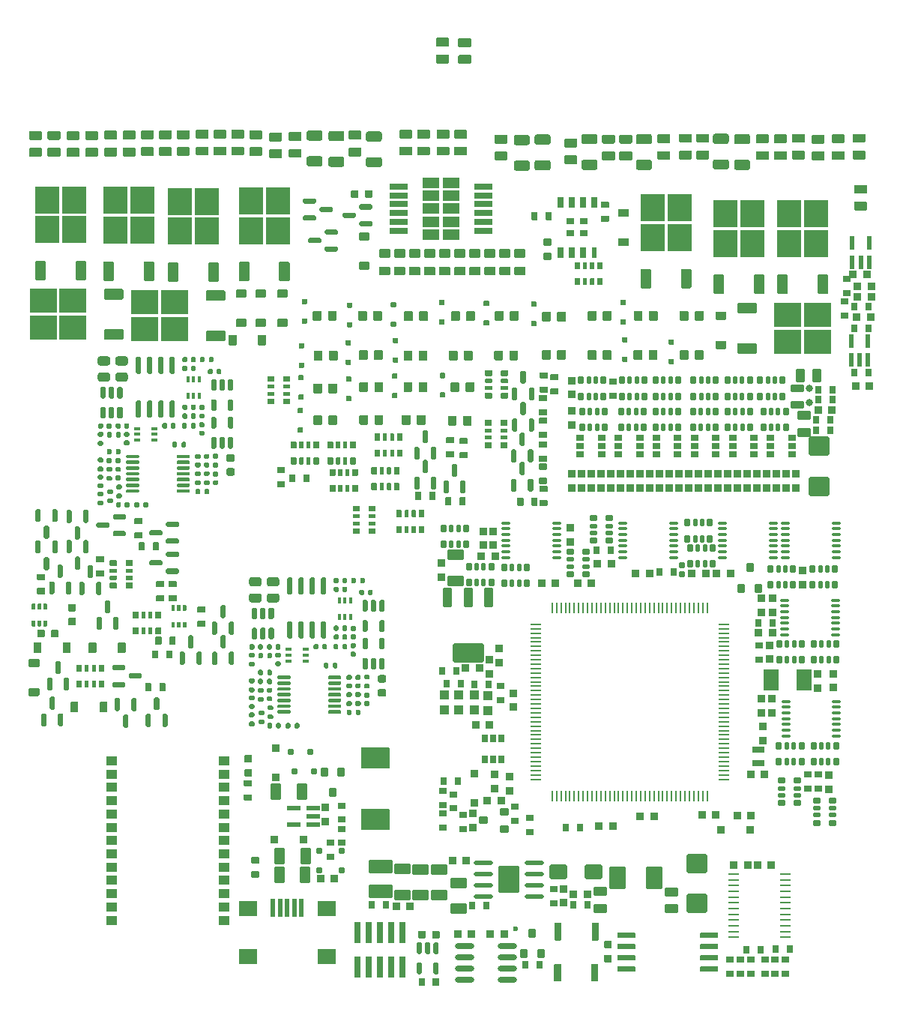
<source format=gtp>
G75*
G70*
%OFA0B0*%
%FSLAX25Y25*%
%IPPOS*%
%LPD*%
%AMOC8*
5,1,8,0,0,1.08239X$1,22.5*
%
%AMM111*
21,1,0.070870,0.036220,-0.000000,0.000000,90.000000*
21,1,0.061810,0.045280,-0.000000,0.000000,90.000000*
1,1,0.009060,0.018110,0.030910*
1,1,0.009060,0.018110,-0.030910*
1,1,0.009060,-0.018110,-0.030910*
1,1,0.009060,-0.018110,0.030910*
%
%AMM112*
21,1,0.033470,0.026770,-0.000000,0.000000,270.000000*
21,1,0.026770,0.033470,-0.000000,0.000000,270.000000*
1,1,0.006690,-0.013390,-0.013390*
1,1,0.006690,-0.013390,0.013390*
1,1,0.006690,0.013390,0.013390*
1,1,0.006690,0.013390,-0.013390*
%
%AMM113*
21,1,0.035430,0.030320,-0.000000,0.000000,180.000000*
21,1,0.028350,0.037400,-0.000000,0.000000,180.000000*
1,1,0.007090,-0.014170,0.015160*
1,1,0.007090,0.014170,0.015160*
1,1,0.007090,0.014170,-0.015160*
1,1,0.007090,-0.014170,-0.015160*
%
%AMM114*
21,1,0.021650,0.052760,-0.000000,0.000000,90.000000*
21,1,0.017320,0.057090,-0.000000,0.000000,90.000000*
1,1,0.004330,0.026380,0.008660*
1,1,0.004330,0.026380,-0.008660*
1,1,0.004330,-0.026380,-0.008660*
1,1,0.004330,-0.026380,0.008660*
%
%AMM115*
21,1,0.094490,0.111020,-0.000000,0.000000,270.000000*
21,1,0.075590,0.129920,-0.000000,0.000000,270.000000*
1,1,0.018900,-0.055510,-0.037800*
1,1,0.018900,-0.055510,0.037800*
1,1,0.018900,0.055510,0.037800*
1,1,0.018900,0.055510,-0.037800*
%
%AMM116*
21,1,0.023620,0.018900,-0.000000,0.000000,0.000000*
21,1,0.018900,0.023620,-0.000000,0.000000,0.000000*
1,1,0.004720,0.009450,-0.009450*
1,1,0.004720,-0.009450,-0.009450*
1,1,0.004720,-0.009450,0.009450*
1,1,0.004720,0.009450,0.009450*
%
%AMM117*
21,1,0.035830,0.026770,-0.000000,0.000000,90.000000*
21,1,0.029130,0.033470,-0.000000,0.000000,90.000000*
1,1,0.006690,0.013390,0.014570*
1,1,0.006690,0.013390,-0.014570*
1,1,0.006690,-0.013390,-0.014570*
1,1,0.006690,-0.013390,0.014570*
%
%AMM118*
21,1,0.023620,0.018900,-0.000000,0.000000,270.000000*
21,1,0.018900,0.023620,-0.000000,0.000000,270.000000*
1,1,0.004720,-0.009450,-0.009450*
1,1,0.004720,-0.009450,0.009450*
1,1,0.004720,0.009450,0.009450*
1,1,0.004720,0.009450,-0.009450*
%
%AMM119*
21,1,0.027560,0.030710,-0.000000,0.000000,90.000000*
21,1,0.022050,0.036220,-0.000000,0.000000,90.000000*
1,1,0.005510,0.015350,0.011020*
1,1,0.005510,0.015350,-0.011020*
1,1,0.005510,-0.015350,-0.011020*
1,1,0.005510,-0.015350,0.011020*
%
%AMM120*
21,1,0.033470,0.026770,-0.000000,0.000000,180.000000*
21,1,0.026770,0.033470,-0.000000,0.000000,180.000000*
1,1,0.006690,-0.013390,0.013390*
1,1,0.006690,0.013390,0.013390*
1,1,0.006690,0.013390,-0.013390*
1,1,0.006690,-0.013390,-0.013390*
%
%AMM121*
21,1,0.035830,0.026770,-0.000000,0.000000,180.000000*
21,1,0.029130,0.033470,-0.000000,0.000000,180.000000*
1,1,0.006690,-0.014570,0.013390*
1,1,0.006690,0.014570,0.013390*
1,1,0.006690,0.014570,-0.013390*
1,1,0.006690,-0.014570,-0.013390*
%
%AMM137*
21,1,0.027560,0.030710,-0.000000,0.000000,270.000000*
21,1,0.022050,0.036220,-0.000000,0.000000,270.000000*
1,1,0.005510,-0.015350,-0.011020*
1,1,0.005510,-0.015350,0.011020*
1,1,0.005510,0.015350,0.011020*
1,1,0.005510,0.015350,-0.011020*
%
%AMM138*
21,1,0.033470,0.026770,-0.000000,0.000000,0.000000*
21,1,0.026770,0.033470,-0.000000,0.000000,0.000000*
1,1,0.006690,0.013390,-0.013390*
1,1,0.006690,-0.013390,-0.013390*
1,1,0.006690,-0.013390,0.013390*
1,1,0.006690,0.013390,0.013390*
%
%AMM154*
21,1,0.039370,0.049210,-0.000000,-0.000000,270.000000*
21,1,0.031500,0.057090,-0.000000,-0.000000,270.000000*
1,1,0.007870,-0.024610,-0.015750*
1,1,0.007870,-0.024610,0.015750*
1,1,0.007870,0.024610,0.015750*
1,1,0.007870,0.024610,-0.015750*
%
%AMM155*
21,1,0.106300,0.050390,-0.000000,-0.000000,180.000000*
21,1,0.093700,0.062990,-0.000000,-0.000000,180.000000*
1,1,0.012600,-0.046850,0.025200*
1,1,0.012600,0.046850,0.025200*
1,1,0.012600,0.046850,-0.025200*
1,1,0.012600,-0.046850,-0.025200*
%
%AMM156*
21,1,0.074800,0.083460,-0.000000,-0.000000,0.000000*
21,1,0.059840,0.098430,-0.000000,-0.000000,0.000000*
1,1,0.014960,0.029920,-0.041730*
1,1,0.014960,-0.029920,-0.041730*
1,1,0.014960,-0.029920,0.041730*
1,1,0.014960,0.029920,0.041730*
%
%AMM157*
21,1,0.027560,0.030710,-0.000000,-0.000000,0.000000*
21,1,0.022050,0.036220,-0.000000,-0.000000,0.000000*
1,1,0.005510,0.011020,-0.015350*
1,1,0.005510,-0.011020,-0.015350*
1,1,0.005510,-0.011020,0.015350*
1,1,0.005510,0.011020,0.015350*
%
%AMM158*
21,1,0.033470,0.026770,-0.000000,-0.000000,0.000000*
21,1,0.026770,0.033470,-0.000000,-0.000000,0.000000*
1,1,0.006690,0.013390,-0.013390*
1,1,0.006690,-0.013390,-0.013390*
1,1,0.006690,-0.013390,0.013390*
1,1,0.006690,0.013390,0.013390*
%
%AMM159*
21,1,0.033470,0.026770,-0.000000,-0.000000,90.000000*
21,1,0.026770,0.033470,-0.000000,-0.000000,90.000000*
1,1,0.006690,0.013390,0.013390*
1,1,0.006690,0.013390,-0.013390*
1,1,0.006690,-0.013390,-0.013390*
1,1,0.006690,-0.013390,0.013390*
%
%AMM160*
21,1,0.122050,0.075590,-0.000000,-0.000000,90.000000*
21,1,0.103150,0.094490,-0.000000,-0.000000,90.000000*
1,1,0.018900,0.037800,0.051580*
1,1,0.018900,0.037800,-0.051580*
1,1,0.018900,-0.037800,-0.051580*
1,1,0.018900,-0.037800,0.051580*
%
%AMM161*
21,1,0.078740,0.053540,-0.000000,-0.000000,0.000000*
21,1,0.065350,0.066930,-0.000000,-0.000000,0.000000*
1,1,0.013390,0.032680,-0.026770*
1,1,0.013390,-0.032680,-0.026770*
1,1,0.013390,-0.032680,0.026770*
1,1,0.013390,0.032680,0.026770*
%
%AMM162*
21,1,0.070870,0.036220,-0.000000,-0.000000,0.000000*
21,1,0.061810,0.045280,-0.000000,-0.000000,0.000000*
1,1,0.009060,0.030910,-0.018110*
1,1,0.009060,-0.030910,-0.018110*
1,1,0.009060,-0.030910,0.018110*
1,1,0.009060,0.030910,0.018110*
%
%AMM163*
21,1,0.086610,0.073230,-0.000000,-0.000000,270.000000*
21,1,0.069290,0.090550,-0.000000,-0.000000,270.000000*
1,1,0.017320,-0.036610,-0.034650*
1,1,0.017320,-0.036610,0.034650*
1,1,0.017320,0.036610,0.034650*
1,1,0.017320,0.036610,-0.034650*
%
%AMM164*
21,1,0.027560,0.030710,-0.000000,-0.000000,270.000000*
21,1,0.022050,0.036220,-0.000000,-0.000000,270.000000*
1,1,0.005510,-0.015350,-0.011020*
1,1,0.005510,-0.015350,0.011020*
1,1,0.005510,0.015350,0.011020*
1,1,0.005510,0.015350,-0.011020*
%
%AMM195*
21,1,0.035430,0.050000,-0.000000,-0.000000,90.000000*
21,1,0.028350,0.057090,-0.000000,-0.000000,90.000000*
1,1,0.007090,0.025000,0.014170*
1,1,0.007090,0.025000,-0.014170*
1,1,0.007090,-0.025000,-0.014170*
1,1,0.007090,-0.025000,0.014170*
%
%AMM196*
21,1,0.086610,0.073230,-0.000000,-0.000000,90.000000*
21,1,0.069290,0.090550,-0.000000,-0.000000,90.000000*
1,1,0.017320,0.036610,0.034650*
1,1,0.017320,0.036610,-0.034650*
1,1,0.017320,-0.036610,-0.034650*
1,1,0.017320,-0.036610,0.034650*
%
%AMM197*
21,1,0.039370,0.049210,-0.000000,-0.000000,0.000000*
21,1,0.031500,0.057090,-0.000000,-0.000000,0.000000*
1,1,0.007870,0.015750,-0.024610*
1,1,0.007870,-0.015750,-0.024610*
1,1,0.007870,-0.015750,0.024610*
1,1,0.007870,0.015750,0.024610*
%
%AMM198*
21,1,0.023620,0.030710,-0.000000,-0.000000,270.000000*
21,1,0.018900,0.035430,-0.000000,-0.000000,270.000000*
1,1,0.004720,-0.015350,-0.009450*
1,1,0.004720,-0.015350,0.009450*
1,1,0.004720,0.015350,0.009450*
1,1,0.004720,0.015350,-0.009450*
%
%AMM199*
21,1,0.025590,0.026380,-0.000000,-0.000000,180.000000*
21,1,0.020470,0.031500,-0.000000,-0.000000,180.000000*
1,1,0.005120,-0.010240,0.013190*
1,1,0.005120,0.010240,0.013190*
1,1,0.005120,0.010240,-0.013190*
1,1,0.005120,-0.010240,-0.013190*
%
%AMM200*
21,1,0.017720,0.027950,-0.000000,-0.000000,180.000000*
21,1,0.014170,0.031500,-0.000000,-0.000000,180.000000*
1,1,0.003540,-0.007090,0.013980*
1,1,0.003540,0.007090,0.013980*
1,1,0.003540,0.007090,-0.013980*
1,1,0.003540,-0.007090,-0.013980*
%
%AMM201*
21,1,0.027560,0.030710,-0.000000,-0.000000,180.000000*
21,1,0.022050,0.036220,-0.000000,-0.000000,180.000000*
1,1,0.005510,-0.011020,0.015350*
1,1,0.005510,0.011020,0.015350*
1,1,0.005510,0.011020,-0.015350*
1,1,0.005510,-0.011020,-0.015350*
%
%AMM216*
21,1,0.027560,0.030710,-0.000000,0.000000,0.000000*
21,1,0.022050,0.036220,-0.000000,0.000000,0.000000*
1,1,0.005510,0.011020,-0.015350*
1,1,0.005510,-0.011020,-0.015350*
1,1,0.005510,-0.011020,0.015350*
1,1,0.005510,0.011020,0.015350*
%
%AMM259*
21,1,0.070870,0.036220,-0.000000,-0.000000,180.000000*
21,1,0.061810,0.045280,-0.000000,-0.000000,180.000000*
1,1,0.009060,-0.030910,0.018110*
1,1,0.009060,0.030910,0.018110*
1,1,0.009060,0.030910,-0.018110*
1,1,0.009060,-0.030910,-0.018110*
%
%AMM260*
21,1,0.027560,0.030710,-0.000000,-0.000000,90.000000*
21,1,0.022050,0.036220,-0.000000,-0.000000,90.000000*
1,1,0.005510,0.015350,0.011020*
1,1,0.005510,0.015350,-0.011020*
1,1,0.005510,-0.015350,-0.011020*
1,1,0.005510,-0.015350,0.011020*
%
%AMM261*
21,1,0.033470,0.026770,-0.000000,-0.000000,270.000000*
21,1,0.026770,0.033470,-0.000000,-0.000000,270.000000*
1,1,0.006690,-0.013390,-0.013390*
1,1,0.006690,-0.013390,0.013390*
1,1,0.006690,0.013390,0.013390*
1,1,0.006690,0.013390,-0.013390*
%
%AMM262*
21,1,0.023620,0.030710,-0.000000,-0.000000,0.000000*
21,1,0.018900,0.035430,-0.000000,-0.000000,0.000000*
1,1,0.004720,0.009450,-0.015350*
1,1,0.004720,-0.009450,-0.015350*
1,1,0.004720,-0.009450,0.015350*
1,1,0.004720,0.009450,0.015350*
%
%AMM263*
21,1,0.027560,0.018900,-0.000000,-0.000000,0.000000*
21,1,0.022840,0.023620,-0.000000,-0.000000,0.000000*
1,1,0.004720,0.011420,-0.009450*
1,1,0.004720,-0.011420,-0.009450*
1,1,0.004720,-0.011420,0.009450*
1,1,0.004720,0.011420,0.009450*
%
%AMM264*
21,1,0.137800,0.067720,-0.000000,-0.000000,180.000000*
21,1,0.120870,0.084650,-0.000000,-0.000000,180.000000*
1,1,0.016930,-0.060430,0.033860*
1,1,0.016930,0.060430,0.033860*
1,1,0.016930,0.060430,-0.033860*
1,1,0.016930,-0.060430,-0.033860*
%
%AMM265*
21,1,0.043310,0.075980,-0.000000,-0.000000,180.000000*
21,1,0.034650,0.084650,-0.000000,-0.000000,180.000000*
1,1,0.008660,-0.017320,0.037990*
1,1,0.008660,0.017320,0.037990*
1,1,0.008660,0.017320,-0.037990*
1,1,0.008660,-0.017320,-0.037990*
%
%AMM266*
21,1,0.043310,0.075990,-0.000000,-0.000000,180.000000*
21,1,0.034650,0.084650,-0.000000,-0.000000,180.000000*
1,1,0.008660,-0.017320,0.037990*
1,1,0.008660,0.017320,0.037990*
1,1,0.008660,0.017320,-0.037990*
1,1,0.008660,-0.017320,-0.037990*
%
%AMM267*
21,1,0.039370,0.035430,-0.000000,-0.000000,90.000000*
21,1,0.031500,0.043310,-0.000000,-0.000000,90.000000*
1,1,0.007870,0.017720,0.015750*
1,1,0.007870,0.017720,-0.015750*
1,1,0.007870,-0.017720,-0.015750*
1,1,0.007870,-0.017720,0.015750*
%
%AMM268*
21,1,0.035430,0.030320,-0.000000,-0.000000,90.000000*
21,1,0.028350,0.037400,-0.000000,-0.000000,90.000000*
1,1,0.007090,0.015160,0.014170*
1,1,0.007090,0.015160,-0.014170*
1,1,0.007090,-0.015160,-0.014170*
1,1,0.007090,-0.015160,0.014170*
%
%AMM269*
21,1,0.035830,0.026770,-0.000000,-0.000000,90.000000*
21,1,0.029130,0.033470,-0.000000,-0.000000,90.000000*
1,1,0.006690,0.013390,0.014570*
1,1,0.006690,0.013390,-0.014570*
1,1,0.006690,-0.013390,-0.014570*
1,1,0.006690,-0.013390,0.014570*
%
%AMM270*
21,1,0.035430,0.030320,-0.000000,-0.000000,0.000000*
21,1,0.028350,0.037400,-0.000000,-0.000000,0.000000*
1,1,0.007090,0.014170,-0.015160*
1,1,0.007090,-0.014170,-0.015160*
1,1,0.007090,-0.014170,0.015160*
1,1,0.007090,0.014170,0.015160*
%
%AMM271*
21,1,0.025590,0.026380,-0.000000,-0.000000,90.000000*
21,1,0.020470,0.031500,-0.000000,-0.000000,90.000000*
1,1,0.005120,0.013190,0.010240*
1,1,0.005120,0.013190,-0.010240*
1,1,0.005120,-0.013190,-0.010240*
1,1,0.005120,-0.013190,0.010240*
%
%AMM272*
21,1,0.017720,0.027950,-0.000000,-0.000000,90.000000*
21,1,0.014170,0.031500,-0.000000,-0.000000,90.000000*
1,1,0.003540,0.013980,0.007090*
1,1,0.003540,0.013980,-0.007090*
1,1,0.003540,-0.013980,-0.007090*
1,1,0.003540,-0.013980,0.007090*
%
%AMM273*
21,1,0.027560,0.049610,-0.000000,-0.000000,90.000000*
21,1,0.022050,0.055120,-0.000000,-0.000000,90.000000*
1,1,0.005510,0.024800,0.011020*
1,1,0.005510,0.024800,-0.011020*
1,1,0.005510,-0.024800,-0.011020*
1,1,0.005510,-0.024800,0.011020*
%
%AMM274*
21,1,0.035830,0.026770,-0.000000,-0.000000,0.000000*
21,1,0.029130,0.033470,-0.000000,-0.000000,0.000000*
1,1,0.006690,0.014570,-0.013390*
1,1,0.006690,-0.014570,-0.013390*
1,1,0.006690,-0.014570,0.013390*
1,1,0.006690,0.014570,0.013390*
%
%AMM308*
21,1,0.033470,0.026770,-0.000000,-0.000000,180.000000*
21,1,0.026770,0.033470,-0.000000,-0.000000,180.000000*
1,1,0.006690,-0.013390,0.013390*
1,1,0.006690,0.013390,0.013390*
1,1,0.006690,0.013390,-0.013390*
1,1,0.006690,-0.013390,-0.013390*
%
%AMM310*
21,1,0.021650,0.052760,-0.000000,0.000000,0.000000*
21,1,0.017320,0.057090,-0.000000,0.000000,0.000000*
1,1,0.004330,0.008660,-0.026380*
1,1,0.004330,-0.008660,-0.026380*
1,1,0.004330,-0.008660,0.026380*
1,1,0.004330,0.008660,0.026380*
%
%AMM44*
21,1,0.033470,0.026770,0.000000,0.000000,0.000000*
21,1,0.026770,0.033470,0.000000,0.000000,0.000000*
1,1,0.006690,0.013390,-0.013390*
1,1,0.006690,-0.013390,-0.013390*
1,1,0.006690,-0.013390,0.013390*
1,1,0.006690,0.013390,0.013390*
%
%AMM45*
21,1,0.027560,0.030710,0.000000,0.000000,270.000000*
21,1,0.022050,0.036220,0.000000,0.000000,270.000000*
1,1,0.005510,-0.015350,-0.011020*
1,1,0.005510,-0.015350,0.011020*
1,1,0.005510,0.015350,0.011020*
1,1,0.005510,0.015350,-0.011020*
%
%AMM9*
21,1,0.027560,0.030710,0.000000,0.000000,0.000000*
21,1,0.022050,0.036220,0.000000,0.000000,0.000000*
1,1,0.005510,0.011020,-0.015350*
1,1,0.005510,-0.011020,-0.015350*
1,1,0.005510,-0.011020,0.015350*
1,1,0.005510,0.011020,0.015350*
%
%ADD127O,0.08661X0.01968*%
%ADD13C,0.02362*%
%ADD133O,0.01968X0.03937*%
%ADD148R,0.02559X0.01575*%
%ADD155R,0.01575X0.02559*%
%ADD157O,0.04961X0.00984*%
%ADD158M44*%
%ADD159M45*%
%ADD188O,0.05118X0.00866*%
%ADD189O,0.00866X0.05118*%
%ADD194O,0.04331X0.01181*%
%ADD197R,0.06693X0.09449*%
%ADD20R,0.01969X0.07874*%
%ADD21R,0.07874X0.06693*%
%ADD23R,0.07874X0.02559*%
%ADD242O,0.08661X0.02362*%
%ADD250M111*%
%ADD251M112*%
%ADD252M113*%
%ADD253M114*%
%ADD254M115*%
%ADD255M116*%
%ADD256M117*%
%ADD257M118*%
%ADD258M119*%
%ADD259M120*%
%ADD260M121*%
%ADD280M137*%
%ADD281M138*%
%ADD305M154*%
%ADD306M155*%
%ADD307M156*%
%ADD308M157*%
%ADD309M158*%
%ADD310M159*%
%ADD311M160*%
%ADD312M161*%
%ADD313M162*%
%ADD314M163*%
%ADD315M164*%
%ADD346M195*%
%ADD347M196*%
%ADD348M197*%
%ADD349M198*%
%ADD350M199*%
%ADD351M200*%
%ADD352M201*%
%ADD367M216*%
%ADD414M259*%
%ADD415M260*%
%ADD416M261*%
%ADD417M262*%
%ADD418M263*%
%ADD419M264*%
%ADD420M265*%
%ADD421M266*%
%ADD422M267*%
%ADD423M268*%
%ADD424M269*%
%ADD425M270*%
%ADD426M271*%
%ADD427M272*%
%ADD428M273*%
%ADD429M274*%
%ADD45R,0.02559X0.05157*%
%ADD46R,0.02362X0.05157*%
%ADD469M308*%
%ADD471M310*%
%ADD48R,0.05118X0.03937*%
%ADD56R,0.02913X0.09449*%
%ADD67C,0.03150*%
%ADD72R,0.10827X0.12008*%
%ADD73R,0.12008X0.10827*%
%ADD74R,0.07677X0.04567*%
%ADD75O,0.00000X0.00000*%
%ADD76R,0.03543X0.03130*%
%ADD95M9*%
X0000000Y0000000D02*
%LPD*%
G01*
G36*
G01*
X0098858Y0294508D02*
X0094843Y0294508D01*
G75*
G02*
X0094488Y0294862I0000000J0000354D01*
G01*
X0094488Y0297697D01*
G75*
G02*
X0094843Y0298051I0000354J0000000D01*
G01*
X0098858Y0298051D01*
G75*
G02*
X0099213Y0297697I0000000J-000354D01*
G01*
X0099213Y0294862D01*
G75*
G02*
X0098858Y0294508I-000354J0000000D01*
G01*
G37*
G36*
G01*
X0098858Y0307500D02*
X0094843Y0307500D01*
G75*
G02*
X0094488Y0307854I0000000J0000354D01*
G01*
X0094488Y0310689D01*
G75*
G02*
X0094843Y0311043I0000354J0000000D01*
G01*
X0098858Y0311043D01*
G75*
G02*
X0099213Y0310689I0000000J-000354D01*
G01*
X0099213Y0307854D01*
G75*
G02*
X0098858Y0307500I-000354J0000000D01*
G01*
G37*
G36*
G01*
X0304626Y0368898D02*
X0299705Y0368898D01*
G75*
G02*
X0299311Y0369291I0000000J0000394D01*
G01*
X0299311Y0372441D01*
G75*
G02*
X0299705Y0372835I0000394J0000000D01*
G01*
X0304626Y0372835D01*
G75*
G02*
X0305020Y0372441I0000000J-000394D01*
G01*
X0305020Y0369291D01*
G75*
G02*
X0304626Y0368898I-000394J0000000D01*
G01*
G37*
G36*
G01*
X0304626Y0376378D02*
X0299705Y0376378D01*
G75*
G02*
X0299311Y0376772I0000000J0000394D01*
G01*
X0299311Y0379921D01*
G75*
G02*
X0299705Y0380315I0000394J0000000D01*
G01*
X0304626Y0380315D01*
G75*
G02*
X0305020Y0379921I0000000J-000394D01*
G01*
X0305020Y0376772D01*
G75*
G02*
X0304626Y0376378I-000394J0000000D01*
G01*
G37*
G36*
G01*
X0049646Y0209449D02*
X0052717Y0209449D01*
G75*
G02*
X0052992Y0209173I0000000J-000276D01*
G01*
X0052992Y0206969D01*
G75*
G02*
X0052717Y0206693I-000276J0000000D01*
G01*
X0049646Y0206693D01*
G75*
G02*
X0049370Y0206969I0000000J0000276D01*
G01*
X0049370Y0209173D01*
G75*
G02*
X0049646Y0209449I0000276J0000000D01*
G01*
G37*
G36*
G01*
X0049646Y0203150D02*
X0052717Y0203150D01*
G75*
G02*
X0052992Y0202874I0000000J-000276D01*
G01*
X0052992Y0200669D01*
G75*
G02*
X0052717Y0200394I-000276J0000000D01*
G01*
X0049646Y0200394D01*
G75*
G02*
X0049370Y0200669I0000000J0000276D01*
G01*
X0049370Y0202874D01*
G75*
G02*
X0049646Y0203150I0000276J0000000D01*
G01*
G37*
G36*
G01*
X0101614Y0058661D02*
X0104685Y0058661D01*
G75*
G02*
X0104961Y0058386I0000000J-000276D01*
G01*
X0104961Y0056181D01*
G75*
G02*
X0104685Y0055906I-000276J0000000D01*
G01*
X0101614Y0055906D01*
G75*
G02*
X0101339Y0056181I0000000J0000276D01*
G01*
X0101339Y0058386D01*
G75*
G02*
X0101614Y0058661I0000276J0000000D01*
G01*
G37*
G36*
G01*
X0101614Y0052362D02*
X0104685Y0052362D01*
G75*
G02*
X0104961Y0052087I0000000J-000276D01*
G01*
X0104961Y0049882D01*
G75*
G02*
X0104685Y0049606I-000276J0000000D01*
G01*
X0101614Y0049606D01*
G75*
G02*
X0101339Y0049882I0000000J0000276D01*
G01*
X0101339Y0052087D01*
G75*
G02*
X0101614Y0052362I0000276J0000000D01*
G01*
G37*
G36*
G01*
X0136220Y0221319D02*
X0136220Y0223957D01*
G75*
G02*
X0136476Y0224213I0000256J0000000D01*
G01*
X0138524Y0224213D01*
G75*
G02*
X0138780Y0223957I0000000J-000256D01*
G01*
X0138780Y0221319D01*
G75*
G02*
X0138524Y0221063I-000256J0000000D01*
G01*
X0136476Y0221063D01*
G75*
G02*
X0136220Y0221319I0000000J0000256D01*
G01*
G37*
G36*
G01*
X0140059Y0221240D02*
X0140059Y0224035D01*
G75*
G02*
X0140236Y0224213I0000177J0000000D01*
G01*
X0141654Y0224213D01*
G75*
G02*
X0141831Y0224035I0000000J-000177D01*
G01*
X0141831Y0221240D01*
G75*
G02*
X0141654Y0221063I-000177J0000000D01*
G01*
X0140236Y0221063D01*
G75*
G02*
X0140059Y0221240I0000000J0000177D01*
G01*
G37*
G36*
G01*
X0143209Y0221240D02*
X0143209Y0224035D01*
G75*
G02*
X0143386Y0224213I0000177J0000000D01*
G01*
X0144803Y0224213D01*
G75*
G02*
X0144980Y0224035I0000000J-000177D01*
G01*
X0144980Y0221240D01*
G75*
G02*
X0144803Y0221063I-000177J0000000D01*
G01*
X0143386Y0221063D01*
G75*
G02*
X0143209Y0221240I0000000J0000177D01*
G01*
G37*
G36*
G01*
X0146260Y0221319D02*
X0146260Y0223957D01*
G75*
G02*
X0146516Y0224213I0000256J0000000D01*
G01*
X0148563Y0224213D01*
G75*
G02*
X0148819Y0223957I0000000J-000256D01*
G01*
X0148819Y0221319D01*
G75*
G02*
X0148563Y0221063I-000256J0000000D01*
G01*
X0146516Y0221063D01*
G75*
G02*
X0146260Y0221319I0000000J0000256D01*
G01*
G37*
G36*
G01*
X0146260Y0228406D02*
X0146260Y0231043D01*
G75*
G02*
X0146516Y0231299I0000256J0000000D01*
G01*
X0148563Y0231299D01*
G75*
G02*
X0148819Y0231043I0000000J-000256D01*
G01*
X0148819Y0228406D01*
G75*
G02*
X0148563Y0228150I-000256J0000000D01*
G01*
X0146516Y0228150D01*
G75*
G02*
X0146260Y0228406I0000000J0000256D01*
G01*
G37*
G36*
G01*
X0143209Y0228327D02*
X0143209Y0231122D01*
G75*
G02*
X0143386Y0231299I0000177J0000000D01*
G01*
X0144803Y0231299D01*
G75*
G02*
X0144980Y0231122I0000000J-000177D01*
G01*
X0144980Y0228327D01*
G75*
G02*
X0144803Y0228150I-000177J0000000D01*
G01*
X0143386Y0228150D01*
G75*
G02*
X0143209Y0228327I0000000J0000177D01*
G01*
G37*
G36*
G01*
X0140059Y0228327D02*
X0140059Y0231122D01*
G75*
G02*
X0140236Y0231299I0000177J0000000D01*
G01*
X0141654Y0231299D01*
G75*
G02*
X0141831Y0231122I0000000J-000177D01*
G01*
X0141831Y0228327D01*
G75*
G02*
X0141654Y0228150I-000177J0000000D01*
G01*
X0140236Y0228150D01*
G75*
G02*
X0140059Y0228327I0000000J0000177D01*
G01*
G37*
G36*
G01*
X0136220Y0228406D02*
X0136220Y0231043D01*
G75*
G02*
X0136476Y0231299I0000256J0000000D01*
G01*
X0138524Y0231299D01*
G75*
G02*
X0138780Y0231043I0000000J-000256D01*
G01*
X0138780Y0228406D01*
G75*
G02*
X0138524Y0228150I-000256J0000000D01*
G01*
X0136476Y0228150D01*
G75*
G02*
X0136220Y0228406I0000000J0000256D01*
G01*
G37*
G36*
G01*
X0199409Y0254528D02*
X0199409Y0250984D01*
G75*
G02*
X0199016Y0250591I-000394J0000000D01*
G01*
X0195866Y0250591D01*
G75*
G02*
X0195472Y0250984I0000000J0000394D01*
G01*
X0195472Y0254528D01*
G75*
G02*
X0195866Y0254921I0000394J0000000D01*
G01*
X0199016Y0254921D01*
G75*
G02*
X0199409Y0254528I0000000J-000394D01*
G01*
G37*
G36*
G01*
X0192717Y0254528D02*
X0192717Y0250984D01*
G75*
G02*
X0192323Y0250591I-000394J0000000D01*
G01*
X0189173Y0250591D01*
G75*
G02*
X0188780Y0250984I0000000J0000394D01*
G01*
X0188780Y0254528D01*
G75*
G02*
X0189173Y0254921I0000394J0000000D01*
G01*
X0192323Y0254921D01*
G75*
G02*
X0192717Y0254528I0000000J-000394D01*
G01*
G37*
G36*
G01*
X0215295Y0262598D02*
X0212657Y0262598D01*
G75*
G02*
X0212402Y0262854I0000000J0000256D01*
G01*
X0212402Y0264902D01*
G75*
G02*
X0212657Y0265157I0000256J0000000D01*
G01*
X0215295Y0265157D01*
G75*
G02*
X0215551Y0264902I0000000J-000256D01*
G01*
X0215551Y0262854D01*
G75*
G02*
X0215295Y0262598I-000256J0000000D01*
G01*
G37*
G36*
G01*
X0215374Y0266437D02*
X0212579Y0266437D01*
G75*
G02*
X0212402Y0266614I0000000J0000177D01*
G01*
X0212402Y0268031D01*
G75*
G02*
X0212579Y0268209I0000177J0000000D01*
G01*
X0215374Y0268209D01*
G75*
G02*
X0215551Y0268031I0000000J-000177D01*
G01*
X0215551Y0266614D01*
G75*
G02*
X0215374Y0266437I-000177J0000000D01*
G01*
G37*
G36*
G01*
X0215374Y0269587D02*
X0212579Y0269587D01*
G75*
G02*
X0212402Y0269764I0000000J0000177D01*
G01*
X0212402Y0271181D01*
G75*
G02*
X0212579Y0271358I0000177J0000000D01*
G01*
X0215374Y0271358D01*
G75*
G02*
X0215551Y0271181I0000000J-000177D01*
G01*
X0215551Y0269764D01*
G75*
G02*
X0215374Y0269587I-000177J0000000D01*
G01*
G37*
G36*
G01*
X0215295Y0272638D02*
X0212657Y0272638D01*
G75*
G02*
X0212402Y0272894I0000000J0000256D01*
G01*
X0212402Y0274941D01*
G75*
G02*
X0212657Y0275197I0000256J0000000D01*
G01*
X0215295Y0275197D01*
G75*
G02*
X0215551Y0274941I0000000J-000256D01*
G01*
X0215551Y0272894D01*
G75*
G02*
X0215295Y0272638I-000256J0000000D01*
G01*
G37*
G36*
G01*
X0208209Y0272638D02*
X0205571Y0272638D01*
G75*
G02*
X0205315Y0272894I0000000J0000256D01*
G01*
X0205315Y0274941D01*
G75*
G02*
X0205571Y0275197I0000256J0000000D01*
G01*
X0208209Y0275197D01*
G75*
G02*
X0208465Y0274941I0000000J-000256D01*
G01*
X0208465Y0272894D01*
G75*
G02*
X0208209Y0272638I-000256J0000000D01*
G01*
G37*
G36*
G01*
X0208287Y0269587D02*
X0205492Y0269587D01*
G75*
G02*
X0205315Y0269764I0000000J0000177D01*
G01*
X0205315Y0271181D01*
G75*
G02*
X0205492Y0271358I0000177J0000000D01*
G01*
X0208287Y0271358D01*
G75*
G02*
X0208465Y0271181I0000000J-000177D01*
G01*
X0208465Y0269764D01*
G75*
G02*
X0208287Y0269587I-000177J0000000D01*
G01*
G37*
G36*
G01*
X0208287Y0266437D02*
X0205492Y0266437D01*
G75*
G02*
X0205315Y0266614I0000000J0000177D01*
G01*
X0205315Y0268031D01*
G75*
G02*
X0205492Y0268209I0000177J0000000D01*
G01*
X0208287Y0268209D01*
G75*
G02*
X0208465Y0268031I0000000J-000177D01*
G01*
X0208465Y0266614D01*
G75*
G02*
X0208287Y0266437I-000177J0000000D01*
G01*
G37*
G36*
G01*
X0208209Y0262598D02*
X0205571Y0262598D01*
G75*
G02*
X0205315Y0262854I0000000J0000256D01*
G01*
X0205315Y0264902D01*
G75*
G02*
X0205571Y0265157I0000256J0000000D01*
G01*
X0208209Y0265157D01*
G75*
G02*
X0208465Y0264902I0000000J-000256D01*
G01*
X0208465Y0262854D01*
G75*
G02*
X0208209Y0262598I-000256J0000000D01*
G01*
G37*
G36*
G01*
X0265551Y0295715D02*
X0265551Y0297604D01*
G75*
G02*
X0265787Y0297841I0000236J0000000D01*
G01*
X0267677Y0297841D01*
G75*
G02*
X0267913Y0297604I0000000J-000236D01*
G01*
X0267913Y0295715D01*
G75*
G02*
X0267677Y0295478I-000236J0000000D01*
G01*
X0265787Y0295478D01*
G75*
G02*
X0265551Y0295715I0000000J0000236D01*
G01*
G37*
G36*
G01*
X0265551Y0304376D02*
X0265551Y0306266D01*
G75*
G02*
X0265787Y0306502I0000236J0000000D01*
G01*
X0267677Y0306502D01*
G75*
G02*
X0267913Y0306266I0000000J-000236D01*
G01*
X0267913Y0304376D01*
G75*
G02*
X0267677Y0304140I-000236J0000000D01*
G01*
X0265787Y0304140D01*
G75*
G02*
X0265551Y0304376I0000000J0000236D01*
G01*
G37*
G36*
G01*
X0098661Y0104075D02*
X0101339Y0104075D01*
G75*
G02*
X0101673Y0103740I0000000J-000335D01*
G01*
X0101673Y0101063D01*
G75*
G02*
X0101339Y0100728I-000335J0000000D01*
G01*
X0098661Y0100728D01*
G75*
G02*
X0098327Y0101063I0000000J0000335D01*
G01*
X0098327Y0103740D01*
G75*
G02*
X0098661Y0104075I0000335J0000000D01*
G01*
G37*
G36*
G01*
X0098661Y0097854D02*
X0101339Y0097854D01*
G75*
G02*
X0101673Y0097520I0000000J-000335D01*
G01*
X0101673Y0094843D01*
G75*
G02*
X0101339Y0094508I-000335J0000000D01*
G01*
X0098661Y0094508D01*
G75*
G02*
X0098327Y0094843I0000000J0000335D01*
G01*
X0098327Y0097520D01*
G75*
G02*
X0098661Y0097854I0000335J0000000D01*
G01*
G37*
G36*
G01*
X0124606Y0272795D02*
X0124606Y0270906D01*
G75*
G02*
X0124370Y0270669I-000236J0000000D01*
G01*
X0122480Y0270669D01*
G75*
G02*
X0122244Y0270906I0000000J0000236D01*
G01*
X0122244Y0272795D01*
G75*
G02*
X0122480Y0273031I0000236J0000000D01*
G01*
X0124370Y0273031D01*
G75*
G02*
X0124606Y0272795I0000000J-000236D01*
G01*
G37*
G36*
G01*
X0124606Y0264134D02*
X0124606Y0262244D01*
G75*
G02*
X0124370Y0262008I-000236J0000000D01*
G01*
X0122480Y0262008D01*
G75*
G02*
X0122244Y0262244I0000000J0000236D01*
G01*
X0122244Y0264134D01*
G75*
G02*
X0122480Y0264370I0000236J0000000D01*
G01*
X0124370Y0264370D01*
G75*
G02*
X0124606Y0264134I0000000J-000236D01*
G01*
G37*
G36*
G01*
X0229567Y0243504D02*
X0232638Y0243504D01*
G75*
G02*
X0232913Y0243228I0000000J-000276D01*
G01*
X0232913Y0241024D01*
G75*
G02*
X0232638Y0240748I-000276J0000000D01*
G01*
X0229567Y0240748D01*
G75*
G02*
X0229291Y0241024I0000000J0000276D01*
G01*
X0229291Y0243228D01*
G75*
G02*
X0229567Y0243504I0000276J0000000D01*
G01*
G37*
G36*
G01*
X0229567Y0237205D02*
X0232638Y0237205D01*
G75*
G02*
X0232913Y0236929I0000000J-000276D01*
G01*
X0232913Y0234724D01*
G75*
G02*
X0232638Y0234449I-000276J0000000D01*
G01*
X0229567Y0234449D01*
G75*
G02*
X0229291Y0234724I0000000J0000276D01*
G01*
X0229291Y0236929D01*
G75*
G02*
X0229567Y0237205I0000276J0000000D01*
G01*
G37*
G36*
G01*
X0067717Y0156457D02*
X0067717Y0153386D01*
G75*
G02*
X0067441Y0153110I-000276J0000000D01*
G01*
X0065236Y0153110D01*
G75*
G02*
X0064961Y0153386I0000000J0000276D01*
G01*
X0064961Y0156457D01*
G75*
G02*
X0065236Y0156732I0000276J0000000D01*
G01*
X0067441Y0156732D01*
G75*
G02*
X0067717Y0156457I0000000J-000276D01*
G01*
G37*
G36*
G01*
X0061417Y0156457D02*
X0061417Y0153386D01*
G75*
G02*
X0061142Y0153110I-000276J0000000D01*
G01*
X0058937Y0153110D01*
G75*
G02*
X0058661Y0153386I0000000J0000276D01*
G01*
X0058661Y0156457D01*
G75*
G02*
X0058937Y0156732I0000276J0000000D01*
G01*
X0061142Y0156732D01*
G75*
G02*
X0061417Y0156457I0000000J-000276D01*
G01*
G37*
G36*
G01*
X0160039Y0254921D02*
X0160039Y0251378D01*
G75*
G02*
X0159646Y0250984I-000394J0000000D01*
G01*
X0156496Y0250984D01*
G75*
G02*
X0156102Y0251378I0000000J0000394D01*
G01*
X0156102Y0254921D01*
G75*
G02*
X0156496Y0255315I0000394J0000000D01*
G01*
X0159646Y0255315D01*
G75*
G02*
X0160039Y0254921I0000000J-000394D01*
G01*
G37*
G36*
G01*
X0153346Y0254921D02*
X0153346Y0251378D01*
G75*
G02*
X0152953Y0250984I-000394J0000000D01*
G01*
X0149803Y0250984D01*
G75*
G02*
X0149409Y0251378I0000000J0000394D01*
G01*
X0149409Y0254921D01*
G75*
G02*
X0149803Y0255315I0000394J0000000D01*
G01*
X0152953Y0255315D01*
G75*
G02*
X0153346Y0254921I0000000J-000394D01*
G01*
G37*
G36*
G01*
X0175492Y0382087D02*
X0180413Y0382087D01*
G75*
G02*
X0180807Y0381693I0000000J-000394D01*
G01*
X0180807Y0378543D01*
G75*
G02*
X0180413Y0378150I-000394J0000000D01*
G01*
X0175492Y0378150D01*
G75*
G02*
X0175098Y0378543I0000000J0000394D01*
G01*
X0175098Y0381693D01*
G75*
G02*
X0175492Y0382087I0000394J0000000D01*
G01*
G37*
G36*
G01*
X0175492Y0374606D02*
X0180413Y0374606D01*
G75*
G02*
X0180807Y0374213I0000000J-000394D01*
G01*
X0180807Y0371063D01*
G75*
G02*
X0180413Y0370669I-000394J0000000D01*
G01*
X0175492Y0370669D01*
G75*
G02*
X0175098Y0371063I0000000J0000394D01*
G01*
X0175098Y0374213D01*
G75*
G02*
X0175492Y0374606I0000394J0000000D01*
G01*
G37*
G36*
G01*
X0296949Y0368898D02*
X0292028Y0368898D01*
G75*
G02*
X0291634Y0369291I0000000J0000394D01*
G01*
X0291634Y0372441D01*
G75*
G02*
X0292028Y0372835I0000394J0000000D01*
G01*
X0296949Y0372835D01*
G75*
G02*
X0297343Y0372441I0000000J-000394D01*
G01*
X0297343Y0369291D01*
G75*
G02*
X0296949Y0368898I-000394J0000000D01*
G01*
G37*
G36*
G01*
X0296949Y0376378D02*
X0292028Y0376378D01*
G75*
G02*
X0291634Y0376772I0000000J0000394D01*
G01*
X0291634Y0379921D01*
G75*
G02*
X0292028Y0380315I0000394J0000000D01*
G01*
X0296949Y0380315D01*
G75*
G02*
X0297343Y0379921I0000000J-000394D01*
G01*
X0297343Y0376772D01*
G75*
G02*
X0296949Y0376378I-000394J0000000D01*
G01*
G37*
G36*
G01*
X0097736Y0370669D02*
X0092815Y0370669D01*
G75*
G02*
X0092421Y0371063I0000000J0000394D01*
G01*
X0092421Y0374213D01*
G75*
G02*
X0092815Y0374606I0000394J0000000D01*
G01*
X0097736Y0374606D01*
G75*
G02*
X0098130Y0374213I0000000J-000394D01*
G01*
X0098130Y0371063D01*
G75*
G02*
X0097736Y0370669I-000394J0000000D01*
G01*
G37*
G36*
G01*
X0097736Y0378150D02*
X0092815Y0378150D01*
G75*
G02*
X0092421Y0378543I0000000J0000394D01*
G01*
X0092421Y0381693D01*
G75*
G02*
X0092815Y0382087I0000394J0000000D01*
G01*
X0097736Y0382087D01*
G75*
G02*
X0098130Y0381693I0000000J-000394D01*
G01*
X0098130Y0378543D01*
G75*
G02*
X0097736Y0378150I-000394J0000000D01*
G01*
G37*
G36*
G01*
X0229961Y0274213D02*
X0233031Y0274213D01*
G75*
G02*
X0233307Y0273937I0000000J-000276D01*
G01*
X0233307Y0271732D01*
G75*
G02*
X0233031Y0271457I-000276J0000000D01*
G01*
X0229961Y0271457D01*
G75*
G02*
X0229685Y0271732I0000000J0000276D01*
G01*
X0229685Y0273937D01*
G75*
G02*
X0229961Y0274213I0000276J0000000D01*
G01*
G37*
G36*
G01*
X0229961Y0267913D02*
X0233031Y0267913D01*
G75*
G02*
X0233307Y0267638I0000000J-000276D01*
G01*
X0233307Y0265433D01*
G75*
G02*
X0233031Y0265157I-000276J0000000D01*
G01*
X0229961Y0265157D01*
G75*
G02*
X0229685Y0265433I0000000J0000276D01*
G01*
X0229685Y0267638D01*
G75*
G02*
X0229961Y0267913I0000276J0000000D01*
G01*
G37*
G36*
G01*
X0124311Y0349803D02*
X0124311Y0350984D01*
G75*
G02*
X0124902Y0351575I0000591J0000000D01*
G01*
X0129528Y0351575D01*
G75*
G02*
X0130118Y0350984I0000000J-000591D01*
G01*
X0130118Y0349803D01*
G75*
G02*
X0129528Y0349213I-000591J0000000D01*
G01*
X0124902Y0349213D01*
G75*
G02*
X0124311Y0349803I0000000J0000591D01*
G01*
G37*
G36*
G01*
X0131693Y0346063D02*
X0131693Y0347244D01*
G75*
G02*
X0132283Y0347835I0000591J0000000D01*
G01*
X0136909Y0347835D01*
G75*
G02*
X0137500Y0347244I0000000J-000591D01*
G01*
X0137500Y0346063D01*
G75*
G02*
X0136909Y0345472I-000591J0000000D01*
G01*
X0132283Y0345472D01*
G75*
G02*
X0131693Y0346063I0000000J0000591D01*
G01*
G37*
G36*
G01*
X0124311Y0342323D02*
X0124311Y0343504D01*
G75*
G02*
X0124902Y0344094I0000591J0000000D01*
G01*
X0129528Y0344094D01*
G75*
G02*
X0130118Y0343504I0000000J-000591D01*
G01*
X0130118Y0342323D01*
G75*
G02*
X0129528Y0341732I-000591J0000000D01*
G01*
X0124902Y0341732D01*
G75*
G02*
X0124311Y0342323I0000000J0000591D01*
G01*
G37*
G36*
G01*
X0248228Y0376595D02*
X0248228Y0379311D01*
G75*
G02*
X0249134Y0380217I0000906J0000000D01*
G01*
X0254409Y0380217D01*
G75*
G02*
X0255315Y0379311I0000000J-000906D01*
G01*
X0255315Y0376595D01*
G75*
G02*
X0254409Y0375689I-000906J0000000D01*
G01*
X0249134Y0375689D01*
G75*
G02*
X0248228Y0376595I0000000J0000906D01*
G01*
G37*
G36*
G01*
X0248228Y0365177D02*
X0248228Y0367894D01*
G75*
G02*
X0249134Y0368799I0000906J0000000D01*
G01*
X0254409Y0368799D01*
G75*
G02*
X0255315Y0367894I0000000J-000906D01*
G01*
X0255315Y0365177D01*
G75*
G02*
X0254409Y0364272I-000906J0000000D01*
G01*
X0249134Y0364272D01*
G75*
G02*
X0248228Y0365177I0000000J0000906D01*
G01*
G37*
G36*
G01*
X0188622Y0220374D02*
X0187441Y0220374D01*
G75*
G02*
X0186850Y0220965I0000000J0000591D01*
G01*
X0186850Y0225591D01*
G75*
G02*
X0187441Y0226181I0000591J0000000D01*
G01*
X0188622Y0226181D01*
G75*
G02*
X0189213Y0225591I0000000J-000591D01*
G01*
X0189213Y0220965D01*
G75*
G02*
X0188622Y0220374I-000591J0000000D01*
G01*
G37*
G36*
G01*
X0192362Y0227756D02*
X0191181Y0227756D01*
G75*
G02*
X0190591Y0228346I0000000J0000591D01*
G01*
X0190591Y0232972D01*
G75*
G02*
X0191181Y0233563I0000591J0000000D01*
G01*
X0192362Y0233563D01*
G75*
G02*
X0192953Y0232972I0000000J-000591D01*
G01*
X0192953Y0228346D01*
G75*
G02*
X0192362Y0227756I-000591J0000000D01*
G01*
G37*
G36*
G01*
X0196102Y0220374D02*
X0194921Y0220374D01*
G75*
G02*
X0194331Y0220965I0000000J0000591D01*
G01*
X0194331Y0225591D01*
G75*
G02*
X0194921Y0226181I0000591J0000000D01*
G01*
X0196102Y0226181D01*
G75*
G02*
X0196693Y0225591I0000000J-000591D01*
G01*
X0196693Y0220965D01*
G75*
G02*
X0196102Y0220374I-000591J0000000D01*
G01*
G37*
G36*
G01*
X0374823Y0346220D02*
X0369902Y0346220D01*
G75*
G02*
X0369508Y0346614I0000000J0000394D01*
G01*
X0369508Y0349764D01*
G75*
G02*
X0369902Y0350157I0000394J0000000D01*
G01*
X0374823Y0350157D01*
G75*
G02*
X0375217Y0349764I0000000J-000394D01*
G01*
X0375217Y0346614D01*
G75*
G02*
X0374823Y0346220I-000394J0000000D01*
G01*
G37*
G36*
G01*
X0374823Y0353701D02*
X0369902Y0353701D01*
G75*
G02*
X0369508Y0354095I0000000J0000394D01*
G01*
X0369508Y0357244D01*
G75*
G02*
X0369902Y0357638I0000394J0000000D01*
G01*
X0374823Y0357638D01*
G75*
G02*
X0375217Y0357244I0000000J-000394D01*
G01*
X0375217Y0354095D01*
G75*
G02*
X0374823Y0353701I-000394J0000000D01*
G01*
G37*
G36*
G01*
X0266339Y0279173D02*
X0266339Y0281063D01*
G75*
G02*
X0266575Y0281299I0000236J0000000D01*
G01*
X0268465Y0281299D01*
G75*
G02*
X0268701Y0281063I0000000J-000236D01*
G01*
X0268701Y0279173D01*
G75*
G02*
X0268465Y0278937I-000236J0000000D01*
G01*
X0266575Y0278937D01*
G75*
G02*
X0266339Y0279173I0000000J0000236D01*
G01*
G37*
G36*
G01*
X0266339Y0287835D02*
X0266339Y0289724D01*
G75*
G02*
X0266575Y0289961I0000236J0000000D01*
G01*
X0268465Y0289961D01*
G75*
G02*
X0268701Y0289724I0000000J-000236D01*
G01*
X0268701Y0287835D01*
G75*
G02*
X0268465Y0287598I-000236J0000000D01*
G01*
X0266575Y0287598D01*
G75*
G02*
X0266339Y0287835I0000000J0000236D01*
G01*
G37*
G36*
G01*
X0159449Y0301181D02*
X0159449Y0297638D01*
G75*
G02*
X0159055Y0297244I-000394J0000000D01*
G01*
X0155906Y0297244D01*
G75*
G02*
X0155512Y0297638I0000000J0000394D01*
G01*
X0155512Y0301181D01*
G75*
G02*
X0155906Y0301575I0000394J0000000D01*
G01*
X0159055Y0301575D01*
G75*
G02*
X0159449Y0301181I0000000J-000394D01*
G01*
G37*
G36*
G01*
X0152756Y0301181D02*
X0152756Y0297638D01*
G75*
G02*
X0152362Y0297244I-000394J0000000D01*
G01*
X0149213Y0297244D01*
G75*
G02*
X0148819Y0297638I0000000J0000394D01*
G01*
X0148819Y0301181D01*
G75*
G02*
X0149213Y0301575I0000394J0000000D01*
G01*
X0152362Y0301575D01*
G75*
G02*
X0152756Y0301181I0000000J-000394D01*
G01*
G37*
G36*
G01*
X0231732Y0333720D02*
X0234409Y0333720D01*
G75*
G02*
X0234744Y0333386I0000000J-000335D01*
G01*
X0234744Y0330709D01*
G75*
G02*
X0234409Y0330374I-000335J0000000D01*
G01*
X0231732Y0330374D01*
G75*
G02*
X0231398Y0330709I0000000J0000335D01*
G01*
X0231398Y0333386D01*
G75*
G02*
X0231732Y0333720I0000335J0000000D01*
G01*
G37*
G36*
G01*
X0231732Y0327500D02*
X0234409Y0327500D01*
G75*
G02*
X0234744Y0327165I0000000J-000335D01*
G01*
X0234744Y0324488D01*
G75*
G02*
X0234409Y0324154I-000335J0000000D01*
G01*
X0231732Y0324154D01*
G75*
G02*
X0231398Y0324488I0000000J0000335D01*
G01*
X0231398Y0327165D01*
G75*
G02*
X0231732Y0327500I0000335J0000000D01*
G01*
G37*
D72*
X0113091Y0337303D03*
X0101083Y0337303D03*
X0101083Y0350492D03*
X0113091Y0350492D03*
G36*
G01*
X0100000Y0314764D02*
X0096220Y0314764D01*
G75*
G02*
X0095748Y0315236I0000000J0000472D01*
G01*
X0095748Y0322953D01*
G75*
G02*
X0096220Y0323425I0000472J0000000D01*
G01*
X0100000Y0323425D01*
G75*
G02*
X0100472Y0322953I0000000J-000472D01*
G01*
X0100472Y0315236D01*
G75*
G02*
X0100000Y0314764I-000472J0000000D01*
G01*
G37*
G36*
G01*
X0117953Y0314764D02*
X0114173Y0314764D01*
G75*
G02*
X0113701Y0315236I0000000J0000472D01*
G01*
X0113701Y0322953D01*
G75*
G02*
X0114173Y0323425I0000472J0000000D01*
G01*
X0117953Y0323425D01*
G75*
G02*
X0118425Y0322953I0000000J-000472D01*
G01*
X0118425Y0315236D01*
G75*
G02*
X0117953Y0314764I-000472J0000000D01*
G01*
G37*
G36*
G01*
X0255709Y0010906D02*
X0255709Y0003661D01*
G75*
G02*
X0255394Y0003346I-000315J0000000D01*
G01*
X0252874Y0003346D01*
G75*
G02*
X0252559Y0003661I0000000J0000315D01*
G01*
X0252559Y0010906D01*
G75*
G02*
X0252874Y0011220I0000315J0000000D01*
G01*
X0255394Y0011220D01*
G75*
G02*
X0255709Y0010906I0000000J-000315D01*
G01*
G37*
G36*
G01*
X0239173Y0010906D02*
X0239173Y0003661D01*
G75*
G02*
X0238858Y0003346I-000315J0000000D01*
G01*
X0236339Y0003346D01*
G75*
G02*
X0236024Y0003661I0000000J0000315D01*
G01*
X0236024Y0010906D01*
G75*
G02*
X0236339Y0011220I0000315J0000000D01*
G01*
X0238858Y0011220D01*
G75*
G02*
X0239173Y0010906I0000000J-000315D01*
G01*
G37*
G36*
G01*
X0164370Y0278780D02*
X0164370Y0280669D01*
G75*
G02*
X0164606Y0280906I0000236J0000000D01*
G01*
X0166496Y0280906D01*
G75*
G02*
X0166732Y0280669I0000000J-000236D01*
G01*
X0166732Y0278780D01*
G75*
G02*
X0166496Y0278543I-000236J0000000D01*
G01*
X0164606Y0278543D01*
G75*
G02*
X0164370Y0278780I0000000J0000236D01*
G01*
G37*
G36*
G01*
X0164370Y0287441D02*
X0164370Y0289331D01*
G75*
G02*
X0164606Y0289567I0000236J0000000D01*
G01*
X0166496Y0289567D01*
G75*
G02*
X0166732Y0289331I0000000J-000236D01*
G01*
X0166732Y0287441D01*
G75*
G02*
X0166496Y0287205I-000236J0000000D01*
G01*
X0164606Y0287205D01*
G75*
G02*
X0164370Y0287441I0000000J0000236D01*
G01*
G37*
G36*
G01*
X0185098Y0025551D02*
X0185098Y0022874D01*
G75*
G02*
X0184764Y0022539I-000335J0000000D01*
G01*
X0182087Y0022539D01*
G75*
G02*
X0181752Y0022874I0000000J0000335D01*
G01*
X0181752Y0025551D01*
G75*
G02*
X0182087Y0025886I0000335J0000000D01*
G01*
X0184764Y0025886D01*
G75*
G02*
X0185098Y0025551I0000000J-000335D01*
G01*
G37*
G36*
G01*
X0178878Y0025551D02*
X0178878Y0022874D01*
G75*
G02*
X0178543Y0022539I-000335J0000000D01*
G01*
X0175866Y0022539D01*
G75*
G02*
X0175531Y0022874I0000000J0000335D01*
G01*
X0175531Y0025551D01*
G75*
G02*
X0175866Y0025886I0000335J0000000D01*
G01*
X0178543Y0025886D01*
G75*
G02*
X0178878Y0025551I0000000J-000335D01*
G01*
G37*
G36*
G01*
X0009646Y0116831D02*
X0008465Y0116831D01*
G75*
G02*
X0007874Y0117421I0000000J0000591D01*
G01*
X0007874Y0122047D01*
G75*
G02*
X0008465Y0122638I0000591J0000000D01*
G01*
X0009646Y0122638D01*
G75*
G02*
X0010236Y0122047I0000000J-000591D01*
G01*
X0010236Y0117421D01*
G75*
G02*
X0009646Y0116831I-000591J0000000D01*
G01*
G37*
G36*
G01*
X0013386Y0124213D02*
X0012205Y0124213D01*
G75*
G02*
X0011614Y0124803I0000000J0000591D01*
G01*
X0011614Y0129429D01*
G75*
G02*
X0012205Y0130020I0000591J0000000D01*
G01*
X0013386Y0130020D01*
G75*
G02*
X0013976Y0129429I0000000J-000591D01*
G01*
X0013976Y0124803D01*
G75*
G02*
X0013386Y0124213I-000591J0000000D01*
G01*
G37*
G36*
G01*
X0017126Y0116831D02*
X0015945Y0116831D01*
G75*
G02*
X0015354Y0117421I0000000J0000591D01*
G01*
X0015354Y0122047D01*
G75*
G02*
X0015945Y0122638I0000591J0000000D01*
G01*
X0017126Y0122638D01*
G75*
G02*
X0017717Y0122047I0000000J-000591D01*
G01*
X0017717Y0117421D01*
G75*
G02*
X0017126Y0116831I-000591J0000000D01*
G01*
G37*
G36*
G01*
X0135236Y0233524D02*
X0135236Y0236161D01*
G75*
G02*
X0135492Y0236417I0000256J0000000D01*
G01*
X0137539Y0236417D01*
G75*
G02*
X0137795Y0236161I0000000J-000256D01*
G01*
X0137795Y0233524D01*
G75*
G02*
X0137539Y0233268I-000256J0000000D01*
G01*
X0135492Y0233268D01*
G75*
G02*
X0135236Y0233524I0000000J0000256D01*
G01*
G37*
G36*
G01*
X0139075Y0233445D02*
X0139075Y0236240D01*
G75*
G02*
X0139252Y0236417I0000177J0000000D01*
G01*
X0140669Y0236417D01*
G75*
G02*
X0140846Y0236240I0000000J-000177D01*
G01*
X0140846Y0233445D01*
G75*
G02*
X0140669Y0233268I-000177J0000000D01*
G01*
X0139252Y0233268D01*
G75*
G02*
X0139075Y0233445I0000000J0000177D01*
G01*
G37*
G36*
G01*
X0142224Y0233445D02*
X0142224Y0236240D01*
G75*
G02*
X0142402Y0236417I0000177J0000000D01*
G01*
X0143819Y0236417D01*
G75*
G02*
X0143996Y0236240I0000000J-000177D01*
G01*
X0143996Y0233445D01*
G75*
G02*
X0143819Y0233268I-000177J0000000D01*
G01*
X0142402Y0233268D01*
G75*
G02*
X0142224Y0233445I0000000J0000177D01*
G01*
G37*
G36*
G01*
X0145276Y0233524D02*
X0145276Y0236161D01*
G75*
G02*
X0145531Y0236417I0000256J0000000D01*
G01*
X0147579Y0236417D01*
G75*
G02*
X0147835Y0236161I0000000J-000256D01*
G01*
X0147835Y0233524D01*
G75*
G02*
X0147579Y0233268I-000256J0000000D01*
G01*
X0145531Y0233268D01*
G75*
G02*
X0145276Y0233524I0000000J0000256D01*
G01*
G37*
G36*
G01*
X0145276Y0240610D02*
X0145276Y0243248D01*
G75*
G02*
X0145531Y0243504I0000256J0000000D01*
G01*
X0147579Y0243504D01*
G75*
G02*
X0147835Y0243248I0000000J-000256D01*
G01*
X0147835Y0240610D01*
G75*
G02*
X0147579Y0240354I-000256J0000000D01*
G01*
X0145531Y0240354D01*
G75*
G02*
X0145276Y0240610I0000000J0000256D01*
G01*
G37*
G36*
G01*
X0142224Y0240531D02*
X0142224Y0243327D01*
G75*
G02*
X0142402Y0243504I0000177J0000000D01*
G01*
X0143819Y0243504D01*
G75*
G02*
X0143996Y0243327I0000000J-000177D01*
G01*
X0143996Y0240531D01*
G75*
G02*
X0143819Y0240354I-000177J0000000D01*
G01*
X0142402Y0240354D01*
G75*
G02*
X0142224Y0240531I0000000J0000177D01*
G01*
G37*
G36*
G01*
X0139075Y0240531D02*
X0139075Y0243327D01*
G75*
G02*
X0139252Y0243504I0000177J0000000D01*
G01*
X0140669Y0243504D01*
G75*
G02*
X0140846Y0243327I0000000J-000177D01*
G01*
X0140846Y0240531D01*
G75*
G02*
X0140669Y0240354I-000177J0000000D01*
G01*
X0139252Y0240354D01*
G75*
G02*
X0139075Y0240531I0000000J0000177D01*
G01*
G37*
G36*
G01*
X0135236Y0240610D02*
X0135236Y0243248D01*
G75*
G02*
X0135492Y0243504I0000256J0000000D01*
G01*
X0137539Y0243504D01*
G75*
G02*
X0137795Y0243248I0000000J-000256D01*
G01*
X0137795Y0240610D01*
G75*
G02*
X0137539Y0240354I-000256J0000000D01*
G01*
X0135492Y0240354D01*
G75*
G02*
X0135236Y0240610I0000000J0000256D01*
G01*
G37*
G36*
G01*
X0071024Y0170768D02*
X0072283Y0170768D01*
G75*
G02*
X0072441Y0170610I0000000J-000157D01*
G01*
X0072441Y0168366D01*
G75*
G02*
X0072283Y0168209I-000157J0000000D01*
G01*
X0071024Y0168209D01*
G75*
G02*
X0070866Y0168366I0000000J0000157D01*
G01*
X0070866Y0170610D01*
G75*
G02*
X0071024Y0170768I0000157J0000000D01*
G01*
G37*
G36*
G01*
X0068465Y0170768D02*
X0069724Y0170768D01*
G75*
G02*
X0069882Y0170610I0000000J-000157D01*
G01*
X0069882Y0168366D01*
G75*
G02*
X0069724Y0168209I-000157J0000000D01*
G01*
X0068465Y0168209D01*
G75*
G02*
X0068307Y0168366I0000000J0000157D01*
G01*
X0068307Y0170610D01*
G75*
G02*
X0068465Y0170768I0000157J0000000D01*
G01*
G37*
G36*
G01*
X0065906Y0170768D02*
X0067165Y0170768D01*
G75*
G02*
X0067323Y0170610I0000000J-000157D01*
G01*
X0067323Y0168366D01*
G75*
G02*
X0067165Y0168209I-000157J0000000D01*
G01*
X0065906Y0168209D01*
G75*
G02*
X0065748Y0168366I0000000J0000157D01*
G01*
X0065748Y0170610D01*
G75*
G02*
X0065906Y0170768I0000157J0000000D01*
G01*
G37*
G36*
G01*
X0065906Y0163287D02*
X0067165Y0163287D01*
G75*
G02*
X0067323Y0163130I0000000J-000157D01*
G01*
X0067323Y0160886D01*
G75*
G02*
X0067165Y0160728I-000157J0000000D01*
G01*
X0065906Y0160728D01*
G75*
G02*
X0065748Y0160886I0000000J0000157D01*
G01*
X0065748Y0163130D01*
G75*
G02*
X0065906Y0163287I0000157J0000000D01*
G01*
G37*
G36*
G01*
X0068465Y0163287D02*
X0069724Y0163287D01*
G75*
G02*
X0069882Y0163130I0000000J-000157D01*
G01*
X0069882Y0160886D01*
G75*
G02*
X0069724Y0160728I-000157J0000000D01*
G01*
X0068465Y0160728D01*
G75*
G02*
X0068307Y0160886I0000000J0000157D01*
G01*
X0068307Y0163130D01*
G75*
G02*
X0068465Y0163287I0000157J0000000D01*
G01*
G37*
G36*
G01*
X0071024Y0163287D02*
X0072283Y0163287D01*
G75*
G02*
X0072441Y0163130I0000000J-000157D01*
G01*
X0072441Y0160886D01*
G75*
G02*
X0072283Y0160728I-000157J0000000D01*
G01*
X0071024Y0160728D01*
G75*
G02*
X0070866Y0160886I0000000J0000157D01*
G01*
X0070866Y0163130D01*
G75*
G02*
X0071024Y0163287I0000157J0000000D01*
G01*
G37*
G36*
G01*
X0021063Y0153780D02*
X0021063Y0149764D01*
G75*
G02*
X0020709Y0149409I-000354J0000000D01*
G01*
X0017874Y0149409D01*
G75*
G02*
X0017520Y0149764I0000000J0000354D01*
G01*
X0017520Y0153780D01*
G75*
G02*
X0017874Y0154134I0000354J0000000D01*
G01*
X0020709Y0154134D01*
G75*
G02*
X0021063Y0153780I0000000J-000354D01*
G01*
G37*
G36*
G01*
X0008071Y0153780D02*
X0008071Y0149764D01*
G75*
G02*
X0007717Y0149409I-000354J0000000D01*
G01*
X0004882Y0149409D01*
G75*
G02*
X0004528Y0149764I0000000J0000354D01*
G01*
X0004528Y0153780D01*
G75*
G02*
X0004882Y0154134I0000354J0000000D01*
G01*
X0007717Y0154134D01*
G75*
G02*
X0008071Y0153780I0000000J-000354D01*
G01*
G37*
G36*
G01*
X0241339Y0300787D02*
X0241339Y0297244D01*
G75*
G02*
X0240945Y0296850I-000394J0000000D01*
G01*
X0237795Y0296850D01*
G75*
G02*
X0237402Y0297244I0000000J0000394D01*
G01*
X0237402Y0300787D01*
G75*
G02*
X0237795Y0301181I0000394J0000000D01*
G01*
X0240945Y0301181D01*
G75*
G02*
X0241339Y0300787I0000000J-000394D01*
G01*
G37*
G36*
G01*
X0234646Y0300787D02*
X0234646Y0297244D01*
G75*
G02*
X0234252Y0296850I-000394J0000000D01*
G01*
X0231102Y0296850D01*
G75*
G02*
X0230709Y0297244I0000000J0000394D01*
G01*
X0230709Y0300787D01*
G75*
G02*
X0231102Y0301181I0000394J0000000D01*
G01*
X0234252Y0301181D01*
G75*
G02*
X0234646Y0300787I0000000J-000394D01*
G01*
G37*
G36*
G01*
X0101417Y0083898D02*
X0098346Y0083898D01*
G75*
G02*
X0098071Y0084173I0000000J0000276D01*
G01*
X0098071Y0086378D01*
G75*
G02*
X0098346Y0086654I0000276J0000000D01*
G01*
X0101417Y0086654D01*
G75*
G02*
X0101693Y0086378I0000000J-000276D01*
G01*
X0101693Y0084173D01*
G75*
G02*
X0101417Y0083898I-000276J0000000D01*
G01*
G37*
G36*
G01*
X0101417Y0090197D02*
X0098346Y0090197D01*
G75*
G02*
X0098071Y0090472I0000000J0000276D01*
G01*
X0098071Y0092677D01*
G75*
G02*
X0098346Y0092953I0000276J0000000D01*
G01*
X0101417Y0092953D01*
G75*
G02*
X0101693Y0092677I0000000J-000276D01*
G01*
X0101693Y0090472D01*
G75*
G02*
X0101417Y0090197I-000276J0000000D01*
G01*
G37*
G36*
G01*
X0124360Y0258234D02*
X0124360Y0256344D01*
G75*
G02*
X0124124Y0256108I-000236J0000000D01*
G01*
X0122234Y0256108D01*
G75*
G02*
X0121998Y0256344I0000000J0000236D01*
G01*
X0121998Y0258234D01*
G75*
G02*
X0122234Y0258470I0000236J0000000D01*
G01*
X0124124Y0258470D01*
G75*
G02*
X0124360Y0258234I0000000J-000236D01*
G01*
G37*
G36*
G01*
X0124360Y0249573D02*
X0124360Y0247683D01*
G75*
G02*
X0124124Y0247447I-000236J0000000D01*
G01*
X0122234Y0247447D01*
G75*
G02*
X0121998Y0247683I0000000J0000236D01*
G01*
X0121998Y0249573D01*
G75*
G02*
X0122234Y0249809I0000236J0000000D01*
G01*
X0124124Y0249809D01*
G75*
G02*
X0124360Y0249573I0000000J-000236D01*
G01*
G37*
G36*
G01*
X0191299Y0236417D02*
X0188228Y0236417D01*
G75*
G02*
X0187953Y0236693I0000000J0000276D01*
G01*
X0187953Y0238898D01*
G75*
G02*
X0188228Y0239173I0000276J0000000D01*
G01*
X0191299Y0239173D01*
G75*
G02*
X0191575Y0238898I0000000J-000276D01*
G01*
X0191575Y0236693D01*
G75*
G02*
X0191299Y0236417I-000276J0000000D01*
G01*
G37*
G36*
G01*
X0191299Y0242717D02*
X0188228Y0242717D01*
G75*
G02*
X0187953Y0242992I0000000J0000276D01*
G01*
X0187953Y0245197D01*
G75*
G02*
X0188228Y0245472I0000276J0000000D01*
G01*
X0191299Y0245472D01*
G75*
G02*
X0191575Y0245197I0000000J-000276D01*
G01*
X0191575Y0242992D01*
G75*
G02*
X0191299Y0242717I-000276J0000000D01*
G01*
G37*
G36*
G01*
X0282087Y0301181D02*
X0282087Y0297638D01*
G75*
G02*
X0281693Y0297244I-000394J0000000D01*
G01*
X0278543Y0297244D01*
G75*
G02*
X0278150Y0297638I0000000J0000394D01*
G01*
X0278150Y0301181D01*
G75*
G02*
X0278543Y0301575I0000394J0000000D01*
G01*
X0281693Y0301575D01*
G75*
G02*
X0282087Y0301181I0000000J-000394D01*
G01*
G37*
G36*
G01*
X0275394Y0301181D02*
X0275394Y0297638D01*
G75*
G02*
X0275000Y0297244I-000394J0000000D01*
G01*
X0271850Y0297244D01*
G75*
G02*
X0271457Y0297638I0000000J0000394D01*
G01*
X0271457Y0301181D01*
G75*
G02*
X0271850Y0301575I0000394J0000000D01*
G01*
X0275000Y0301575D01*
G75*
G02*
X0275394Y0301181I0000000J-000394D01*
G01*
G37*
G36*
G01*
X0204724Y0295315D02*
X0204724Y0297205D01*
G75*
G02*
X0204961Y0297441I0000236J0000000D01*
G01*
X0206850Y0297441D01*
G75*
G02*
X0207087Y0297205I0000000J-000236D01*
G01*
X0207087Y0295315D01*
G75*
G02*
X0206850Y0295079I-000236J0000000D01*
G01*
X0204961Y0295079D01*
G75*
G02*
X0204724Y0295315I0000000J0000236D01*
G01*
G37*
G36*
G01*
X0204724Y0303976D02*
X0204724Y0305866D01*
G75*
G02*
X0204961Y0306102I0000236J0000000D01*
G01*
X0206850Y0306102D01*
G75*
G02*
X0207087Y0305866I0000000J-000236D01*
G01*
X0207087Y0303976D01*
G75*
G02*
X0206850Y0303740I-000236J0000000D01*
G01*
X0204961Y0303740D01*
G75*
G02*
X0204724Y0303976I0000000J0000236D01*
G01*
G37*
G36*
G01*
X0198720Y0329134D02*
X0202854Y0329134D01*
G75*
G02*
X0203248Y0328740I0000000J-000394D01*
G01*
X0203248Y0325591D01*
G75*
G02*
X0202854Y0325197I-000394J0000000D01*
G01*
X0198720Y0325197D01*
G75*
G02*
X0198327Y0325591I0000000J0000394D01*
G01*
X0198327Y0328740D01*
G75*
G02*
X0198720Y0329134I0000394J0000000D01*
G01*
G37*
G36*
G01*
X0198720Y0321260D02*
X0202854Y0321260D01*
G75*
G02*
X0203248Y0320866I0000000J-000394D01*
G01*
X0203248Y0317717D01*
G75*
G02*
X0202854Y0317323I-000394J0000000D01*
G01*
X0198720Y0317323D01*
G75*
G02*
X0198327Y0317717I0000000J0000394D01*
G01*
X0198327Y0320866D01*
G75*
G02*
X0198720Y0321260I0000394J0000000D01*
G01*
G37*
G36*
G01*
X0188878Y0411614D02*
X0183957Y0411614D01*
G75*
G02*
X0183563Y0412008I0000000J0000394D01*
G01*
X0183563Y0415157D01*
G75*
G02*
X0183957Y0415551I0000394J0000000D01*
G01*
X0188878Y0415551D01*
G75*
G02*
X0189272Y0415157I0000000J-000394D01*
G01*
X0189272Y0412008D01*
G75*
G02*
X0188878Y0411614I-000394J0000000D01*
G01*
G37*
G36*
G01*
X0188878Y0419095D02*
X0183957Y0419095D01*
G75*
G02*
X0183563Y0419488I0000000J0000394D01*
G01*
X0183563Y0422638D01*
G75*
G02*
X0183957Y0423032I0000394J0000000D01*
G01*
X0188878Y0423032D01*
G75*
G02*
X0189272Y0422638I0000000J-000394D01*
G01*
X0189272Y0419488D01*
G75*
G02*
X0188878Y0419095I-000394J0000000D01*
G01*
G37*
G36*
G01*
X0364862Y0368701D02*
X0359941Y0368701D01*
G75*
G02*
X0359547Y0369094I0000000J0000394D01*
G01*
X0359547Y0372244D01*
G75*
G02*
X0359941Y0372638I0000394J0000000D01*
G01*
X0364862Y0372638D01*
G75*
G02*
X0365256Y0372244I0000000J-000394D01*
G01*
X0365256Y0369094D01*
G75*
G02*
X0364862Y0368701I-000394J0000000D01*
G01*
G37*
G36*
G01*
X0364862Y0376181D02*
X0359941Y0376181D01*
G75*
G02*
X0359547Y0376575I0000000J0000394D01*
G01*
X0359547Y0379724D01*
G75*
G02*
X0359941Y0380118I0000394J0000000D01*
G01*
X0364862Y0380118D01*
G75*
G02*
X0365256Y0379724I0000000J-000394D01*
G01*
X0365256Y0376575D01*
G75*
G02*
X0364862Y0376181I-000394J0000000D01*
G01*
G37*
G36*
G01*
X0219094Y0247933D02*
X0217913Y0247933D01*
G75*
G02*
X0217323Y0248524I0000000J0000591D01*
G01*
X0217323Y0253150D01*
G75*
G02*
X0217913Y0253740I0000591J0000000D01*
G01*
X0219094Y0253740D01*
G75*
G02*
X0219685Y0253150I0000000J-000591D01*
G01*
X0219685Y0248524D01*
G75*
G02*
X0219094Y0247933I-000591J0000000D01*
G01*
G37*
G36*
G01*
X0222835Y0255315D02*
X0221654Y0255315D01*
G75*
G02*
X0221063Y0255906I0000000J0000591D01*
G01*
X0221063Y0260531D01*
G75*
G02*
X0221654Y0261122I0000591J0000000D01*
G01*
X0222835Y0261122D01*
G75*
G02*
X0223425Y0260531I0000000J-000591D01*
G01*
X0223425Y0255906D01*
G75*
G02*
X0222835Y0255315I-000591J0000000D01*
G01*
G37*
G36*
G01*
X0226575Y0247933D02*
X0225394Y0247933D01*
G75*
G02*
X0224803Y0248524I0000000J0000591D01*
G01*
X0224803Y0253150D01*
G75*
G02*
X0225394Y0253740I0000591J0000000D01*
G01*
X0226575Y0253740D01*
G75*
G02*
X0227165Y0253150I0000000J-000591D01*
G01*
X0227165Y0248524D01*
G75*
G02*
X0226575Y0247933I-000591J0000000D01*
G01*
G37*
G36*
G01*
X0172539Y0370669D02*
X0167618Y0370669D01*
G75*
G02*
X0167224Y0371063I0000000J0000394D01*
G01*
X0167224Y0374213D01*
G75*
G02*
X0167618Y0374606I0000394J0000000D01*
G01*
X0172539Y0374606D01*
G75*
G02*
X0172933Y0374213I0000000J-000394D01*
G01*
X0172933Y0371063D01*
G75*
G02*
X0172539Y0370669I-000394J0000000D01*
G01*
G37*
G36*
G01*
X0172539Y0378150D02*
X0167618Y0378150D01*
G75*
G02*
X0167224Y0378543I0000000J0000394D01*
G01*
X0167224Y0381693D01*
G75*
G02*
X0167618Y0382087I0000394J0000000D01*
G01*
X0172539Y0382087D01*
G75*
G02*
X0172933Y0381693I0000000J-000394D01*
G01*
X0172933Y0378543D01*
G75*
G02*
X0172539Y0378150I-000394J0000000D01*
G01*
G37*
D20*
X0111024Y0036220D03*
X0114173Y0036220D03*
X0117323Y0036220D03*
X0120472Y0036220D03*
X0123622Y0036220D03*
D21*
X0099803Y0035827D03*
X0134843Y0035827D03*
X0099803Y0014370D03*
X0134843Y0014370D03*
G36*
G01*
X0232638Y0245079D02*
X0229567Y0245079D01*
G75*
G02*
X0229291Y0245354I0000000J0000276D01*
G01*
X0229291Y0247559D01*
G75*
G02*
X0229567Y0247835I0000276J0000000D01*
G01*
X0232638Y0247835D01*
G75*
G02*
X0232913Y0247559I0000000J-000276D01*
G01*
X0232913Y0245354D01*
G75*
G02*
X0232638Y0245079I-000276J0000000D01*
G01*
G37*
G36*
G01*
X0232638Y0251378D02*
X0229567Y0251378D01*
G75*
G02*
X0229291Y0251654I0000000J0000276D01*
G01*
X0229291Y0253858D01*
G75*
G02*
X0229567Y0254134I0000276J0000000D01*
G01*
X0232638Y0254134D01*
G75*
G02*
X0232913Y0253858I0000000J-000276D01*
G01*
X0232913Y0251654D01*
G75*
G02*
X0232638Y0251378I-000276J0000000D01*
G01*
G37*
D73*
X0353248Y0287894D03*
X0340059Y0287894D03*
X0340059Y0299902D03*
X0353248Y0299902D03*
G36*
G01*
X0317520Y0300984D02*
X0317520Y0304764D01*
G75*
G02*
X0317992Y0305236I0000472J0000000D01*
G01*
X0325709Y0305236D01*
G75*
G02*
X0326181Y0304764I0000000J-000472D01*
G01*
X0326181Y0300984D01*
G75*
G02*
X0325709Y0300512I-000472J0000000D01*
G01*
X0317992Y0300512D01*
G75*
G02*
X0317520Y0300984I0000000J0000472D01*
G01*
G37*
G36*
G01*
X0317520Y0283031D02*
X0317520Y0286811D01*
G75*
G02*
X0317992Y0287283I0000472J0000000D01*
G01*
X0325709Y0287283D01*
G75*
G02*
X0326181Y0286811I0000000J-000472D01*
G01*
X0326181Y0283031D01*
G75*
G02*
X0325709Y0282559I-000472J0000000D01*
G01*
X0317992Y0282559D01*
G75*
G02*
X0317520Y0283031I0000000J0000472D01*
G01*
G37*
G36*
G01*
X0013386Y0199508D02*
X0014567Y0199508D01*
G75*
G02*
X0015157Y0198917I0000000J-000591D01*
G01*
X0015157Y0194291D01*
G75*
G02*
X0014567Y0193701I-000591J0000000D01*
G01*
X0013386Y0193701D01*
G75*
G02*
X0012795Y0194291I0000000J0000591D01*
G01*
X0012795Y0198917D01*
G75*
G02*
X0013386Y0199508I0000591J0000000D01*
G01*
G37*
G36*
G01*
X0009646Y0192126D02*
X0010827Y0192126D01*
G75*
G02*
X0011417Y0191535I0000000J-000591D01*
G01*
X0011417Y0186909D01*
G75*
G02*
X0010827Y0186319I-000591J0000000D01*
G01*
X0009646Y0186319D01*
G75*
G02*
X0009055Y0186909I0000000J0000591D01*
G01*
X0009055Y0191535D01*
G75*
G02*
X0009646Y0192126I0000591J0000000D01*
G01*
G37*
G36*
G01*
X0005906Y0199508D02*
X0007087Y0199508D01*
G75*
G02*
X0007677Y0198917I0000000J-000591D01*
G01*
X0007677Y0194291D01*
G75*
G02*
X0007087Y0193701I-000591J0000000D01*
G01*
X0005906Y0193701D01*
G75*
G02*
X0005315Y0194291I0000000J0000591D01*
G01*
X0005315Y0198917D01*
G75*
G02*
X0005906Y0199508I0000591J0000000D01*
G01*
G37*
G36*
G01*
X0012205Y0132776D02*
X0011024Y0132776D01*
G75*
G02*
X0010433Y0133366I0000000J0000591D01*
G01*
X0010433Y0137992D01*
G75*
G02*
X0011024Y0138583I0000591J0000000D01*
G01*
X0012205Y0138583D01*
G75*
G02*
X0012795Y0137992I0000000J-000591D01*
G01*
X0012795Y0133366D01*
G75*
G02*
X0012205Y0132776I-000591J0000000D01*
G01*
G37*
G36*
G01*
X0015945Y0140157D02*
X0014764Y0140157D01*
G75*
G02*
X0014173Y0140748I0000000J0000591D01*
G01*
X0014173Y0145374D01*
G75*
G02*
X0014764Y0145965I0000591J0000000D01*
G01*
X0015945Y0145965D01*
G75*
G02*
X0016535Y0145374I0000000J-000591D01*
G01*
X0016535Y0140748D01*
G75*
G02*
X0015945Y0140157I-000591J0000000D01*
G01*
G37*
G36*
G01*
X0019685Y0132776D02*
X0018504Y0132776D01*
G75*
G02*
X0017913Y0133366I0000000J0000591D01*
G01*
X0017913Y0137992D01*
G75*
G02*
X0018504Y0138583I0000591J0000000D01*
G01*
X0019685Y0138583D01*
G75*
G02*
X0020276Y0137992I0000000J-000591D01*
G01*
X0020276Y0133366D01*
G75*
G02*
X0019685Y0132776I-000591J0000000D01*
G01*
G37*
D74*
X0190256Y0341299D03*
X0190256Y0358543D03*
X0190256Y0335551D03*
X0181398Y0358543D03*
X0181398Y0352795D03*
X0181398Y0347047D03*
X0181398Y0335551D03*
X0190256Y0347047D03*
X0190256Y0352795D03*
X0181398Y0341299D03*
D23*
X0166929Y0356890D03*
X0166929Y0352953D03*
X0166929Y0349016D03*
X0166929Y0345079D03*
X0166929Y0341142D03*
X0166929Y0337205D03*
X0204724Y0337205D03*
X0204724Y0341142D03*
X0204724Y0345079D03*
X0204724Y0349016D03*
X0204724Y0352953D03*
X0204724Y0356890D03*
G36*
G01*
X0085630Y0144193D02*
X0084449Y0144193D01*
G75*
G02*
X0083858Y0144783I0000000J0000591D01*
G01*
X0083858Y0149409D01*
G75*
G02*
X0084449Y0150000I0000591J0000000D01*
G01*
X0085630Y0150000D01*
G75*
G02*
X0086220Y0149409I0000000J-000591D01*
G01*
X0086220Y0144783D01*
G75*
G02*
X0085630Y0144193I-000591J0000000D01*
G01*
G37*
G36*
G01*
X0089370Y0151575D02*
X0088189Y0151575D01*
G75*
G02*
X0087598Y0152165I0000000J0000591D01*
G01*
X0087598Y0156791D01*
G75*
G02*
X0088189Y0157382I0000591J0000000D01*
G01*
X0089370Y0157382D01*
G75*
G02*
X0089961Y0156791I0000000J-000591D01*
G01*
X0089961Y0152165D01*
G75*
G02*
X0089370Y0151575I-000591J0000000D01*
G01*
G37*
G36*
G01*
X0093110Y0144193D02*
X0091929Y0144193D01*
G75*
G02*
X0091339Y0144783I0000000J0000591D01*
G01*
X0091339Y0149409D01*
G75*
G02*
X0091929Y0150000I0000591J0000000D01*
G01*
X0093110Y0150000D01*
G75*
G02*
X0093701Y0149409I0000000J-000591D01*
G01*
X0093701Y0144783D01*
G75*
G02*
X0093110Y0144193I-000591J0000000D01*
G01*
G37*
G36*
G01*
X0222933Y0317323D02*
X0218799Y0317323D01*
G75*
G02*
X0218406Y0317717I0000000J0000394D01*
G01*
X0218406Y0320866D01*
G75*
G02*
X0218799Y0321260I0000394J0000000D01*
G01*
X0222933Y0321260D01*
G75*
G02*
X0223327Y0320866I0000000J-000394D01*
G01*
X0223327Y0317717D01*
G75*
G02*
X0222933Y0317323I-000394J0000000D01*
G01*
G37*
G36*
G01*
X0222933Y0325197D02*
X0218799Y0325197D01*
G75*
G02*
X0218406Y0325591I0000000J0000394D01*
G01*
X0218406Y0328740D01*
G75*
G02*
X0218799Y0329134I0000394J0000000D01*
G01*
X0222933Y0329134D01*
G75*
G02*
X0223327Y0328740I0000000J-000394D01*
G01*
X0223327Y0325591D01*
G75*
G02*
X0222933Y0325197I-000394J0000000D01*
G01*
G37*
G36*
G01*
X0174213Y0217756D02*
X0174213Y0220827D01*
G75*
G02*
X0174488Y0221102I0000276J0000000D01*
G01*
X0176693Y0221102D01*
G75*
G02*
X0176969Y0220827I0000000J-000276D01*
G01*
X0176969Y0217756D01*
G75*
G02*
X0176693Y0217480I-000276J0000000D01*
G01*
X0174488Y0217480D01*
G75*
G02*
X0174213Y0217756I0000000J0000276D01*
G01*
G37*
G36*
G01*
X0180512Y0217756D02*
X0180512Y0220827D01*
G75*
G02*
X0180787Y0221102I0000276J0000000D01*
G01*
X0182992Y0221102D01*
G75*
G02*
X0183268Y0220827I0000000J-000276D01*
G01*
X0183268Y0217756D01*
G75*
G02*
X0182992Y0217480I-000276J0000000D01*
G01*
X0180787Y0217480D01*
G75*
G02*
X0180512Y0217756I0000000J0000276D01*
G01*
G37*
G36*
G01*
X0059291Y0181496D02*
X0062362Y0181496D01*
G75*
G02*
X0062638Y0181220I0000000J-000276D01*
G01*
X0062638Y0179016D01*
G75*
G02*
X0062362Y0178740I-000276J0000000D01*
G01*
X0059291Y0178740D01*
G75*
G02*
X0059016Y0179016I0000000J0000276D01*
G01*
X0059016Y0181220D01*
G75*
G02*
X0059291Y0181496I0000276J0000000D01*
G01*
G37*
G36*
G01*
X0059291Y0175197D02*
X0062362Y0175197D01*
G75*
G02*
X0062638Y0174921I0000000J-000276D01*
G01*
X0062638Y0172717D01*
G75*
G02*
X0062362Y0172441I-000276J0000000D01*
G01*
X0059291Y0172441D01*
G75*
G02*
X0059016Y0172717I0000000J0000276D01*
G01*
X0059016Y0174921D01*
G75*
G02*
X0059291Y0175197I0000276J0000000D01*
G01*
G37*
G36*
G01*
X0009016Y0171358D02*
X0010276Y0171358D01*
G75*
G02*
X0010433Y0171201I0000000J-000157D01*
G01*
X0010433Y0168957D01*
G75*
G02*
X0010276Y0168799I-000157J0000000D01*
G01*
X0009016Y0168799D01*
G75*
G02*
X0008858Y0168957I0000000J0000157D01*
G01*
X0008858Y0171201D01*
G75*
G02*
X0009016Y0171358I0000157J0000000D01*
G01*
G37*
G36*
G01*
X0006457Y0171358D02*
X0007717Y0171358D01*
G75*
G02*
X0007874Y0171201I0000000J-000157D01*
G01*
X0007874Y0168957D01*
G75*
G02*
X0007717Y0168799I-000157J0000000D01*
G01*
X0006457Y0168799D01*
G75*
G02*
X0006299Y0168957I0000000J0000157D01*
G01*
X0006299Y0171201D01*
G75*
G02*
X0006457Y0171358I0000157J0000000D01*
G01*
G37*
G36*
G01*
X0003898Y0171358D02*
X0005157Y0171358D01*
G75*
G02*
X0005315Y0171201I0000000J-000157D01*
G01*
X0005315Y0168957D01*
G75*
G02*
X0005157Y0168799I-000157J0000000D01*
G01*
X0003898Y0168799D01*
G75*
G02*
X0003740Y0168957I0000000J0000157D01*
G01*
X0003740Y0171201D01*
G75*
G02*
X0003898Y0171358I0000157J0000000D01*
G01*
G37*
G36*
G01*
X0003898Y0163878D02*
X0005157Y0163878D01*
G75*
G02*
X0005315Y0163721I0000000J-000157D01*
G01*
X0005315Y0161476D01*
G75*
G02*
X0005157Y0161319I-000157J0000000D01*
G01*
X0003898Y0161319D01*
G75*
G02*
X0003740Y0161476I0000000J0000157D01*
G01*
X0003740Y0163721D01*
G75*
G02*
X0003898Y0163878I0000157J0000000D01*
G01*
G37*
G36*
G01*
X0006457Y0163878D02*
X0007717Y0163878D01*
G75*
G02*
X0007874Y0163721I0000000J-000157D01*
G01*
X0007874Y0161476D01*
G75*
G02*
X0007717Y0161319I-000157J0000000D01*
G01*
X0006457Y0161319D01*
G75*
G02*
X0006299Y0161476I0000000J0000157D01*
G01*
X0006299Y0163721D01*
G75*
G02*
X0006457Y0163878I0000157J0000000D01*
G01*
G37*
G36*
G01*
X0009016Y0163878D02*
X0010276Y0163878D01*
G75*
G02*
X0010433Y0163721I0000000J-000157D01*
G01*
X0010433Y0161476D01*
G75*
G02*
X0010276Y0161319I-000157J0000000D01*
G01*
X0009016Y0161319D01*
G75*
G02*
X0008858Y0161476I0000000J0000157D01*
G01*
X0008858Y0163721D01*
G75*
G02*
X0009016Y0163878I0000157J0000000D01*
G01*
G37*
G36*
G01*
X0016043Y0370144D02*
X0011122Y0370144D01*
G75*
G02*
X0010728Y0370538I0000000J0000394D01*
G01*
X0010728Y0373688D01*
G75*
G02*
X0011122Y0374081I0000394J0000000D01*
G01*
X0016043Y0374081D01*
G75*
G02*
X0016437Y0373688I0000000J-000394D01*
G01*
X0016437Y0370538D01*
G75*
G02*
X0016043Y0370144I-000394J0000000D01*
G01*
G37*
G36*
G01*
X0016043Y0377625D02*
X0011122Y0377625D01*
G75*
G02*
X0010728Y0378019I0000000J0000394D01*
G01*
X0010728Y0381168D01*
G75*
G02*
X0011122Y0381562I0000394J0000000D01*
G01*
X0016043Y0381562D01*
G75*
G02*
X0016437Y0381168I0000000J-000394D01*
G01*
X0016437Y0378019D01*
G75*
G02*
X0016043Y0377625I-000394J0000000D01*
G01*
G37*
G36*
G01*
X0026575Y0175295D02*
X0025394Y0175295D01*
G75*
G02*
X0024803Y0175886I0000000J0000591D01*
G01*
X0024803Y0180512D01*
G75*
G02*
X0025394Y0181102I0000591J0000000D01*
G01*
X0026575Y0181102D01*
G75*
G02*
X0027165Y0180512I0000000J-000591D01*
G01*
X0027165Y0175886D01*
G75*
G02*
X0026575Y0175295I-000591J0000000D01*
G01*
G37*
G36*
G01*
X0030315Y0182677D02*
X0029134Y0182677D01*
G75*
G02*
X0028543Y0183268I0000000J0000591D01*
G01*
X0028543Y0187894D01*
G75*
G02*
X0029134Y0188484I0000591J0000000D01*
G01*
X0030315Y0188484D01*
G75*
G02*
X0030906Y0187894I0000000J-000591D01*
G01*
X0030906Y0183268D01*
G75*
G02*
X0030315Y0182677I-000591J0000000D01*
G01*
G37*
G36*
G01*
X0034055Y0175295D02*
X0032874Y0175295D01*
G75*
G02*
X0032283Y0175886I0000000J0000591D01*
G01*
X0032283Y0180512D01*
G75*
G02*
X0032874Y0181102I0000591J0000000D01*
G01*
X0034055Y0181102D01*
G75*
G02*
X0034646Y0180512I0000000J-000591D01*
G01*
X0034646Y0175886D01*
G75*
G02*
X0034055Y0175295I-000591J0000000D01*
G01*
G37*
G36*
G01*
X0270374Y0368504D02*
X0265453Y0368504D01*
G75*
G02*
X0265059Y0368898I0000000J0000394D01*
G01*
X0265059Y0372047D01*
G75*
G02*
X0265453Y0372441I0000394J0000000D01*
G01*
X0270374Y0372441D01*
G75*
G02*
X0270768Y0372047I0000000J-000394D01*
G01*
X0270768Y0368898D01*
G75*
G02*
X0270374Y0368504I-000394J0000000D01*
G01*
G37*
G36*
G01*
X0270374Y0375984D02*
X0265453Y0375984D01*
G75*
G02*
X0265059Y0376378I0000000J0000394D01*
G01*
X0265059Y0379528D01*
G75*
G02*
X0265453Y0379921I0000394J0000000D01*
G01*
X0270374Y0379921D01*
G75*
G02*
X0270768Y0379528I0000000J-000394D01*
G01*
X0270768Y0376378D01*
G75*
G02*
X0270374Y0375984I-000394J0000000D01*
G01*
G37*
G36*
G01*
X0232835Y0214764D02*
X0229764Y0214764D01*
G75*
G02*
X0229488Y0215039I0000000J0000276D01*
G01*
X0229488Y0217244D01*
G75*
G02*
X0229764Y0217520I0000276J0000000D01*
G01*
X0232835Y0217520D01*
G75*
G02*
X0233110Y0217244I0000000J-000276D01*
G01*
X0233110Y0215039D01*
G75*
G02*
X0232835Y0214764I-000276J0000000D01*
G01*
G37*
G36*
G01*
X0232835Y0221063D02*
X0229764Y0221063D01*
G75*
G02*
X0229488Y0221339I0000000J0000276D01*
G01*
X0229488Y0223543D01*
G75*
G02*
X0229764Y0223819I0000276J0000000D01*
G01*
X0232835Y0223819D01*
G75*
G02*
X0233110Y0223543I0000000J-000276D01*
G01*
X0233110Y0221339D01*
G75*
G02*
X0232835Y0221063I-000276J0000000D01*
G01*
G37*
G36*
G01*
X0197299Y0236024D02*
X0194228Y0236024D01*
G75*
G02*
X0193953Y0236299I0000000J0000276D01*
G01*
X0193953Y0238504D01*
G75*
G02*
X0194228Y0238780I0000276J0000000D01*
G01*
X0197299Y0238780D01*
G75*
G02*
X0197575Y0238504I0000000J-000276D01*
G01*
X0197575Y0236299D01*
G75*
G02*
X0197299Y0236024I-000276J0000000D01*
G01*
G37*
G36*
G01*
X0197299Y0242323D02*
X0194228Y0242323D01*
G75*
G02*
X0193953Y0242598I0000000J0000276D01*
G01*
X0193953Y0244803D01*
G75*
G02*
X0194228Y0245079I0000276J0000000D01*
G01*
X0197299Y0245079D01*
G75*
G02*
X0197575Y0244803I0000000J-000276D01*
G01*
X0197575Y0242598D01*
G75*
G02*
X0197299Y0242323I-000276J0000000D01*
G01*
G37*
G36*
G01*
X0232638Y0255118D02*
X0229567Y0255118D01*
G75*
G02*
X0229291Y0255394I0000000J0000276D01*
G01*
X0229291Y0257598D01*
G75*
G02*
X0229567Y0257874I0000276J0000000D01*
G01*
X0232638Y0257874D01*
G75*
G02*
X0232913Y0257598I0000000J-000276D01*
G01*
X0232913Y0255394D01*
G75*
G02*
X0232638Y0255118I-000276J0000000D01*
G01*
G37*
G36*
G01*
X0232638Y0261417D02*
X0229567Y0261417D01*
G75*
G02*
X0229291Y0261693I0000000J0000276D01*
G01*
X0229291Y0263898D01*
G75*
G02*
X0229567Y0264173I0000276J0000000D01*
G01*
X0232638Y0264173D01*
G75*
G02*
X0232913Y0263898I0000000J-000276D01*
G01*
X0232913Y0261693D01*
G75*
G02*
X0232638Y0261417I-000276J0000000D01*
G01*
G37*
G36*
G01*
X0218701Y0221161D02*
X0217520Y0221161D01*
G75*
G02*
X0216929Y0221752I0000000J0000591D01*
G01*
X0216929Y0226378D01*
G75*
G02*
X0217520Y0226969I0000591J0000000D01*
G01*
X0218701Y0226969D01*
G75*
G02*
X0219291Y0226378I0000000J-000591D01*
G01*
X0219291Y0221752D01*
G75*
G02*
X0218701Y0221161I-000591J0000000D01*
G01*
G37*
G36*
G01*
X0222441Y0228543D02*
X0221260Y0228543D01*
G75*
G02*
X0220669Y0229134I0000000J0000591D01*
G01*
X0220669Y0233760D01*
G75*
G02*
X0221260Y0234350I0000591J0000000D01*
G01*
X0222441Y0234350D01*
G75*
G02*
X0223031Y0233760I0000000J-000591D01*
G01*
X0223031Y0229134D01*
G75*
G02*
X0222441Y0228543I-000591J0000000D01*
G01*
G37*
G36*
G01*
X0226181Y0221161D02*
X0225000Y0221161D01*
G75*
G02*
X0224409Y0221752I0000000J0000591D01*
G01*
X0224409Y0226378D01*
G75*
G02*
X0225000Y0226969I0000591J0000000D01*
G01*
X0226181Y0226969D01*
G75*
G02*
X0226772Y0226378I0000000J-000591D01*
G01*
X0226772Y0221752D01*
G75*
G02*
X0226181Y0221161I-000591J0000000D01*
G01*
G37*
G36*
G01*
X0056102Y0116634D02*
X0054921Y0116634D01*
G75*
G02*
X0054331Y0117224I0000000J0000591D01*
G01*
X0054331Y0121850D01*
G75*
G02*
X0054921Y0122441I0000591J0000000D01*
G01*
X0056102Y0122441D01*
G75*
G02*
X0056693Y0121850I0000000J-000591D01*
G01*
X0056693Y0117224D01*
G75*
G02*
X0056102Y0116634I-000591J0000000D01*
G01*
G37*
G36*
G01*
X0059843Y0124016D02*
X0058661Y0124016D01*
G75*
G02*
X0058071Y0124606I0000000J0000591D01*
G01*
X0058071Y0129232D01*
G75*
G02*
X0058661Y0129823I0000591J0000000D01*
G01*
X0059843Y0129823D01*
G75*
G02*
X0060433Y0129232I0000000J-000591D01*
G01*
X0060433Y0124606D01*
G75*
G02*
X0059843Y0124016I-000591J0000000D01*
G01*
G37*
G36*
G01*
X0063583Y0116634D02*
X0062402Y0116634D01*
G75*
G02*
X0061811Y0117224I0000000J0000591D01*
G01*
X0061811Y0121850D01*
G75*
G02*
X0062402Y0122441I0000591J0000000D01*
G01*
X0063583Y0122441D01*
G75*
G02*
X0064173Y0121850I0000000J-000591D01*
G01*
X0064173Y0117224D01*
G75*
G02*
X0063583Y0116634I-000591J0000000D01*
G01*
G37*
G36*
G01*
X0255906Y0029213D02*
X0255906Y0021969D01*
G75*
G02*
X0255591Y0021654I-000315J0000000D01*
G01*
X0253071Y0021654D01*
G75*
G02*
X0252756Y0021969I0000000J0000315D01*
G01*
X0252756Y0029213D01*
G75*
G02*
X0253071Y0029528I0000315J0000000D01*
G01*
X0255591Y0029528D01*
G75*
G02*
X0255906Y0029213I0000000J-000315D01*
G01*
G37*
G36*
G01*
X0239370Y0029213D02*
X0239370Y0021969D01*
G75*
G02*
X0239055Y0021654I-000315J0000000D01*
G01*
X0236535Y0021654D01*
G75*
G02*
X0236220Y0021969I0000000J0000315D01*
G01*
X0236220Y0029213D01*
G75*
G02*
X0236535Y0029528I0000315J0000000D01*
G01*
X0239055Y0029528D01*
G75*
G02*
X0239370Y0029213I0000000J-000315D01*
G01*
G37*
G36*
G01*
X0200787Y0300984D02*
X0200787Y0297441D01*
G75*
G02*
X0200394Y0297047I-000394J0000000D01*
G01*
X0197244Y0297047D01*
G75*
G02*
X0196850Y0297441I0000000J0000394D01*
G01*
X0196850Y0300984D01*
G75*
G02*
X0197244Y0301378I0000394J0000000D01*
G01*
X0200394Y0301378D01*
G75*
G02*
X0200787Y0300984I0000000J-000394D01*
G01*
G37*
G36*
G01*
X0194094Y0300984D02*
X0194094Y0297441D01*
G75*
G02*
X0193701Y0297047I-000394J0000000D01*
G01*
X0190551Y0297047D01*
G75*
G02*
X0190157Y0297441I0000000J0000394D01*
G01*
X0190157Y0300984D01*
G75*
G02*
X0190551Y0301378I0000394J0000000D01*
G01*
X0193701Y0301378D01*
G75*
G02*
X0194094Y0300984I0000000J-000394D01*
G01*
G37*
G36*
G01*
X0085630Y0157579D02*
X0084449Y0157579D01*
G75*
G02*
X0083858Y0158169I0000000J0000591D01*
G01*
X0083858Y0162795D01*
G75*
G02*
X0084449Y0163386I0000591J0000000D01*
G01*
X0085630Y0163386D01*
G75*
G02*
X0086220Y0162795I0000000J-000591D01*
G01*
X0086220Y0158169D01*
G75*
G02*
X0085630Y0157579I-000591J0000000D01*
G01*
G37*
G36*
G01*
X0089370Y0164961D02*
X0088189Y0164961D01*
G75*
G02*
X0087598Y0165551I0000000J0000591D01*
G01*
X0087598Y0170177D01*
G75*
G02*
X0088189Y0170768I0000591J0000000D01*
G01*
X0089370Y0170768D01*
G75*
G02*
X0089961Y0170177I0000000J-000591D01*
G01*
X0089961Y0165551D01*
G75*
G02*
X0089370Y0164961I-000591J0000000D01*
G01*
G37*
G36*
G01*
X0093110Y0157579D02*
X0091929Y0157579D01*
G75*
G02*
X0091339Y0158169I0000000J0000591D01*
G01*
X0091339Y0162795D01*
G75*
G02*
X0091929Y0163386I0000591J0000000D01*
G01*
X0093110Y0163386D01*
G75*
G02*
X0093701Y0162795I0000000J-000591D01*
G01*
X0093701Y0158169D01*
G75*
G02*
X0093110Y0157579I-000591J0000000D01*
G01*
G37*
G36*
G01*
X0139764Y0283465D02*
X0139764Y0279921D01*
G75*
G02*
X0139370Y0279528I-000394J0000000D01*
G01*
X0136220Y0279528D01*
G75*
G02*
X0135827Y0279921I0000000J0000394D01*
G01*
X0135827Y0283465D01*
G75*
G02*
X0136220Y0283858I0000394J0000000D01*
G01*
X0139370Y0283858D01*
G75*
G02*
X0139764Y0283465I0000000J-000394D01*
G01*
G37*
G36*
G01*
X0133071Y0283465D02*
X0133071Y0279921D01*
G75*
G02*
X0132677Y0279528I-000394J0000000D01*
G01*
X0129528Y0279528D01*
G75*
G02*
X0129134Y0279921I0000000J0000394D01*
G01*
X0129134Y0283465D01*
G75*
G02*
X0129528Y0283858I0000394J0000000D01*
G01*
X0132677Y0283858D01*
G75*
G02*
X0133071Y0283465I0000000J-000394D01*
G01*
G37*
G36*
G01*
X0089862Y0370669D02*
X0084941Y0370669D01*
G75*
G02*
X0084547Y0371063I0000000J0000394D01*
G01*
X0084547Y0374213D01*
G75*
G02*
X0084941Y0374606I0000394J0000000D01*
G01*
X0089862Y0374606D01*
G75*
G02*
X0090256Y0374213I0000000J-000394D01*
G01*
X0090256Y0371063D01*
G75*
G02*
X0089862Y0370669I-000394J0000000D01*
G01*
G37*
G36*
G01*
X0089862Y0378150D02*
X0084941Y0378150D01*
G75*
G02*
X0084547Y0378543I0000000J0000394D01*
G01*
X0084547Y0381693D01*
G75*
G02*
X0084941Y0382087I0000394J0000000D01*
G01*
X0089862Y0382087D01*
G75*
G02*
X0090256Y0381693I0000000J-000394D01*
G01*
X0090256Y0378543D01*
G75*
G02*
X0089862Y0378150I-000394J0000000D01*
G01*
G37*
G36*
G01*
X0048622Y0129429D02*
X0049803Y0129429D01*
G75*
G02*
X0050394Y0128839I0000000J-000591D01*
G01*
X0050394Y0124213D01*
G75*
G02*
X0049803Y0123622I-000591J0000000D01*
G01*
X0048622Y0123622D01*
G75*
G02*
X0048031Y0124213I0000000J0000591D01*
G01*
X0048031Y0128839D01*
G75*
G02*
X0048622Y0129429I0000591J0000000D01*
G01*
G37*
G36*
G01*
X0044882Y0122047D02*
X0046063Y0122047D01*
G75*
G02*
X0046654Y0121457I0000000J-000591D01*
G01*
X0046654Y0116831D01*
G75*
G02*
X0046063Y0116240I-000591J0000000D01*
G01*
X0044882Y0116240D01*
G75*
G02*
X0044291Y0116831I0000000J0000591D01*
G01*
X0044291Y0121457D01*
G75*
G02*
X0044882Y0122047I0000591J0000000D01*
G01*
G37*
G36*
G01*
X0041142Y0129429D02*
X0042323Y0129429D01*
G75*
G02*
X0042913Y0128839I0000000J-000591D01*
G01*
X0042913Y0124213D01*
G75*
G02*
X0042323Y0123622I-000591J0000000D01*
G01*
X0041142Y0123622D01*
G75*
G02*
X0040551Y0124213I0000000J0000591D01*
G01*
X0040551Y0128839D01*
G75*
G02*
X0041142Y0129429I0000591J0000000D01*
G01*
G37*
G36*
G01*
X0066339Y0150354D02*
X0066339Y0147283D01*
G75*
G02*
X0066063Y0147008I-000276J0000000D01*
G01*
X0063858Y0147008D01*
G75*
G02*
X0063583Y0147283I0000000J0000276D01*
G01*
X0063583Y0150354D01*
G75*
G02*
X0063858Y0150630I0000276J0000000D01*
G01*
X0066063Y0150630D01*
G75*
G02*
X0066339Y0150354I0000000J-000276D01*
G01*
G37*
G36*
G01*
X0060039Y0150354D02*
X0060039Y0147283D01*
G75*
G02*
X0059764Y0147008I-000276J0000000D01*
G01*
X0057559Y0147008D01*
G75*
G02*
X0057283Y0147283I0000000J0000276D01*
G01*
X0057283Y0150354D01*
G75*
G02*
X0057559Y0150630I0000276J0000000D01*
G01*
X0059764Y0150630D01*
G75*
G02*
X0060039Y0150354I0000000J-000276D01*
G01*
G37*
G36*
G01*
X0220276Y0301181D02*
X0220276Y0297638D01*
G75*
G02*
X0219882Y0297244I-000394J0000000D01*
G01*
X0216732Y0297244D01*
G75*
G02*
X0216339Y0297638I0000000J0000394D01*
G01*
X0216339Y0301181D01*
G75*
G02*
X0216732Y0301575I0000394J0000000D01*
G01*
X0219882Y0301575D01*
G75*
G02*
X0220276Y0301181I0000000J-000394D01*
G01*
G37*
G36*
G01*
X0213583Y0301181D02*
X0213583Y0297638D01*
G75*
G02*
X0213189Y0297244I-000394J0000000D01*
G01*
X0210039Y0297244D01*
G75*
G02*
X0209646Y0297638I0000000J0000394D01*
G01*
X0209646Y0301181D01*
G75*
G02*
X0210039Y0301575I0000394J0000000D01*
G01*
X0213189Y0301575D01*
G75*
G02*
X0213583Y0301181I0000000J-000394D01*
G01*
G37*
G36*
G01*
X0264921Y0346870D02*
X0268937Y0346870D01*
G75*
G02*
X0269291Y0346516I0000000J-000354D01*
G01*
X0269291Y0343681D01*
G75*
G02*
X0268937Y0343327I-000354J0000000D01*
G01*
X0264921Y0343327D01*
G75*
G02*
X0264567Y0343681I0000000J0000354D01*
G01*
X0264567Y0346516D01*
G75*
G02*
X0264921Y0346870I0000354J0000000D01*
G01*
G37*
G36*
G01*
X0264921Y0333878D02*
X0268937Y0333878D01*
G75*
G02*
X0269291Y0333524I0000000J-000354D01*
G01*
X0269291Y0330689D01*
G75*
G02*
X0268937Y0330335I-000354J0000000D01*
G01*
X0264921Y0330335D01*
G75*
G02*
X0264567Y0330689I0000000J0000354D01*
G01*
X0264567Y0333524D01*
G75*
G02*
X0264921Y0333878I0000354J0000000D01*
G01*
G37*
G36*
G01*
X0287303Y0368701D02*
X0282382Y0368701D01*
G75*
G02*
X0281988Y0369094I0000000J0000394D01*
G01*
X0281988Y0372244D01*
G75*
G02*
X0282382Y0372638I0000394J0000000D01*
G01*
X0287303Y0372638D01*
G75*
G02*
X0287697Y0372244I0000000J-000394D01*
G01*
X0287697Y0369094D01*
G75*
G02*
X0287303Y0368701I-000394J0000000D01*
G01*
G37*
G36*
G01*
X0287303Y0376181D02*
X0282382Y0376181D01*
G75*
G02*
X0281988Y0376575I0000000J0000394D01*
G01*
X0281988Y0379724D01*
G75*
G02*
X0282382Y0380118I0000394J0000000D01*
G01*
X0287303Y0380118D01*
G75*
G02*
X0287697Y0379724I0000000J-000394D01*
G01*
X0287697Y0376575D01*
G75*
G02*
X0287303Y0376181I-000394J0000000D01*
G01*
G37*
G36*
G01*
X0049508Y0370276D02*
X0044587Y0370276D01*
G75*
G02*
X0044193Y0370669I0000000J0000394D01*
G01*
X0044193Y0373819D01*
G75*
G02*
X0044587Y0374213I0000394J0000000D01*
G01*
X0049508Y0374213D01*
G75*
G02*
X0049902Y0373819I0000000J-000394D01*
G01*
X0049902Y0370669D01*
G75*
G02*
X0049508Y0370276I-000394J0000000D01*
G01*
G37*
G36*
G01*
X0049508Y0377756D02*
X0044587Y0377756D01*
G75*
G02*
X0044193Y0378150I0000000J0000394D01*
G01*
X0044193Y0381299D01*
G75*
G02*
X0044587Y0381693I0000394J0000000D01*
G01*
X0049508Y0381693D01*
G75*
G02*
X0049902Y0381299I0000000J-000394D01*
G01*
X0049902Y0378150D01*
G75*
G02*
X0049508Y0377756I-000394J0000000D01*
G01*
G37*
G36*
G01*
X0302559Y0301181D02*
X0302559Y0297638D01*
G75*
G02*
X0302165Y0297244I-000394J0000000D01*
G01*
X0299016Y0297244D01*
G75*
G02*
X0298622Y0297638I0000000J0000394D01*
G01*
X0298622Y0301181D01*
G75*
G02*
X0299016Y0301575I0000394J0000000D01*
G01*
X0302165Y0301575D01*
G75*
G02*
X0302559Y0301181I0000000J-000394D01*
G01*
G37*
G36*
G01*
X0295866Y0301181D02*
X0295866Y0297638D01*
G75*
G02*
X0295472Y0297244I-000394J0000000D01*
G01*
X0292323Y0297244D01*
G75*
G02*
X0291929Y0297638I0000000J0000394D01*
G01*
X0291929Y0301181D01*
G75*
G02*
X0292323Y0301575I0000394J0000000D01*
G01*
X0295472Y0301575D01*
G75*
G02*
X0295866Y0301181I0000000J-000394D01*
G01*
G37*
D75*
X0208957Y0027657D03*
G36*
G01*
X0282039Y0283756D02*
X0282039Y0280213D01*
G75*
G02*
X0281646Y0279819I-000394J0000000D01*
G01*
X0278496Y0279819D01*
G75*
G02*
X0278102Y0280213I0000000J0000394D01*
G01*
X0278102Y0283756D01*
G75*
G02*
X0278496Y0284150I0000394J0000000D01*
G01*
X0281646Y0284150D01*
G75*
G02*
X0282039Y0283756I0000000J-000394D01*
G01*
G37*
G36*
G01*
X0275346Y0283756D02*
X0275346Y0280213D01*
G75*
G02*
X0274953Y0279819I-000394J0000000D01*
G01*
X0271803Y0279819D01*
G75*
G02*
X0271409Y0280213I0000000J0000394D01*
G01*
X0271409Y0283756D01*
G75*
G02*
X0271803Y0284150I0000394J0000000D01*
G01*
X0274953Y0284150D01*
G75*
G02*
X0275346Y0283756I0000000J-000394D01*
G01*
G37*
G36*
G01*
X0139370Y0301181D02*
X0139370Y0297638D01*
G75*
G02*
X0138976Y0297244I-000394J0000000D01*
G01*
X0135827Y0297244D01*
G75*
G02*
X0135433Y0297638I0000000J0000394D01*
G01*
X0135433Y0301181D01*
G75*
G02*
X0135827Y0301575I0000394J0000000D01*
G01*
X0138976Y0301575D01*
G75*
G02*
X0139370Y0301181I0000000J-000394D01*
G01*
G37*
G36*
G01*
X0132677Y0301181D02*
X0132677Y0297638D01*
G75*
G02*
X0132283Y0297244I-000394J0000000D01*
G01*
X0129134Y0297244D01*
G75*
G02*
X0128740Y0297638I0000000J0000394D01*
G01*
X0128740Y0301181D01*
G75*
G02*
X0129134Y0301575I0000394J0000000D01*
G01*
X0132283Y0301575D01*
G75*
G02*
X0132677Y0301181I0000000J-000394D01*
G01*
G37*
D72*
X0010531Y0337697D03*
X0022539Y0337697D03*
X0010531Y0350886D03*
X0022539Y0350886D03*
G36*
G01*
X0009449Y0315157D02*
X0005669Y0315157D01*
G75*
G02*
X0005197Y0315630I0000000J0000472D01*
G01*
X0005197Y0323346D01*
G75*
G02*
X0005669Y0323819I0000472J0000000D01*
G01*
X0009449Y0323819D01*
G75*
G02*
X0009921Y0323346I0000000J-000472D01*
G01*
X0009921Y0315630D01*
G75*
G02*
X0009449Y0315157I-000472J0000000D01*
G01*
G37*
G36*
G01*
X0027402Y0315157D02*
X0023622Y0315157D01*
G75*
G02*
X0023150Y0315630I0000000J0000472D01*
G01*
X0023150Y0323346D01*
G75*
G02*
X0023622Y0323819I0000472J0000000D01*
G01*
X0027402Y0323819D01*
G75*
G02*
X0027874Y0323346I0000000J-000472D01*
G01*
X0027874Y0315630D01*
G75*
G02*
X0027402Y0315157I-000472J0000000D01*
G01*
G37*
G36*
G01*
X0163386Y0294724D02*
X0163386Y0296614D01*
G75*
G02*
X0163622Y0296850I0000236J0000000D01*
G01*
X0165512Y0296850D01*
G75*
G02*
X0165748Y0296614I0000000J-000236D01*
G01*
X0165748Y0294724D01*
G75*
G02*
X0165512Y0294488I-000236J0000000D01*
G01*
X0163622Y0294488D01*
G75*
G02*
X0163386Y0294724I0000000J0000236D01*
G01*
G37*
G36*
G01*
X0163386Y0303386D02*
X0163386Y0305276D01*
G75*
G02*
X0163622Y0305512I0000236J0000000D01*
G01*
X0165512Y0305512D01*
G75*
G02*
X0165748Y0305276I0000000J-000236D01*
G01*
X0165748Y0303386D01*
G75*
G02*
X0165512Y0303150I-000236J0000000D01*
G01*
X0163622Y0303150D01*
G75*
G02*
X0163386Y0303386I0000000J0000236D01*
G01*
G37*
G36*
G01*
X0154724Y0222106D02*
X0154724Y0224744D01*
G75*
G02*
X0154980Y0225000I0000256J0000000D01*
G01*
X0157028Y0225000D01*
G75*
G02*
X0157283Y0224744I0000000J-000256D01*
G01*
X0157283Y0222106D01*
G75*
G02*
X0157028Y0221850I-000256J0000000D01*
G01*
X0154980Y0221850D01*
G75*
G02*
X0154724Y0222106I0000000J0000256D01*
G01*
G37*
G36*
G01*
X0158563Y0222028D02*
X0158563Y0224823D01*
G75*
G02*
X0158740Y0225000I0000177J0000000D01*
G01*
X0160157Y0225000D01*
G75*
G02*
X0160335Y0224823I0000000J-000177D01*
G01*
X0160335Y0222028D01*
G75*
G02*
X0160157Y0221850I-000177J0000000D01*
G01*
X0158740Y0221850D01*
G75*
G02*
X0158563Y0222028I0000000J0000177D01*
G01*
G37*
G36*
G01*
X0161713Y0222028D02*
X0161713Y0224823D01*
G75*
G02*
X0161890Y0225000I0000177J0000000D01*
G01*
X0163307Y0225000D01*
G75*
G02*
X0163484Y0224823I0000000J-000177D01*
G01*
X0163484Y0222028D01*
G75*
G02*
X0163307Y0221850I-000177J0000000D01*
G01*
X0161890Y0221850D01*
G75*
G02*
X0161713Y0222028I0000000J0000177D01*
G01*
G37*
G36*
G01*
X0164764Y0222106D02*
X0164764Y0224744D01*
G75*
G02*
X0165020Y0225000I0000256J0000000D01*
G01*
X0167067Y0225000D01*
G75*
G02*
X0167323Y0224744I0000000J-000256D01*
G01*
X0167323Y0222106D01*
G75*
G02*
X0167067Y0221850I-000256J0000000D01*
G01*
X0165020Y0221850D01*
G75*
G02*
X0164764Y0222106I0000000J0000256D01*
G01*
G37*
G36*
G01*
X0164764Y0229193D02*
X0164764Y0231831D01*
G75*
G02*
X0165020Y0232087I0000256J0000000D01*
G01*
X0167067Y0232087D01*
G75*
G02*
X0167323Y0231831I0000000J-000256D01*
G01*
X0167323Y0229193D01*
G75*
G02*
X0167067Y0228937I-000256J0000000D01*
G01*
X0165020Y0228937D01*
G75*
G02*
X0164764Y0229193I0000000J0000256D01*
G01*
G37*
G36*
G01*
X0161713Y0229114D02*
X0161713Y0231909D01*
G75*
G02*
X0161890Y0232087I0000177J0000000D01*
G01*
X0163307Y0232087D01*
G75*
G02*
X0163484Y0231909I0000000J-000177D01*
G01*
X0163484Y0229114D01*
G75*
G02*
X0163307Y0228937I-000177J0000000D01*
G01*
X0161890Y0228937D01*
G75*
G02*
X0161713Y0229114I0000000J0000177D01*
G01*
G37*
G36*
G01*
X0158563Y0229114D02*
X0158563Y0231909D01*
G75*
G02*
X0158740Y0232087I0000177J0000000D01*
G01*
X0160157Y0232087D01*
G75*
G02*
X0160335Y0231909I0000000J-000177D01*
G01*
X0160335Y0229114D01*
G75*
G02*
X0160157Y0228937I-000177J0000000D01*
G01*
X0158740Y0228937D01*
G75*
G02*
X0158563Y0229114I0000000J0000177D01*
G01*
G37*
G36*
G01*
X0154724Y0229193D02*
X0154724Y0231831D01*
G75*
G02*
X0154980Y0232087I0000256J0000000D01*
G01*
X0157028Y0232087D01*
G75*
G02*
X0157283Y0231831I0000000J-000256D01*
G01*
X0157283Y0229193D01*
G75*
G02*
X0157028Y0228937I-000256J0000000D01*
G01*
X0154980Y0228937D01*
G75*
G02*
X0154724Y0229193I0000000J0000256D01*
G01*
G37*
G36*
G01*
X0179724Y0283465D02*
X0179724Y0279921D01*
G75*
G02*
X0179331Y0279528I-000394J0000000D01*
G01*
X0176181Y0279528D01*
G75*
G02*
X0175787Y0279921I0000000J0000394D01*
G01*
X0175787Y0283465D01*
G75*
G02*
X0176181Y0283858I0000394J0000000D01*
G01*
X0179331Y0283858D01*
G75*
G02*
X0179724Y0283465I0000000J-000394D01*
G01*
G37*
G36*
G01*
X0173031Y0283465D02*
X0173031Y0279921D01*
G75*
G02*
X0172638Y0279528I-000394J0000000D01*
G01*
X0169488Y0279528D01*
G75*
G02*
X0169094Y0279921I0000000J0000394D01*
G01*
X0169094Y0283465D01*
G75*
G02*
X0169488Y0283858I0000394J0000000D01*
G01*
X0172638Y0283858D01*
G75*
G02*
X0173031Y0283465I0000000J-000394D01*
G01*
G37*
D75*
X0127708Y0107319D03*
X0149372Y0106983D03*
G36*
G01*
X0166783Y0072575D02*
X0166783Y0072575D01*
X0166783Y0072575D01*
X0166783Y0072575D01*
X0166783Y0072575D01*
G37*
X0154972Y0070606D03*
G36*
G01*
X0175591Y0235335D02*
X0174409Y0235335D01*
G75*
G02*
X0173819Y0235925I0000000J0000591D01*
G01*
X0173819Y0240551D01*
G75*
G02*
X0174409Y0241142I0000591J0000000D01*
G01*
X0175591Y0241142D01*
G75*
G02*
X0176181Y0240551I0000000J-000591D01*
G01*
X0176181Y0235925D01*
G75*
G02*
X0175591Y0235335I-000591J0000000D01*
G01*
G37*
G36*
G01*
X0179331Y0242717D02*
X0178150Y0242717D01*
G75*
G02*
X0177559Y0243307I0000000J0000591D01*
G01*
X0177559Y0247933D01*
G75*
G02*
X0178150Y0248524I0000591J0000000D01*
G01*
X0179331Y0248524D01*
G75*
G02*
X0179921Y0247933I0000000J-000591D01*
G01*
X0179921Y0243307D01*
G75*
G02*
X0179331Y0242717I-000591J0000000D01*
G01*
G37*
G36*
G01*
X0183071Y0235335D02*
X0181890Y0235335D01*
G75*
G02*
X0181299Y0235925I0000000J0000591D01*
G01*
X0181299Y0240551D01*
G75*
G02*
X0181890Y0241142I0000591J0000000D01*
G01*
X0183071Y0241142D01*
G75*
G02*
X0183661Y0240551I0000000J-000591D01*
G01*
X0183661Y0235925D01*
G75*
G02*
X0183071Y0235335I-000591J0000000D01*
G01*
G37*
G36*
G01*
X0155217Y0340945D02*
X0155217Y0339764D01*
G75*
G02*
X0154626Y0339173I-000591J0000000D01*
G01*
X0150000Y0339173D01*
G75*
G02*
X0149409Y0339764I0000000J0000591D01*
G01*
X0149409Y0340945D01*
G75*
G02*
X0150000Y0341535I0000591J0000000D01*
G01*
X0154626Y0341535D01*
G75*
G02*
X0155217Y0340945I0000000J-000591D01*
G01*
G37*
G36*
G01*
X0147835Y0344685D02*
X0147835Y0343504D01*
G75*
G02*
X0147244Y0342913I-000591J0000000D01*
G01*
X0142618Y0342913D01*
G75*
G02*
X0142028Y0343504I0000000J0000591D01*
G01*
X0142028Y0344685D01*
G75*
G02*
X0142618Y0345276I0000591J0000000D01*
G01*
X0147244Y0345276D01*
G75*
G02*
X0147835Y0344685I0000000J-000591D01*
G01*
G37*
G36*
G01*
X0155217Y0348425D02*
X0155217Y0347244D01*
G75*
G02*
X0154626Y0346654I-000591J0000000D01*
G01*
X0150000Y0346654D01*
G75*
G02*
X0149409Y0347244I0000000J0000591D01*
G01*
X0149409Y0348425D01*
G75*
G02*
X0150000Y0349016I0000591J0000000D01*
G01*
X0154626Y0349016D01*
G75*
G02*
X0155217Y0348425I0000000J-000591D01*
G01*
G37*
G36*
G01*
X0020866Y0123386D02*
X0020866Y0127402D01*
G75*
G02*
X0021220Y0127756I0000354J0000000D01*
G01*
X0024055Y0127756D01*
G75*
G02*
X0024409Y0127402I0000000J-000354D01*
G01*
X0024409Y0123386D01*
G75*
G02*
X0024055Y0123031I-000354J0000000D01*
G01*
X0021220Y0123031D01*
G75*
G02*
X0020866Y0123386I0000000J0000354D01*
G01*
G37*
G36*
G01*
X0033858Y0123386D02*
X0033858Y0127402D01*
G75*
G02*
X0034213Y0127756I0000354J0000000D01*
G01*
X0037047Y0127756D01*
G75*
G02*
X0037402Y0127402I0000000J-000354D01*
G01*
X0037402Y0123386D01*
G75*
G02*
X0037047Y0123031I-000354J0000000D01*
G01*
X0034213Y0123031D01*
G75*
G02*
X0033858Y0123386I0000000J0000354D01*
G01*
G37*
G36*
G01*
X0218701Y0234203D02*
X0217520Y0234203D01*
G75*
G02*
X0216929Y0234793I0000000J0000591D01*
G01*
X0216929Y0239419D01*
G75*
G02*
X0217520Y0240010I0000591J0000000D01*
G01*
X0218701Y0240010D01*
G75*
G02*
X0219291Y0239419I0000000J-000591D01*
G01*
X0219291Y0234793D01*
G75*
G02*
X0218701Y0234203I-000591J0000000D01*
G01*
G37*
G36*
G01*
X0222441Y0241585D02*
X0221260Y0241585D01*
G75*
G02*
X0220669Y0242175I0000000J0000591D01*
G01*
X0220669Y0246801D01*
G75*
G02*
X0221260Y0247392I0000591J0000000D01*
G01*
X0222441Y0247392D01*
G75*
G02*
X0223031Y0246801I0000000J-000591D01*
G01*
X0223031Y0242175D01*
G75*
G02*
X0222441Y0241585I-000591J0000000D01*
G01*
G37*
G36*
G01*
X0226181Y0234203D02*
X0225000Y0234203D01*
G75*
G02*
X0224409Y0234793I0000000J0000591D01*
G01*
X0224409Y0239419D01*
G75*
G02*
X0225000Y0240010I0000591J0000000D01*
G01*
X0226181Y0240010D01*
G75*
G02*
X0226772Y0239419I0000000J-000591D01*
G01*
X0226772Y0234793D01*
G75*
G02*
X0226181Y0234203I-000591J0000000D01*
G01*
G37*
G36*
G01*
X0200591Y0269488D02*
X0200591Y0265945D01*
G75*
G02*
X0200197Y0265551I-000394J0000000D01*
G01*
X0197047Y0265551D01*
G75*
G02*
X0196654Y0265945I0000000J0000394D01*
G01*
X0196654Y0269488D01*
G75*
G02*
X0197047Y0269882I0000394J0000000D01*
G01*
X0200197Y0269882D01*
G75*
G02*
X0200591Y0269488I0000000J-000394D01*
G01*
G37*
G36*
G01*
X0193898Y0269488D02*
X0193898Y0265945D01*
G75*
G02*
X0193504Y0265551I-000394J0000000D01*
G01*
X0190354Y0265551D01*
G75*
G02*
X0189961Y0265945I0000000J0000394D01*
G01*
X0189961Y0269488D01*
G75*
G02*
X0190354Y0269882I0000394J0000000D01*
G01*
X0193504Y0269882D01*
G75*
G02*
X0193898Y0269488I0000000J-000394D01*
G01*
G37*
G36*
G01*
X0158563Y0329134D02*
X0162697Y0329134D01*
G75*
G02*
X0163091Y0328740I0000000J-000394D01*
G01*
X0163091Y0325591D01*
G75*
G02*
X0162697Y0325197I-000394J0000000D01*
G01*
X0158563Y0325197D01*
G75*
G02*
X0158169Y0325591I0000000J0000394D01*
G01*
X0158169Y0328740D01*
G75*
G02*
X0158563Y0329134I0000394J0000000D01*
G01*
G37*
G36*
G01*
X0158563Y0321260D02*
X0162697Y0321260D01*
G75*
G02*
X0163091Y0320866I0000000J-000394D01*
G01*
X0163091Y0317717D01*
G75*
G02*
X0162697Y0317323I-000394J0000000D01*
G01*
X0158563Y0317323D01*
G75*
G02*
X0158169Y0317717I0000000J0000394D01*
G01*
X0158169Y0320866D01*
G75*
G02*
X0158563Y0321260I0000394J0000000D01*
G01*
G37*
G36*
G01*
X0015650Y0159362D02*
X0015650Y0156685D01*
G75*
G02*
X0015315Y0156350I-000335J0000000D01*
G01*
X0012638Y0156350D01*
G75*
G02*
X0012303Y0156685I0000000J0000335D01*
G01*
X0012303Y0159362D01*
G75*
G02*
X0012638Y0159697I0000335J0000000D01*
G01*
X0015315Y0159697D01*
G75*
G02*
X0015650Y0159362I0000000J-000335D01*
G01*
G37*
G36*
G01*
X0009429Y0159362D02*
X0009429Y0156685D01*
G75*
G02*
X0009094Y0156350I-000335J0000000D01*
G01*
X0006417Y0156350D01*
G75*
G02*
X0006083Y0156685I0000000J0000335D01*
G01*
X0006083Y0159362D01*
G75*
G02*
X0006417Y0159697I0000335J0000000D01*
G01*
X0009094Y0159697D01*
G75*
G02*
X0009429Y0159362I0000000J-000335D01*
G01*
G37*
G36*
G01*
X0179921Y0300984D02*
X0179921Y0297441D01*
G75*
G02*
X0179528Y0297047I-000394J0000000D01*
G01*
X0176378Y0297047D01*
G75*
G02*
X0175984Y0297441I0000000J0000394D01*
G01*
X0175984Y0300984D01*
G75*
G02*
X0176378Y0301378I0000394J0000000D01*
G01*
X0179528Y0301378D01*
G75*
G02*
X0179921Y0300984I0000000J-000394D01*
G01*
G37*
G36*
G01*
X0173228Y0300984D02*
X0173228Y0297441D01*
G75*
G02*
X0172835Y0297047I-000394J0000000D01*
G01*
X0169685Y0297047D01*
G75*
G02*
X0169291Y0297441I0000000J0000394D01*
G01*
X0169291Y0300984D01*
G75*
G02*
X0169685Y0301378I0000394J0000000D01*
G01*
X0172835Y0301378D01*
G75*
G02*
X0173228Y0300984I0000000J-000394D01*
G01*
G37*
G36*
G01*
X0261614Y0283661D02*
X0261614Y0280118D01*
G75*
G02*
X0261220Y0279724I-000394J0000000D01*
G01*
X0258071Y0279724D01*
G75*
G02*
X0257677Y0280118I0000000J0000394D01*
G01*
X0257677Y0283661D01*
G75*
G02*
X0258071Y0284055I0000394J0000000D01*
G01*
X0261220Y0284055D01*
G75*
G02*
X0261614Y0283661I0000000J-000394D01*
G01*
G37*
G36*
G01*
X0254921Y0283661D02*
X0254921Y0280118D01*
G75*
G02*
X0254528Y0279724I-000394J0000000D01*
G01*
X0251378Y0279724D01*
G75*
G02*
X0250984Y0280118I0000000J0000394D01*
G01*
X0250984Y0283661D01*
G75*
G02*
X0251378Y0284055I0000394J0000000D01*
G01*
X0254528Y0284055D01*
G75*
G02*
X0254921Y0283661I0000000J-000394D01*
G01*
G37*
G36*
G01*
X0257126Y0350197D02*
X0260197Y0350197D01*
G75*
G02*
X0260472Y0349921I0000000J-000276D01*
G01*
X0260472Y0347717D01*
G75*
G02*
X0260197Y0347441I-000276J0000000D01*
G01*
X0257126Y0347441D01*
G75*
G02*
X0256850Y0347717I0000000J0000276D01*
G01*
X0256850Y0349921D01*
G75*
G02*
X0257126Y0350197I0000276J0000000D01*
G01*
G37*
G36*
G01*
X0257126Y0343898D02*
X0260197Y0343898D01*
G75*
G02*
X0260472Y0343622I0000000J-000276D01*
G01*
X0260472Y0341417D01*
G75*
G02*
X0260197Y0341142I-000276J0000000D01*
G01*
X0257126Y0341142D01*
G75*
G02*
X0256850Y0341417I0000000J0000276D01*
G01*
X0256850Y0343622D01*
G75*
G02*
X0257126Y0343898I0000276J0000000D01*
G01*
G37*
G36*
G01*
X0107520Y0294488D02*
X0103504Y0294488D01*
G75*
G02*
X0103150Y0294843I0000000J0000354D01*
G01*
X0103150Y0297677D01*
G75*
G02*
X0103504Y0298031I0000354J0000000D01*
G01*
X0107520Y0298031D01*
G75*
G02*
X0107874Y0297677I0000000J-000354D01*
G01*
X0107874Y0294843D01*
G75*
G02*
X0107520Y0294488I-000354J0000000D01*
G01*
G37*
G36*
G01*
X0107520Y0307480D02*
X0103504Y0307480D01*
G75*
G02*
X0103150Y0307835I0000000J0000354D01*
G01*
X0103150Y0310669D01*
G75*
G02*
X0103504Y0311024I0000354J0000000D01*
G01*
X0107520Y0311024D01*
G75*
G02*
X0107874Y0310669I0000000J-000354D01*
G01*
X0107874Y0307835D01*
G75*
G02*
X0107520Y0307480I-000354J0000000D01*
G01*
G37*
G36*
G01*
X0262697Y0368504D02*
X0257776Y0368504D01*
G75*
G02*
X0257382Y0368898I0000000J0000394D01*
G01*
X0257382Y0372047D01*
G75*
G02*
X0257776Y0372441I0000394J0000000D01*
G01*
X0262697Y0372441D01*
G75*
G02*
X0263091Y0372047I0000000J-000394D01*
G01*
X0263091Y0368898D01*
G75*
G02*
X0262697Y0368504I-000394J0000000D01*
G01*
G37*
G36*
G01*
X0262697Y0375984D02*
X0257776Y0375984D01*
G75*
G02*
X0257382Y0376378I0000000J0000394D01*
G01*
X0257382Y0379528D01*
G75*
G02*
X0257776Y0379921I0000394J0000000D01*
G01*
X0262697Y0379921D01*
G75*
G02*
X0263091Y0379528I0000000J-000394D01*
G01*
X0263091Y0376378D01*
G75*
G02*
X0262697Y0375984I-000394J0000000D01*
G01*
G37*
G36*
G01*
X0080669Y0161024D02*
X0077598Y0161024D01*
G75*
G02*
X0077323Y0161299I0000000J0000276D01*
G01*
X0077323Y0163504D01*
G75*
G02*
X0077598Y0163780I0000276J0000000D01*
G01*
X0080669Y0163780D01*
G75*
G02*
X0080945Y0163504I0000000J-000276D01*
G01*
X0080945Y0161299D01*
G75*
G02*
X0080669Y0161024I-000276J0000000D01*
G01*
G37*
G36*
G01*
X0080669Y0167323D02*
X0077598Y0167323D01*
G75*
G02*
X0077323Y0167598I0000000J0000276D01*
G01*
X0077323Y0169803D01*
G75*
G02*
X0077598Y0170079I0000276J0000000D01*
G01*
X0080669Y0170079D01*
G75*
G02*
X0080945Y0169803I0000000J-000276D01*
G01*
X0080945Y0167598D01*
G75*
G02*
X0080669Y0167323I-000276J0000000D01*
G01*
G37*
G36*
G01*
X0220031Y0283559D02*
X0220031Y0280016D01*
G75*
G02*
X0219638Y0279622I-000394J0000000D01*
G01*
X0216488Y0279622D01*
G75*
G02*
X0216094Y0280016I0000000J0000394D01*
G01*
X0216094Y0283559D01*
G75*
G02*
X0216488Y0283953I0000394J0000000D01*
G01*
X0219638Y0283953D01*
G75*
G02*
X0220031Y0283559I0000000J-000394D01*
G01*
G37*
G36*
G01*
X0213339Y0283559D02*
X0213339Y0280016D01*
G75*
G02*
X0212945Y0279622I-000394J0000000D01*
G01*
X0209795Y0279622D01*
G75*
G02*
X0209402Y0280016I0000000J0000394D01*
G01*
X0209402Y0283559D01*
G75*
G02*
X0209795Y0283953I0000394J0000000D01*
G01*
X0212945Y0283953D01*
G75*
G02*
X0213339Y0283559I0000000J-000394D01*
G01*
G37*
G36*
G01*
X0143356Y0277801D02*
X0143356Y0279691D01*
G75*
G02*
X0143593Y0279927I0000236J0000000D01*
G01*
X0145482Y0279927D01*
G75*
G02*
X0145719Y0279691I0000000J-000236D01*
G01*
X0145719Y0277801D01*
G75*
G02*
X0145482Y0277565I-000236J0000000D01*
G01*
X0143593Y0277565D01*
G75*
G02*
X0143356Y0277801I0000000J0000236D01*
G01*
G37*
G36*
G01*
X0143356Y0286463D02*
X0143356Y0288352D01*
G75*
G02*
X0143593Y0288589I0000236J0000000D01*
G01*
X0145482Y0288589D01*
G75*
G02*
X0145719Y0288352I0000000J-000236D01*
G01*
X0145719Y0286463D01*
G75*
G02*
X0145482Y0286226I-000236J0000000D01*
G01*
X0143593Y0286226D01*
G75*
G02*
X0143356Y0286463I0000000J0000236D01*
G01*
G37*
G36*
G01*
X0114665Y0369488D02*
X0109744Y0369488D01*
G75*
G02*
X0109350Y0369882I0000000J0000394D01*
G01*
X0109350Y0373031D01*
G75*
G02*
X0109744Y0373425I0000394J0000000D01*
G01*
X0114665Y0373425D01*
G75*
G02*
X0115059Y0373031I0000000J-000394D01*
G01*
X0115059Y0369882D01*
G75*
G02*
X0114665Y0369488I-000394J0000000D01*
G01*
G37*
G36*
G01*
X0114665Y0376969D02*
X0109744Y0376969D01*
G75*
G02*
X0109350Y0377362I0000000J0000394D01*
G01*
X0109350Y0380512D01*
G75*
G02*
X0109744Y0380906I0000394J0000000D01*
G01*
X0114665Y0380906D01*
G75*
G02*
X0115059Y0380512I0000000J-000394D01*
G01*
X0115059Y0377362D01*
G75*
G02*
X0114665Y0376969I-000394J0000000D01*
G01*
G37*
G36*
G01*
X0002717Y0146850D02*
X0006732Y0146850D01*
G75*
G02*
X0007087Y0146496I0000000J-000354D01*
G01*
X0007087Y0143661D01*
G75*
G02*
X0006732Y0143307I-000354J0000000D01*
G01*
X0002717Y0143307D01*
G75*
G02*
X0002362Y0143661I0000000J0000354D01*
G01*
X0002362Y0146496D01*
G75*
G02*
X0002717Y0146850I0000354J0000000D01*
G01*
G37*
G36*
G01*
X0002717Y0133858D02*
X0006732Y0133858D01*
G75*
G02*
X0007087Y0133504I0000000J-000354D01*
G01*
X0007087Y0130669D01*
G75*
G02*
X0006732Y0130315I-000354J0000000D01*
G01*
X0002717Y0130315D01*
G75*
G02*
X0002362Y0130669I0000000J0000354D01*
G01*
X0002362Y0133504D01*
G75*
G02*
X0002717Y0133858I0000354J0000000D01*
G01*
G37*
G36*
G01*
X0241339Y0283858D02*
X0241339Y0280315D01*
G75*
G02*
X0240945Y0279921I-000394J0000000D01*
G01*
X0237795Y0279921D01*
G75*
G02*
X0237402Y0280315I0000000J0000394D01*
G01*
X0237402Y0283858D01*
G75*
G02*
X0237795Y0284252I0000394J0000000D01*
G01*
X0240945Y0284252D01*
G75*
G02*
X0241339Y0283858I0000000J-000394D01*
G01*
G37*
G36*
G01*
X0234646Y0283858D02*
X0234646Y0280315D01*
G75*
G02*
X0234252Y0279921I-000394J0000000D01*
G01*
X0231102Y0279921D01*
G75*
G02*
X0230709Y0280315I0000000J0000394D01*
G01*
X0230709Y0283858D01*
G75*
G02*
X0231102Y0284252I0000394J0000000D01*
G01*
X0234252Y0284252D01*
G75*
G02*
X0234646Y0283858I0000000J-000394D01*
G01*
G37*
G36*
G01*
X0041240Y0370276D02*
X0036319Y0370276D01*
G75*
G02*
X0035925Y0370669I0000000J0000394D01*
G01*
X0035925Y0373819D01*
G75*
G02*
X0036319Y0374213I0000394J0000000D01*
G01*
X0041240Y0374213D01*
G75*
G02*
X0041634Y0373819I0000000J-000394D01*
G01*
X0041634Y0370669D01*
G75*
G02*
X0041240Y0370276I-000394J0000000D01*
G01*
G37*
G36*
G01*
X0041240Y0377756D02*
X0036319Y0377756D01*
G75*
G02*
X0035925Y0378150I0000000J0000394D01*
G01*
X0035925Y0381299D01*
G75*
G02*
X0036319Y0381693I0000394J0000000D01*
G01*
X0041240Y0381693D01*
G75*
G02*
X0041634Y0381299I0000000J-000394D01*
G01*
X0041634Y0378150D01*
G75*
G02*
X0041240Y0377756I-000394J0000000D01*
G01*
G37*
G36*
G01*
X0009409Y0175591D02*
X0006339Y0175591D01*
G75*
G02*
X0006063Y0175866I0000000J0000276D01*
G01*
X0006063Y0178071D01*
G75*
G02*
X0006339Y0178346I0000276J0000000D01*
G01*
X0009409Y0178346D01*
G75*
G02*
X0009685Y0178071I0000000J-000276D01*
G01*
X0009685Y0175866D01*
G75*
G02*
X0009409Y0175591I-000276J0000000D01*
G01*
G37*
G36*
G01*
X0009409Y0181890D02*
X0006339Y0181890D01*
G75*
G02*
X0006063Y0182165I0000000J0000276D01*
G01*
X0006063Y0184370D01*
G75*
G02*
X0006339Y0184646I0000276J0000000D01*
G01*
X0009409Y0184646D01*
G75*
G02*
X0009685Y0184370I0000000J-000276D01*
G01*
X0009685Y0182165D01*
G75*
G02*
X0009409Y0181890I-000276J0000000D01*
G01*
G37*
G36*
G01*
X0184843Y0295715D02*
X0184843Y0297604D01*
G75*
G02*
X0185079Y0297841I0000236J0000000D01*
G01*
X0186969Y0297841D01*
G75*
G02*
X0187205Y0297604I0000000J-000236D01*
G01*
X0187205Y0295715D01*
G75*
G02*
X0186969Y0295478I-000236J0000000D01*
G01*
X0185079Y0295478D01*
G75*
G02*
X0184843Y0295715I0000000J0000236D01*
G01*
G37*
G36*
G01*
X0184843Y0304376D02*
X0184843Y0306266D01*
G75*
G02*
X0185079Y0306502I0000236J0000000D01*
G01*
X0186969Y0306502D01*
G75*
G02*
X0187205Y0306266I0000000J-000236D01*
G01*
X0187205Y0304376D01*
G75*
G02*
X0186969Y0304140I-000236J0000000D01*
G01*
X0185079Y0304140D01*
G75*
G02*
X0184843Y0304376I0000000J0000236D01*
G01*
G37*
G36*
G01*
X0187638Y0215394D02*
X0187638Y0218465D01*
G75*
G02*
X0187913Y0218740I0000276J0000000D01*
G01*
X0190118Y0218740D01*
G75*
G02*
X0190394Y0218465I0000000J-000276D01*
G01*
X0190394Y0215394D01*
G75*
G02*
X0190118Y0215118I-000276J0000000D01*
G01*
X0187913Y0215118D01*
G75*
G02*
X0187638Y0215394I0000000J0000276D01*
G01*
G37*
G36*
G01*
X0193937Y0215394D02*
X0193937Y0218465D01*
G75*
G02*
X0194213Y0218740I0000276J0000000D01*
G01*
X0196417Y0218740D01*
G75*
G02*
X0196693Y0218465I0000000J-000276D01*
G01*
X0196693Y0215394D01*
G75*
G02*
X0196417Y0215118I-000276J0000000D01*
G01*
X0194213Y0215118D01*
G75*
G02*
X0193937Y0215394I0000000J0000276D01*
G01*
G37*
G36*
G01*
X0125984Y0378169D02*
X0125984Y0380886D01*
G75*
G02*
X0126890Y0381791I0000906J0000000D01*
G01*
X0132165Y0381791D01*
G75*
G02*
X0133071Y0380886I0000000J-000906D01*
G01*
X0133071Y0378169D01*
G75*
G02*
X0132165Y0377264I-000906J0000000D01*
G01*
X0126890Y0377264D01*
G75*
G02*
X0125984Y0378169I0000000J0000906D01*
G01*
G37*
G36*
G01*
X0125984Y0366752D02*
X0125984Y0369468D01*
G75*
G02*
X0126890Y0370374I0000906J0000000D01*
G01*
X0132165Y0370374D01*
G75*
G02*
X0133071Y0369468I0000000J-000906D01*
G01*
X0133071Y0366752D01*
G75*
G02*
X0132165Y0365846I-000906J0000000D01*
G01*
X0126890Y0365846D01*
G75*
G02*
X0125984Y0366752I0000000J0000906D01*
G01*
G37*
D45*
X0238760Y0327579D03*
X0243760Y0327579D03*
X0248760Y0327579D03*
D46*
X0253760Y0327579D03*
D45*
X0253760Y0349980D03*
X0248760Y0349980D03*
X0243760Y0349980D03*
X0238760Y0349980D03*
D76*
X0243307Y0341388D03*
X0249213Y0336171D03*
X0243307Y0336171D03*
X0249213Y0341388D03*
G36*
G01*
X0027165Y0213091D02*
X0028346Y0213091D01*
G75*
G02*
X0028937Y0212500I0000000J-000591D01*
G01*
X0028937Y0207874D01*
G75*
G02*
X0028346Y0207284I-000591J0000000D01*
G01*
X0027165Y0207284D01*
G75*
G02*
X0026575Y0207874I0000000J0000591D01*
G01*
X0026575Y0212500D01*
G75*
G02*
X0027165Y0213091I0000591J0000000D01*
G01*
G37*
G36*
G01*
X0023425Y0205709D02*
X0024606Y0205709D01*
G75*
G02*
X0025197Y0205118I0000000J-000591D01*
G01*
X0025197Y0200492D01*
G75*
G02*
X0024606Y0199902I-000591J0000000D01*
G01*
X0023425Y0199902D01*
G75*
G02*
X0022835Y0200492I0000000J0000591D01*
G01*
X0022835Y0205118D01*
G75*
G02*
X0023425Y0205709I0000591J0000000D01*
G01*
G37*
G36*
G01*
X0019685Y0213091D02*
X0020866Y0213091D01*
G75*
G02*
X0021457Y0212500I0000000J-000591D01*
G01*
X0021457Y0207874D01*
G75*
G02*
X0020866Y0207284I-000591J0000000D01*
G01*
X0019685Y0207284D01*
G75*
G02*
X0019094Y0207874I0000000J0000591D01*
G01*
X0019094Y0212500D01*
G75*
G02*
X0019685Y0213091I0000591J0000000D01*
G01*
G37*
G36*
G01*
X0108720Y0272638D02*
X0111358Y0272638D01*
G75*
G02*
X0111614Y0272382I0000000J-000256D01*
G01*
X0111614Y0270335D01*
G75*
G02*
X0111358Y0270079I-000256J0000000D01*
G01*
X0108720Y0270079D01*
G75*
G02*
X0108465Y0270335I0000000J0000256D01*
G01*
X0108465Y0272382D01*
G75*
G02*
X0108720Y0272638I0000256J0000000D01*
G01*
G37*
G36*
G01*
X0108642Y0268799D02*
X0111437Y0268799D01*
G75*
G02*
X0111614Y0268622I0000000J-000177D01*
G01*
X0111614Y0267205D01*
G75*
G02*
X0111437Y0267028I-000177J0000000D01*
G01*
X0108642Y0267028D01*
G75*
G02*
X0108465Y0267205I0000000J0000177D01*
G01*
X0108465Y0268622D01*
G75*
G02*
X0108642Y0268799I0000177J0000000D01*
G01*
G37*
G36*
G01*
X0108642Y0265650D02*
X0111437Y0265650D01*
G75*
G02*
X0111614Y0265472I0000000J-000177D01*
G01*
X0111614Y0264055D01*
G75*
G02*
X0111437Y0263878I-000177J0000000D01*
G01*
X0108642Y0263878D01*
G75*
G02*
X0108465Y0264055I0000000J0000177D01*
G01*
X0108465Y0265472D01*
G75*
G02*
X0108642Y0265650I0000177J0000000D01*
G01*
G37*
G36*
G01*
X0108720Y0262598D02*
X0111358Y0262598D01*
G75*
G02*
X0111614Y0262343I0000000J-000256D01*
G01*
X0111614Y0260295D01*
G75*
G02*
X0111358Y0260039I-000256J0000000D01*
G01*
X0108720Y0260039D01*
G75*
G02*
X0108465Y0260295I0000000J0000256D01*
G01*
X0108465Y0262343D01*
G75*
G02*
X0108720Y0262598I0000256J0000000D01*
G01*
G37*
G36*
G01*
X0115807Y0262598D02*
X0118445Y0262598D01*
G75*
G02*
X0118701Y0262343I0000000J-000256D01*
G01*
X0118701Y0260295D01*
G75*
G02*
X0118445Y0260039I-000256J0000000D01*
G01*
X0115807Y0260039D01*
G75*
G02*
X0115551Y0260295I0000000J0000256D01*
G01*
X0115551Y0262343D01*
G75*
G02*
X0115807Y0262598I0000256J0000000D01*
G01*
G37*
G36*
G01*
X0115728Y0265650D02*
X0118524Y0265650D01*
G75*
G02*
X0118701Y0265472I0000000J-000177D01*
G01*
X0118701Y0264055D01*
G75*
G02*
X0118524Y0263878I-000177J0000000D01*
G01*
X0115728Y0263878D01*
G75*
G02*
X0115551Y0264055I0000000J0000177D01*
G01*
X0115551Y0265472D01*
G75*
G02*
X0115728Y0265650I0000177J0000000D01*
G01*
G37*
G36*
G01*
X0115728Y0268799D02*
X0118524Y0268799D01*
G75*
G02*
X0118701Y0268622I0000000J-000177D01*
G01*
X0118701Y0267205D01*
G75*
G02*
X0118524Y0267028I-000177J0000000D01*
G01*
X0115728Y0267028D01*
G75*
G02*
X0115551Y0267205I0000000J0000177D01*
G01*
X0115551Y0268622D01*
G75*
G02*
X0115728Y0268799I0000177J0000000D01*
G01*
G37*
G36*
G01*
X0115807Y0272638D02*
X0118445Y0272638D01*
G75*
G02*
X0118701Y0272382I0000000J-000256D01*
G01*
X0118701Y0270335D01*
G75*
G02*
X0118445Y0270079I-000256J0000000D01*
G01*
X0115807Y0270079D01*
G75*
G02*
X0115551Y0270335I0000000J0000256D01*
G01*
X0115551Y0272382D01*
G75*
G02*
X0115807Y0272638I0000256J0000000D01*
G01*
G37*
G36*
G01*
X0166388Y0273583D02*
X0166388Y0271693D01*
G75*
G02*
X0166152Y0271457I-000236J0000000D01*
G01*
X0164262Y0271457D01*
G75*
G02*
X0164026Y0271693I0000000J0000236D01*
G01*
X0164026Y0273583D01*
G75*
G02*
X0164262Y0273819I0000236J0000000D01*
G01*
X0166152Y0273819D01*
G75*
G02*
X0166388Y0273583I0000000J-000236D01*
G01*
G37*
G36*
G01*
X0166388Y0264921D02*
X0166388Y0263031D01*
G75*
G02*
X0166152Y0262795I-000236J0000000D01*
G01*
X0164262Y0262795D01*
G75*
G02*
X0164026Y0263031I0000000J0000236D01*
G01*
X0164026Y0264921D01*
G75*
G02*
X0164262Y0265157I0000236J0000000D01*
G01*
X0166152Y0265157D01*
G75*
G02*
X0166388Y0264921I0000000J-000236D01*
G01*
G37*
G36*
G01*
X0064803Y0181496D02*
X0067874Y0181496D01*
G75*
G02*
X0068150Y0181220I0000000J-000276D01*
G01*
X0068150Y0179016D01*
G75*
G02*
X0067874Y0178740I-000276J0000000D01*
G01*
X0064803Y0178740D01*
G75*
G02*
X0064528Y0179016I0000000J0000276D01*
G01*
X0064528Y0181220D01*
G75*
G02*
X0064803Y0181496I0000276J0000000D01*
G01*
G37*
G36*
G01*
X0064803Y0175197D02*
X0067874Y0175197D01*
G75*
G02*
X0068150Y0174921I0000000J-000276D01*
G01*
X0068150Y0172717D01*
G75*
G02*
X0067874Y0172441I-000276J0000000D01*
G01*
X0064803Y0172441D01*
G75*
G02*
X0064528Y0172717I0000000J0000276D01*
G01*
X0064528Y0174921D01*
G75*
G02*
X0064803Y0175197I0000276J0000000D01*
G01*
G37*
G36*
G01*
X0007765Y0370144D02*
X0002844Y0370144D01*
G75*
G02*
X0002450Y0370538I0000000J0000394D01*
G01*
X0002450Y0373688D01*
G75*
G02*
X0002844Y0374081I0000394J0000000D01*
G01*
X0007765Y0374081D01*
G75*
G02*
X0008159Y0373688I0000000J-000394D01*
G01*
X0008159Y0370538D01*
G75*
G02*
X0007765Y0370144I-000394J0000000D01*
G01*
G37*
G36*
G01*
X0007765Y0377625D02*
X0002844Y0377625D01*
G75*
G02*
X0002450Y0378019I0000000J0000394D01*
G01*
X0002450Y0381168D01*
G75*
G02*
X0002844Y0381562I0000394J0000000D01*
G01*
X0007765Y0381562D01*
G75*
G02*
X0008159Y0381168I0000000J-000394D01*
G01*
X0008159Y0378019D01*
G75*
G02*
X0007765Y0377625I-000394J0000000D01*
G01*
G37*
G36*
G01*
X0160039Y0269488D02*
X0160039Y0265945D01*
G75*
G02*
X0159646Y0265551I-000394J0000000D01*
G01*
X0156496Y0265551D01*
G75*
G02*
X0156102Y0265945I0000000J0000394D01*
G01*
X0156102Y0269488D01*
G75*
G02*
X0156496Y0269882I0000394J0000000D01*
G01*
X0159646Y0269882D01*
G75*
G02*
X0160039Y0269488I0000000J-000394D01*
G01*
G37*
G36*
G01*
X0153346Y0269488D02*
X0153346Y0265945D01*
G75*
G02*
X0152953Y0265551I-000394J0000000D01*
G01*
X0149803Y0265551D01*
G75*
G02*
X0149409Y0265945I0000000J0000394D01*
G01*
X0149409Y0269488D01*
G75*
G02*
X0149803Y0269882I0000394J0000000D01*
G01*
X0152953Y0269882D01*
G75*
G02*
X0153346Y0269488I0000000J-000394D01*
G01*
G37*
G36*
G01*
X0261614Y0301181D02*
X0261614Y0297638D01*
G75*
G02*
X0261220Y0297244I-000394J0000000D01*
G01*
X0258071Y0297244D01*
G75*
G02*
X0257677Y0297638I0000000J0000394D01*
G01*
X0257677Y0301181D01*
G75*
G02*
X0258071Y0301575I0000394J0000000D01*
G01*
X0261220Y0301575D01*
G75*
G02*
X0261614Y0301181I0000000J-000394D01*
G01*
G37*
G36*
G01*
X0254921Y0301181D02*
X0254921Y0297638D01*
G75*
G02*
X0254528Y0297244I-000394J0000000D01*
G01*
X0251378Y0297244D01*
G75*
G02*
X0250984Y0297638I0000000J0000394D01*
G01*
X0250984Y0301181D01*
G75*
G02*
X0251378Y0301575I0000394J0000000D01*
G01*
X0254528Y0301575D01*
G75*
G02*
X0254921Y0301181I0000000J-000394D01*
G01*
G37*
G36*
G01*
X0057579Y0370472D02*
X0052657Y0370472D01*
G75*
G02*
X0052264Y0370866I0000000J0000394D01*
G01*
X0052264Y0374016D01*
G75*
G02*
X0052657Y0374409I0000394J0000000D01*
G01*
X0057579Y0374409D01*
G75*
G02*
X0057972Y0374016I0000000J-000394D01*
G01*
X0057972Y0370866D01*
G75*
G02*
X0057579Y0370472I-000394J0000000D01*
G01*
G37*
G36*
G01*
X0057579Y0377953D02*
X0052657Y0377953D01*
G75*
G02*
X0052264Y0378347I0000000J0000394D01*
G01*
X0052264Y0381496D01*
G75*
G02*
X0052657Y0381890I0000394J0000000D01*
G01*
X0057579Y0381890D01*
G75*
G02*
X0057972Y0381496I0000000J-000394D01*
G01*
X0057972Y0378347D01*
G75*
G02*
X0057579Y0377953I-000394J0000000D01*
G01*
G37*
G36*
G01*
X0069193Y0199803D02*
X0069193Y0198622D01*
G75*
G02*
X0068602Y0198032I-000591J0000000D01*
G01*
X0063976Y0198032D01*
G75*
G02*
X0063386Y0198622I0000000J0000591D01*
G01*
X0063386Y0199803D01*
G75*
G02*
X0063976Y0200394I0000591J0000000D01*
G01*
X0068602Y0200394D01*
G75*
G02*
X0069193Y0199803I0000000J-000591D01*
G01*
G37*
G36*
G01*
X0061811Y0203543D02*
X0061811Y0202362D01*
G75*
G02*
X0061220Y0201772I-000591J0000000D01*
G01*
X0056594Y0201772D01*
G75*
G02*
X0056004Y0202362I0000000J0000591D01*
G01*
X0056004Y0203543D01*
G75*
G02*
X0056594Y0204134I0000591J0000000D01*
G01*
X0061220Y0204134D01*
G75*
G02*
X0061811Y0203543I0000000J-000591D01*
G01*
G37*
G36*
G01*
X0069193Y0207284D02*
X0069193Y0206102D01*
G75*
G02*
X0068602Y0205512I-000591J0000000D01*
G01*
X0063976Y0205512D01*
G75*
G02*
X0063386Y0206102I0000000J0000591D01*
G01*
X0063386Y0207284D01*
G75*
G02*
X0063976Y0207874I0000591J0000000D01*
G01*
X0068602Y0207874D01*
G75*
G02*
X0069193Y0207284I0000000J-000591D01*
G01*
G37*
D72*
X0040846Y0337500D03*
X0040846Y0350689D03*
X0052854Y0337500D03*
X0052854Y0350689D03*
G36*
G01*
X0039764Y0314961D02*
X0035984Y0314961D01*
G75*
G02*
X0035512Y0315433I0000000J0000472D01*
G01*
X0035512Y0323150D01*
G75*
G02*
X0035984Y0323622I0000472J0000000D01*
G01*
X0039764Y0323622D01*
G75*
G02*
X0040236Y0323150I0000000J-000472D01*
G01*
X0040236Y0315433D01*
G75*
G02*
X0039764Y0314961I-000472J0000000D01*
G01*
G37*
G36*
G01*
X0057717Y0314961D02*
X0053937Y0314961D01*
G75*
G02*
X0053465Y0315433I0000000J0000472D01*
G01*
X0053465Y0323150D01*
G75*
G02*
X0053937Y0323622I0000472J0000000D01*
G01*
X0057717Y0323622D01*
G75*
G02*
X0058189Y0323150I0000000J-000472D01*
G01*
X0058189Y0315433D01*
G75*
G02*
X0057717Y0314961I-000472J0000000D01*
G01*
G37*
G36*
G01*
X0185335Y0329134D02*
X0189469Y0329134D01*
G75*
G02*
X0189862Y0328740I0000000J-000394D01*
G01*
X0189862Y0325591D01*
G75*
G02*
X0189469Y0325197I-000394J0000000D01*
G01*
X0185335Y0325197D01*
G75*
G02*
X0184941Y0325591I0000000J0000394D01*
G01*
X0184941Y0328740D01*
G75*
G02*
X0185335Y0329134I0000394J0000000D01*
G01*
G37*
G36*
G01*
X0185335Y0321260D02*
X0189469Y0321260D01*
G75*
G02*
X0189862Y0320866I0000000J-000394D01*
G01*
X0189862Y0317717D01*
G75*
G02*
X0189469Y0317323I-000394J0000000D01*
G01*
X0185335Y0317323D01*
G75*
G02*
X0184941Y0317717I0000000J0000394D01*
G01*
X0184941Y0320866D01*
G75*
G02*
X0185335Y0321260I0000394J0000000D01*
G01*
G37*
G36*
G01*
X0159843Y0283661D02*
X0159843Y0280118D01*
G75*
G02*
X0159449Y0279724I-000394J0000000D01*
G01*
X0156299Y0279724D01*
G75*
G02*
X0155906Y0280118I0000000J0000394D01*
G01*
X0155906Y0283661D01*
G75*
G02*
X0156299Y0284055I0000394J0000000D01*
G01*
X0159449Y0284055D01*
G75*
G02*
X0159843Y0283661I0000000J-000394D01*
G01*
G37*
G36*
G01*
X0153150Y0283661D02*
X0153150Y0280118D01*
G75*
G02*
X0152756Y0279724I-000394J0000000D01*
G01*
X0149606Y0279724D01*
G75*
G02*
X0149213Y0280118I0000000J0000394D01*
G01*
X0149213Y0283661D01*
G75*
G02*
X0149606Y0284055I0000394J0000000D01*
G01*
X0152756Y0284055D01*
G75*
G02*
X0153150Y0283661I0000000J-000394D01*
G01*
G37*
G36*
G01*
X0237756Y0264370D02*
X0234685Y0264370D01*
G75*
G02*
X0234409Y0264646I0000000J0000276D01*
G01*
X0234409Y0266850D01*
G75*
G02*
X0234685Y0267126I0000276J0000000D01*
G01*
X0237756Y0267126D01*
G75*
G02*
X0238031Y0266850I0000000J-000276D01*
G01*
X0238031Y0264646D01*
G75*
G02*
X0237756Y0264370I-000276J0000000D01*
G01*
G37*
G36*
G01*
X0237756Y0270669D02*
X0234685Y0270669D01*
G75*
G02*
X0234409Y0270945I0000000J0000276D01*
G01*
X0234409Y0273150D01*
G75*
G02*
X0234685Y0273425I0000276J0000000D01*
G01*
X0237756Y0273425D01*
G75*
G02*
X0238031Y0273150I0000000J-000276D01*
G01*
X0238031Y0270945D01*
G75*
G02*
X0237756Y0270669I-000276J0000000D01*
G01*
G37*
G36*
G01*
X0022992Y0161752D02*
X0020315Y0161752D01*
G75*
G02*
X0019980Y0162087I0000000J0000335D01*
G01*
X0019980Y0164764D01*
G75*
G02*
X0020315Y0165098I0000335J0000000D01*
G01*
X0022992Y0165098D01*
G75*
G02*
X0023327Y0164764I0000000J-000335D01*
G01*
X0023327Y0162087D01*
G75*
G02*
X0022992Y0161752I-000335J0000000D01*
G01*
G37*
G36*
G01*
X0022992Y0167972D02*
X0020315Y0167972D01*
G75*
G02*
X0019980Y0168307I0000000J0000335D01*
G01*
X0019980Y0170984D01*
G75*
G02*
X0020315Y0171319I0000335J0000000D01*
G01*
X0022992Y0171319D01*
G75*
G02*
X0023327Y0170984I0000000J-000335D01*
G01*
X0023327Y0168307D01*
G75*
G02*
X0022992Y0167972I-000335J0000000D01*
G01*
G37*
G36*
G01*
X0214862Y0368504D02*
X0209941Y0368504D01*
G75*
G02*
X0209547Y0368898I0000000J0000394D01*
G01*
X0209547Y0372047D01*
G75*
G02*
X0209941Y0372441I0000394J0000000D01*
G01*
X0214862Y0372441D01*
G75*
G02*
X0215256Y0372047I0000000J-000394D01*
G01*
X0215256Y0368898D01*
G75*
G02*
X0214862Y0368504I-000394J0000000D01*
G01*
G37*
G36*
G01*
X0214862Y0375984D02*
X0209941Y0375984D01*
G75*
G02*
X0209547Y0376378I0000000J0000394D01*
G01*
X0209547Y0379528D01*
G75*
G02*
X0209941Y0379921I0000394J0000000D01*
G01*
X0214862Y0379921D01*
G75*
G02*
X0215256Y0379528I0000000J-000394D01*
G01*
X0215256Y0376378D01*
G75*
G02*
X0214862Y0375984I-000394J0000000D01*
G01*
G37*
G36*
G01*
X0013386Y0213484D02*
X0014567Y0213484D01*
G75*
G02*
X0015157Y0212894I0000000J-000591D01*
G01*
X0015157Y0208268D01*
G75*
G02*
X0014567Y0207677I-000591J0000000D01*
G01*
X0013386Y0207677D01*
G75*
G02*
X0012795Y0208268I0000000J0000591D01*
G01*
X0012795Y0212894D01*
G75*
G02*
X0013386Y0213484I0000591J0000000D01*
G01*
G37*
G36*
G01*
X0009646Y0206102D02*
X0010827Y0206102D01*
G75*
G02*
X0011417Y0205512I0000000J-000591D01*
G01*
X0011417Y0200886D01*
G75*
G02*
X0010827Y0200295I-000591J0000000D01*
G01*
X0009646Y0200295D01*
G75*
G02*
X0009055Y0200886I0000000J0000591D01*
G01*
X0009055Y0205512D01*
G75*
G02*
X0009646Y0206102I0000591J0000000D01*
G01*
G37*
G36*
G01*
X0005906Y0213484D02*
X0007087Y0213484D01*
G75*
G02*
X0007677Y0212894I0000000J-000591D01*
G01*
X0007677Y0208268D01*
G75*
G02*
X0007087Y0207677I-000591J0000000D01*
G01*
X0005906Y0207677D01*
G75*
G02*
X0005315Y0208268I0000000J0000591D01*
G01*
X0005315Y0212894D01*
G75*
G02*
X0005906Y0213484I0000591J0000000D01*
G01*
G37*
G36*
G01*
X0175591Y0222146D02*
X0174409Y0222146D01*
G75*
G02*
X0173819Y0222736I0000000J0000591D01*
G01*
X0173819Y0227362D01*
G75*
G02*
X0174409Y0227953I0000591J0000000D01*
G01*
X0175591Y0227953D01*
G75*
G02*
X0176181Y0227362I0000000J-000591D01*
G01*
X0176181Y0222736D01*
G75*
G02*
X0175591Y0222146I-000591J0000000D01*
G01*
G37*
G36*
G01*
X0179331Y0229528D02*
X0178150Y0229528D01*
G75*
G02*
X0177559Y0230118I0000000J0000591D01*
G01*
X0177559Y0234744D01*
G75*
G02*
X0178150Y0235335I0000591J0000000D01*
G01*
X0179331Y0235335D01*
G75*
G02*
X0179921Y0234744I0000000J-000591D01*
G01*
X0179921Y0230118D01*
G75*
G02*
X0179331Y0229528I-000591J0000000D01*
G01*
G37*
G36*
G01*
X0183071Y0222146D02*
X0181890Y0222146D01*
G75*
G02*
X0181299Y0222736I0000000J0000591D01*
G01*
X0181299Y0227362D01*
G75*
G02*
X0181890Y0227953I0000591J0000000D01*
G01*
X0183071Y0227953D01*
G75*
G02*
X0183661Y0227362I0000000J-000591D01*
G01*
X0183661Y0222736D01*
G75*
G02*
X0183071Y0222146I-000591J0000000D01*
G01*
G37*
G36*
G01*
X0205413Y0329134D02*
X0209547Y0329134D01*
G75*
G02*
X0209941Y0328740I0000000J-000394D01*
G01*
X0209941Y0325591D01*
G75*
G02*
X0209547Y0325197I-000394J0000000D01*
G01*
X0205413Y0325197D01*
G75*
G02*
X0205020Y0325591I0000000J0000394D01*
G01*
X0205020Y0328740D01*
G75*
G02*
X0205413Y0329134I0000394J0000000D01*
G01*
G37*
G36*
G01*
X0205413Y0321260D02*
X0209547Y0321260D01*
G75*
G02*
X0209941Y0320866I0000000J-000394D01*
G01*
X0209941Y0317717D01*
G75*
G02*
X0209547Y0317323I-000394J0000000D01*
G01*
X0205413Y0317323D01*
G75*
G02*
X0205020Y0317717I0000000J0000394D01*
G01*
X0205020Y0320866D01*
G75*
G02*
X0205413Y0321260I0000394J0000000D01*
G01*
G37*
G36*
G01*
X0013189Y0175492D02*
X0012008Y0175492D01*
G75*
G02*
X0011417Y0176083I0000000J0000591D01*
G01*
X0011417Y0180709D01*
G75*
G02*
X0012008Y0181299I0000591J0000000D01*
G01*
X0013189Y0181299D01*
G75*
G02*
X0013780Y0180709I0000000J-000591D01*
G01*
X0013780Y0176083D01*
G75*
G02*
X0013189Y0175492I-000591J0000000D01*
G01*
G37*
G36*
G01*
X0016929Y0182874D02*
X0015748Y0182874D01*
G75*
G02*
X0015157Y0183465I0000000J0000591D01*
G01*
X0015157Y0188091D01*
G75*
G02*
X0015748Y0188681I0000591J0000000D01*
G01*
X0016929Y0188681D01*
G75*
G02*
X0017520Y0188091I0000000J-000591D01*
G01*
X0017520Y0183465D01*
G75*
G02*
X0016929Y0182874I-000591J0000000D01*
G01*
G37*
G36*
G01*
X0020669Y0175492D02*
X0019488Y0175492D01*
G75*
G02*
X0018898Y0176083I0000000J0000591D01*
G01*
X0018898Y0180709D01*
G75*
G02*
X0019488Y0181299I0000591J0000000D01*
G01*
X0020669Y0181299D01*
G75*
G02*
X0021260Y0180709I0000000J-000591D01*
G01*
X0021260Y0176083D01*
G75*
G02*
X0020669Y0175492I-000591J0000000D01*
G01*
G37*
G36*
G01*
X0123819Y0296102D02*
X0123819Y0297992D01*
G75*
G02*
X0124055Y0298228I0000236J0000000D01*
G01*
X0125945Y0298228D01*
G75*
G02*
X0126181Y0297992I0000000J-000236D01*
G01*
X0126181Y0296102D01*
G75*
G02*
X0125945Y0295866I-000236J0000000D01*
G01*
X0124055Y0295866D01*
G75*
G02*
X0123819Y0296102I0000000J0000236D01*
G01*
G37*
G36*
G01*
X0123819Y0304764D02*
X0123819Y0306654D01*
G75*
G02*
X0124055Y0306890I0000236J0000000D01*
G01*
X0125945Y0306890D01*
G75*
G02*
X0126181Y0306654I0000000J-000236D01*
G01*
X0126181Y0304764D01*
G75*
G02*
X0125945Y0304528I-000236J0000000D01*
G01*
X0124055Y0304528D01*
G75*
G02*
X0123819Y0304764I0000000J0000236D01*
G01*
G37*
G36*
G01*
X0185236Y0263228D02*
X0185236Y0265118D01*
G75*
G02*
X0185472Y0265354I0000236J0000000D01*
G01*
X0187362Y0265354D01*
G75*
G02*
X0187598Y0265118I0000000J-000236D01*
G01*
X0187598Y0263228D01*
G75*
G02*
X0187362Y0262992I-000236J0000000D01*
G01*
X0185472Y0262992D01*
G75*
G02*
X0185236Y0263228I0000000J0000236D01*
G01*
G37*
G36*
G01*
X0185236Y0271890D02*
X0185236Y0273780D01*
G75*
G02*
X0185472Y0274016I0000236J0000000D01*
G01*
X0187362Y0274016D01*
G75*
G02*
X0187598Y0273780I0000000J-000236D01*
G01*
X0187598Y0271890D01*
G75*
G02*
X0187362Y0271654I-000236J0000000D01*
G01*
X0185472Y0271654D01*
G75*
G02*
X0185236Y0271890I0000000J0000236D01*
G01*
G37*
G36*
G01*
X0264213Y0022840D02*
X0264213Y0024837D01*
G75*
G02*
X0264375Y0025000I0000163J0000000D01*
G01*
X0272003Y0025000D01*
G75*
G02*
X0272165Y0024837I0000000J-000163D01*
G01*
X0272165Y0022840D01*
G75*
G02*
X0272003Y0022677I-000163J0000000D01*
G01*
X0264375Y0022677D01*
G75*
G02*
X0264213Y0022840I0000000J0000163D01*
G01*
G37*
G36*
G01*
X0264213Y0017840D02*
X0264213Y0019837D01*
G75*
G02*
X0264375Y0020000I0000163J0000000D01*
G01*
X0272003Y0020000D01*
G75*
G02*
X0272165Y0019837I0000000J-000163D01*
G01*
X0272165Y0017840D01*
G75*
G02*
X0272003Y0017677I-000163J0000000D01*
G01*
X0264375Y0017677D01*
G75*
G02*
X0264213Y0017840I0000000J0000163D01*
G01*
G37*
G36*
G01*
X0264213Y0012840D02*
X0264213Y0014837D01*
G75*
G02*
X0264375Y0015000I0000163J0000000D01*
G01*
X0272003Y0015000D01*
G75*
G02*
X0272165Y0014837I0000000J-000163D01*
G01*
X0272165Y0012840D01*
G75*
G02*
X0272003Y0012677I-000163J0000000D01*
G01*
X0264375Y0012677D01*
G75*
G02*
X0264213Y0012840I0000000J0000163D01*
G01*
G37*
G36*
G01*
X0264213Y0007840D02*
X0264213Y0009837D01*
G75*
G02*
X0264375Y0010000I0000163J0000000D01*
G01*
X0272003Y0010000D01*
G75*
G02*
X0272165Y0009837I0000000J-000163D01*
G01*
X0272165Y0007840D01*
G75*
G02*
X0272003Y0007677I-000163J0000000D01*
G01*
X0264375Y0007677D01*
G75*
G02*
X0264213Y0007840I0000000J0000163D01*
G01*
G37*
G36*
G01*
X0301063Y0007840D02*
X0301063Y0009837D01*
G75*
G02*
X0301226Y0010000I0000163J0000000D01*
G01*
X0308853Y0010000D01*
G75*
G02*
X0309016Y0009837I0000000J-000163D01*
G01*
X0309016Y0007840D01*
G75*
G02*
X0308853Y0007677I-000163J0000000D01*
G01*
X0301226Y0007677D01*
G75*
G02*
X0301063Y0007840I0000000J0000163D01*
G01*
G37*
G36*
G01*
X0301063Y0012840D02*
X0301063Y0014837D01*
G75*
G02*
X0301226Y0015000I0000163J0000000D01*
G01*
X0308853Y0015000D01*
G75*
G02*
X0309016Y0014837I0000000J-000163D01*
G01*
X0309016Y0012840D01*
G75*
G02*
X0308853Y0012677I-000163J0000000D01*
G01*
X0301226Y0012677D01*
G75*
G02*
X0301063Y0012840I0000000J0000163D01*
G01*
G37*
G36*
G01*
X0301063Y0017840D02*
X0301063Y0019837D01*
G75*
G02*
X0301226Y0020000I0000163J0000000D01*
G01*
X0308853Y0020000D01*
G75*
G02*
X0309016Y0019837I0000000J-000163D01*
G01*
X0309016Y0017840D01*
G75*
G02*
X0308853Y0017677I-000163J0000000D01*
G01*
X0301226Y0017677D01*
G75*
G02*
X0301063Y0017840I0000000J0000163D01*
G01*
G37*
G36*
G01*
X0301063Y0022840D02*
X0301063Y0024837D01*
G75*
G02*
X0301226Y0025000I0000163J0000000D01*
G01*
X0308853Y0025000D01*
G75*
G02*
X0309016Y0024837I0000000J-000163D01*
G01*
X0309016Y0022840D01*
G75*
G02*
X0308853Y0022677I-000163J0000000D01*
G01*
X0301226Y0022677D01*
G75*
G02*
X0301063Y0022840I0000000J0000163D01*
G01*
G37*
G36*
G01*
X0035591Y0183465D02*
X0032520Y0183465D01*
G75*
G02*
X0032244Y0183740I0000000J0000276D01*
G01*
X0032244Y0185945D01*
G75*
G02*
X0032520Y0186220I0000276J0000000D01*
G01*
X0035591Y0186220D01*
G75*
G02*
X0035866Y0185945I0000000J-000276D01*
G01*
X0035866Y0183740D01*
G75*
G02*
X0035591Y0183465I-000276J0000000D01*
G01*
G37*
G36*
G01*
X0035591Y0189764D02*
X0032520Y0189764D01*
G75*
G02*
X0032244Y0190039I0000000J0000276D01*
G01*
X0032244Y0192244D01*
G75*
G02*
X0032520Y0192520I0000276J0000000D01*
G01*
X0035591Y0192520D01*
G75*
G02*
X0035866Y0192244I0000000J-000276D01*
G01*
X0035866Y0190039D01*
G75*
G02*
X0035591Y0189764I-000276J0000000D01*
G01*
G37*
G36*
G01*
X0027165Y0199705D02*
X0028346Y0199705D01*
G75*
G02*
X0028937Y0199114I0000000J-000591D01*
G01*
X0028937Y0194488D01*
G75*
G02*
X0028346Y0193898I-000591J0000000D01*
G01*
X0027165Y0193898D01*
G75*
G02*
X0026575Y0194488I0000000J0000591D01*
G01*
X0026575Y0199114D01*
G75*
G02*
X0027165Y0199705I0000591J0000000D01*
G01*
G37*
G36*
G01*
X0023425Y0192323D02*
X0024606Y0192323D01*
G75*
G02*
X0025197Y0191732I0000000J-000591D01*
G01*
X0025197Y0187106D01*
G75*
G02*
X0024606Y0186516I-000591J0000000D01*
G01*
X0023425Y0186516D01*
G75*
G02*
X0022835Y0187106I0000000J0000591D01*
G01*
X0022835Y0191732D01*
G75*
G02*
X0023425Y0192323I0000591J0000000D01*
G01*
G37*
G36*
G01*
X0019685Y0199705D02*
X0020866Y0199705D01*
G75*
G02*
X0021457Y0199114I0000000J-000591D01*
G01*
X0021457Y0194488D01*
G75*
G02*
X0020866Y0193898I-000591J0000000D01*
G01*
X0019685Y0193898D01*
G75*
G02*
X0019094Y0194488I0000000J0000591D01*
G01*
X0019094Y0199114D01*
G75*
G02*
X0019685Y0199705I0000591J0000000D01*
G01*
G37*
G36*
G01*
X0105807Y0370472D02*
X0100886Y0370472D01*
G75*
G02*
X0100492Y0370866I0000000J0000394D01*
G01*
X0100492Y0374016D01*
G75*
G02*
X0100886Y0374409I0000394J0000000D01*
G01*
X0105807Y0374409D01*
G75*
G02*
X0106201Y0374016I0000000J-000394D01*
G01*
X0106201Y0370866D01*
G75*
G02*
X0105807Y0370472I-000394J0000000D01*
G01*
G37*
G36*
G01*
X0105807Y0377953D02*
X0100886Y0377953D01*
G75*
G02*
X0100492Y0378347I0000000J0000394D01*
G01*
X0100492Y0381496D01*
G75*
G02*
X0100886Y0381890I0000394J0000000D01*
G01*
X0105807Y0381890D01*
G75*
G02*
X0106201Y0381496I0000000J-000394D01*
G01*
X0106201Y0378347D01*
G75*
G02*
X0105807Y0377953I-000394J0000000D01*
G01*
G37*
D48*
X0089370Y0030610D03*
X0089370Y0036516D03*
X0089370Y0042421D03*
X0089370Y0048327D03*
X0089370Y0054232D03*
X0089370Y0060138D03*
X0089370Y0066043D03*
X0089370Y0071949D03*
X0089370Y0077854D03*
X0089370Y0083760D03*
X0089370Y0089665D03*
X0089370Y0095571D03*
X0089370Y0101476D03*
X0039370Y0101476D03*
X0039370Y0095571D03*
X0039370Y0089665D03*
X0039370Y0083760D03*
X0039370Y0077854D03*
X0039370Y0071949D03*
X0039370Y0066043D03*
X0039370Y0060138D03*
X0039370Y0054232D03*
X0039370Y0048327D03*
X0039370Y0042421D03*
X0039370Y0036516D03*
X0039370Y0030610D03*
G36*
G01*
X0107874Y0290591D02*
X0107874Y0286575D01*
G75*
G02*
X0107520Y0286220I-000354J0000000D01*
G01*
X0104685Y0286220D01*
G75*
G02*
X0104331Y0286575I0000000J0000354D01*
G01*
X0104331Y0290591D01*
G75*
G02*
X0104685Y0290945I0000354J0000000D01*
G01*
X0107520Y0290945D01*
G75*
G02*
X0107874Y0290591I0000000J-000354D01*
G01*
G37*
G36*
G01*
X0094882Y0290591D02*
X0094882Y0286575D01*
G75*
G02*
X0094528Y0286220I-000354J0000000D01*
G01*
X0091693Y0286220D01*
G75*
G02*
X0091339Y0286575I0000000J0000354D01*
G01*
X0091339Y0290591D01*
G75*
G02*
X0091693Y0290945I0000354J0000000D01*
G01*
X0094528Y0290945D01*
G75*
G02*
X0094882Y0290591I0000000J-000354D01*
G01*
G37*
G36*
G01*
X0316126Y0376575D02*
X0316126Y0379291D01*
G75*
G02*
X0317031Y0380197I0000906J0000000D01*
G01*
X0322307Y0380197D01*
G75*
G02*
X0323213Y0379291I0000000J-000906D01*
G01*
X0323213Y0376575D01*
G75*
G02*
X0322307Y0375669I-000906J0000000D01*
G01*
X0317031Y0375669D01*
G75*
G02*
X0316126Y0376575I0000000J0000906D01*
G01*
G37*
G36*
G01*
X0316126Y0365157D02*
X0316126Y0367874D01*
G75*
G02*
X0317031Y0368779I0000906J0000000D01*
G01*
X0322307Y0368779D01*
G75*
G02*
X0323213Y0367874I0000000J-000906D01*
G01*
X0323213Y0365157D01*
G75*
G02*
X0322307Y0364252I-000906J0000000D01*
G01*
X0317031Y0364252D01*
G75*
G02*
X0316126Y0365157I0000000J0000906D01*
G01*
G37*
G36*
G01*
X0351083Y0379921D02*
X0356004Y0379921D01*
G75*
G02*
X0356398Y0379528I0000000J-000394D01*
G01*
X0356398Y0376378D01*
G75*
G02*
X0356004Y0375984I-000394J0000000D01*
G01*
X0351083Y0375984D01*
G75*
G02*
X0350689Y0376378I0000000J0000394D01*
G01*
X0350689Y0379528D01*
G75*
G02*
X0351083Y0379921I0000394J0000000D01*
G01*
G37*
G36*
G01*
X0351083Y0372441D02*
X0356004Y0372441D01*
G75*
G02*
X0356398Y0372047I0000000J-000394D01*
G01*
X0356398Y0368898D01*
G75*
G02*
X0356004Y0368504I-000394J0000000D01*
G01*
X0351083Y0368504D01*
G75*
G02*
X0350689Y0368898I0000000J0000394D01*
G01*
X0350689Y0372047D01*
G75*
G02*
X0351083Y0372441I0000394J0000000D01*
G01*
G37*
G36*
G01*
X0286929Y0278189D02*
X0286929Y0280079D01*
G75*
G02*
X0287165Y0280315I0000236J0000000D01*
G01*
X0289055Y0280315D01*
G75*
G02*
X0289291Y0280079I0000000J-000236D01*
G01*
X0289291Y0278189D01*
G75*
G02*
X0289055Y0277953I-000236J0000000D01*
G01*
X0287165Y0277953D01*
G75*
G02*
X0286929Y0278189I0000000J0000236D01*
G01*
G37*
G36*
G01*
X0286929Y0286850D02*
X0286929Y0288740D01*
G75*
G02*
X0287165Y0288976I0000236J0000000D01*
G01*
X0289055Y0288976D01*
G75*
G02*
X0289291Y0288740I0000000J-000236D01*
G01*
X0289291Y0286850D01*
G75*
G02*
X0289055Y0286614I-000236J0000000D01*
G01*
X0287165Y0286614D01*
G75*
G02*
X0286929Y0286850I0000000J0000236D01*
G01*
G37*
G36*
G01*
X0225984Y0342165D02*
X0225984Y0345236D01*
G75*
G02*
X0226260Y0345512I0000276J0000000D01*
G01*
X0228465Y0345512D01*
G75*
G02*
X0228740Y0345236I0000000J-000276D01*
G01*
X0228740Y0342165D01*
G75*
G02*
X0228465Y0341890I-000276J0000000D01*
G01*
X0226260Y0341890D01*
G75*
G02*
X0225984Y0342165I0000000J0000276D01*
G01*
G37*
G36*
G01*
X0232283Y0342165D02*
X0232283Y0345236D01*
G75*
G02*
X0232559Y0345512I0000276J0000000D01*
G01*
X0234764Y0345512D01*
G75*
G02*
X0235039Y0345236I0000000J-000276D01*
G01*
X0235039Y0342165D01*
G75*
G02*
X0234764Y0341890I-000276J0000000D01*
G01*
X0232559Y0341890D01*
G75*
G02*
X0232283Y0342165I0000000J0000276D01*
G01*
G37*
G36*
G01*
X0045571Y0203150D02*
X0045571Y0201969D01*
G75*
G02*
X0044980Y0201378I-000591J0000000D01*
G01*
X0040354Y0201378D01*
G75*
G02*
X0039764Y0201969I0000000J0000591D01*
G01*
X0039764Y0203150D01*
G75*
G02*
X0040354Y0203740I0000591J0000000D01*
G01*
X0044980Y0203740D01*
G75*
G02*
X0045571Y0203150I0000000J-000591D01*
G01*
G37*
G36*
G01*
X0038189Y0206890D02*
X0038189Y0205709D01*
G75*
G02*
X0037598Y0205118I-000591J0000000D01*
G01*
X0032972Y0205118D01*
G75*
G02*
X0032382Y0205709I0000000J0000591D01*
G01*
X0032382Y0206890D01*
G75*
G02*
X0032972Y0207480I0000591J0000000D01*
G01*
X0037598Y0207480D01*
G75*
G02*
X0038189Y0206890I0000000J-000591D01*
G01*
G37*
G36*
G01*
X0045571Y0210630D02*
X0045571Y0209449D01*
G75*
G02*
X0044980Y0208858I-000591J0000000D01*
G01*
X0040354Y0208858D01*
G75*
G02*
X0039764Y0209449I0000000J0000591D01*
G01*
X0039764Y0210630D01*
G75*
G02*
X0040354Y0211220I0000591J0000000D01*
G01*
X0044980Y0211220D01*
G75*
G02*
X0045571Y0210630I0000000J-000591D01*
G01*
G37*
G36*
G01*
X0065650Y0370472D02*
X0060728Y0370472D01*
G75*
G02*
X0060335Y0370866I0000000J0000394D01*
G01*
X0060335Y0374016D01*
G75*
G02*
X0060728Y0374409I0000394J0000000D01*
G01*
X0065650Y0374409D01*
G75*
G02*
X0066043Y0374016I0000000J-000394D01*
G01*
X0066043Y0370866D01*
G75*
G02*
X0065650Y0370472I-000394J0000000D01*
G01*
G37*
G36*
G01*
X0065650Y0377953D02*
X0060728Y0377953D01*
G75*
G02*
X0060335Y0378347I0000000J0000394D01*
G01*
X0060335Y0381496D01*
G75*
G02*
X0060728Y0381890I0000394J0000000D01*
G01*
X0065650Y0381890D01*
G75*
G02*
X0066043Y0381496I0000000J-000394D01*
G01*
X0066043Y0378347D01*
G75*
G02*
X0065650Y0377953I-000394J0000000D01*
G01*
G37*
G36*
G01*
X0179724Y0269488D02*
X0179724Y0265945D01*
G75*
G02*
X0179331Y0265551I-000394J0000000D01*
G01*
X0176181Y0265551D01*
G75*
G02*
X0175787Y0265945I0000000J0000394D01*
G01*
X0175787Y0269488D01*
G75*
G02*
X0176181Y0269882I0000394J0000000D01*
G01*
X0179331Y0269882D01*
G75*
G02*
X0179724Y0269488I0000000J-000394D01*
G01*
G37*
G36*
G01*
X0173031Y0269488D02*
X0173031Y0265945D01*
G75*
G02*
X0172638Y0265551I-000394J0000000D01*
G01*
X0169488Y0265551D01*
G75*
G02*
X0169094Y0265945I0000000J0000394D01*
G01*
X0169094Y0269488D01*
G75*
G02*
X0169488Y0269882I0000394J0000000D01*
G01*
X0172638Y0269882D01*
G75*
G02*
X0173031Y0269488I0000000J-000394D01*
G01*
G37*
G36*
G01*
X0272441Y0376595D02*
X0272441Y0379311D01*
G75*
G02*
X0273346Y0380217I0000906J0000000D01*
G01*
X0278622Y0380217D01*
G75*
G02*
X0279528Y0379311I0000000J-000906D01*
G01*
X0279528Y0376595D01*
G75*
G02*
X0278622Y0375689I-000906J0000000D01*
G01*
X0273346Y0375689D01*
G75*
G02*
X0272441Y0376595I0000000J0000906D01*
G01*
G37*
G36*
G01*
X0272441Y0365177D02*
X0272441Y0367894D01*
G75*
G02*
X0273346Y0368799I0000906J0000000D01*
G01*
X0278622Y0368799D01*
G75*
G02*
X0279528Y0367894I0000000J-000906D01*
G01*
X0279528Y0365177D01*
G75*
G02*
X0278622Y0364272I-000906J0000000D01*
G01*
X0273346Y0364272D01*
G75*
G02*
X0272441Y0365177I0000000J0000906D01*
G01*
G37*
G36*
G01*
X0024508Y0370079D02*
X0019587Y0370079D01*
G75*
G02*
X0019193Y0370472I0000000J0000394D01*
G01*
X0019193Y0373622D01*
G75*
G02*
X0019587Y0374016I0000394J0000000D01*
G01*
X0024508Y0374016D01*
G75*
G02*
X0024902Y0373622I0000000J-000394D01*
G01*
X0024902Y0370472D01*
G75*
G02*
X0024508Y0370079I-000394J0000000D01*
G01*
G37*
G36*
G01*
X0024508Y0377559D02*
X0019587Y0377559D01*
G75*
G02*
X0019193Y0377953I0000000J0000394D01*
G01*
X0019193Y0381102D01*
G75*
G02*
X0019587Y0381496I0000394J0000000D01*
G01*
X0024508Y0381496D01*
G75*
G02*
X0024902Y0381102I0000000J-000394D01*
G01*
X0024902Y0377953D01*
G75*
G02*
X0024508Y0377559I-000394J0000000D01*
G01*
G37*
G36*
G01*
X0123327Y0369685D02*
X0118406Y0369685D01*
G75*
G02*
X0118012Y0370079I0000000J0000394D01*
G01*
X0118012Y0373228D01*
G75*
G02*
X0118406Y0373622I0000394J0000000D01*
G01*
X0123327Y0373622D01*
G75*
G02*
X0123720Y0373228I0000000J-000394D01*
G01*
X0123720Y0370079D01*
G75*
G02*
X0123327Y0369685I-000394J0000000D01*
G01*
G37*
G36*
G01*
X0123327Y0377165D02*
X0118406Y0377165D01*
G75*
G02*
X0118012Y0377559I0000000J0000394D01*
G01*
X0118012Y0380709D01*
G75*
G02*
X0118406Y0381102I0000394J0000000D01*
G01*
X0123327Y0381102D01*
G75*
G02*
X0123720Y0380709I0000000J-000394D01*
G01*
X0123720Y0377559D01*
G75*
G02*
X0123327Y0377165I-000394J0000000D01*
G01*
G37*
D72*
X0081594Y0337106D03*
X0069587Y0337106D03*
X0069587Y0350295D03*
X0081594Y0350295D03*
G36*
G01*
X0068504Y0314567D02*
X0064724Y0314567D01*
G75*
G02*
X0064252Y0315039I0000000J0000472D01*
G01*
X0064252Y0322756D01*
G75*
G02*
X0064724Y0323228I0000472J0000000D01*
G01*
X0068504Y0323228D01*
G75*
G02*
X0068976Y0322756I0000000J-000472D01*
G01*
X0068976Y0315039D01*
G75*
G02*
X0068504Y0314567I-000472J0000000D01*
G01*
G37*
G36*
G01*
X0086457Y0314567D02*
X0082677Y0314567D01*
G75*
G02*
X0082205Y0315039I0000000J0000472D01*
G01*
X0082205Y0322756D01*
G75*
G02*
X0082677Y0323228I0000472J0000000D01*
G01*
X0086457Y0323228D01*
G75*
G02*
X0086929Y0322756I0000000J-000472D01*
G01*
X0086929Y0315039D01*
G75*
G02*
X0086457Y0314567I-000472J0000000D01*
G01*
G37*
X0324311Y0331594D03*
X0312303Y0344783D03*
X0324311Y0344783D03*
X0312303Y0331594D03*
G36*
G01*
X0311220Y0309055D02*
X0307441Y0309055D01*
G75*
G02*
X0306969Y0309528I0000000J0000472D01*
G01*
X0306969Y0317244D01*
G75*
G02*
X0307441Y0317717I0000472J0000000D01*
G01*
X0311220Y0317717D01*
G75*
G02*
X0311693Y0317244I0000000J-000472D01*
G01*
X0311693Y0309528D01*
G75*
G02*
X0311220Y0309055I-000472J0000000D01*
G01*
G37*
G36*
G01*
X0329173Y0309055D02*
X0325394Y0309055D01*
G75*
G02*
X0324921Y0309528I0000000J0000472D01*
G01*
X0324921Y0317244D01*
G75*
G02*
X0325394Y0317717I0000472J0000000D01*
G01*
X0329173Y0317717D01*
G75*
G02*
X0329646Y0317244I0000000J-000472D01*
G01*
X0329646Y0309528D01*
G75*
G02*
X0329173Y0309055I-000472J0000000D01*
G01*
G37*
X0291831Y0334154D03*
X0291831Y0347343D03*
X0279823Y0347343D03*
X0279823Y0334154D03*
G36*
G01*
X0278740Y0311614D02*
X0274961Y0311614D01*
G75*
G02*
X0274488Y0312087I0000000J0000472D01*
G01*
X0274488Y0319803D01*
G75*
G02*
X0274961Y0320276I0000472J0000000D01*
G01*
X0278740Y0320276D01*
G75*
G02*
X0279213Y0319803I0000000J-000472D01*
G01*
X0279213Y0312087D01*
G75*
G02*
X0278740Y0311614I-000472J0000000D01*
G01*
G37*
G36*
G01*
X0296693Y0311614D02*
X0292913Y0311614D01*
G75*
G02*
X0292441Y0312087I0000000J0000472D01*
G01*
X0292441Y0319803D01*
G75*
G02*
X0292913Y0320276I0000472J0000000D01*
G01*
X0296693Y0320276D01*
G75*
G02*
X0297165Y0319803I0000000J-000472D01*
G01*
X0297165Y0312087D01*
G75*
G02*
X0296693Y0311614I-000472J0000000D01*
G01*
G37*
G36*
G01*
X0069193Y0186417D02*
X0069193Y0185236D01*
G75*
G02*
X0068602Y0184646I-000591J0000000D01*
G01*
X0063976Y0184646D01*
G75*
G02*
X0063386Y0185236I0000000J0000591D01*
G01*
X0063386Y0186417D01*
G75*
G02*
X0063976Y0187008I0000591J0000000D01*
G01*
X0068602Y0187008D01*
G75*
G02*
X0069193Y0186417I0000000J-000591D01*
G01*
G37*
G36*
G01*
X0061811Y0190158D02*
X0061811Y0188976D01*
G75*
G02*
X0061220Y0188386I-000591J0000000D01*
G01*
X0056594Y0188386D01*
G75*
G02*
X0056004Y0188976I0000000J0000591D01*
G01*
X0056004Y0190158D01*
G75*
G02*
X0056594Y0190748I0000591J0000000D01*
G01*
X0061220Y0190748D01*
G75*
G02*
X0061811Y0190158I0000000J-000591D01*
G01*
G37*
G36*
G01*
X0069193Y0193898D02*
X0069193Y0192717D01*
G75*
G02*
X0068602Y0192126I-000591J0000000D01*
G01*
X0063976Y0192126D01*
G75*
G02*
X0063386Y0192717I0000000J0000591D01*
G01*
X0063386Y0193898D01*
G75*
G02*
X0063976Y0194488I0000591J0000000D01*
G01*
X0068602Y0194488D01*
G75*
G02*
X0069193Y0193898I0000000J-000591D01*
G01*
G37*
G36*
G01*
X0199803Y0283465D02*
X0199803Y0279921D01*
G75*
G02*
X0199409Y0279528I-000394J0000000D01*
G01*
X0196260Y0279528D01*
G75*
G02*
X0195866Y0279921I0000000J0000394D01*
G01*
X0195866Y0283465D01*
G75*
G02*
X0196260Y0283858I0000394J0000000D01*
G01*
X0199409Y0283858D01*
G75*
G02*
X0199803Y0283465I0000000J-000394D01*
G01*
G37*
G36*
G01*
X0193110Y0283465D02*
X0193110Y0279921D01*
G75*
G02*
X0192717Y0279528I-000394J0000000D01*
G01*
X0189567Y0279528D01*
G75*
G02*
X0189173Y0279921I0000000J0000394D01*
G01*
X0189173Y0283465D01*
G75*
G02*
X0189567Y0283858I0000394J0000000D01*
G01*
X0192717Y0283858D01*
G75*
G02*
X0193110Y0283465I0000000J-000394D01*
G01*
G37*
G36*
G01*
X0139567Y0254724D02*
X0139567Y0251181D01*
G75*
G02*
X0139173Y0250787I-000394J0000000D01*
G01*
X0136024Y0250787D01*
G75*
G02*
X0135630Y0251181I0000000J0000394D01*
G01*
X0135630Y0254724D01*
G75*
G02*
X0136024Y0255118I0000394J0000000D01*
G01*
X0139173Y0255118D01*
G75*
G02*
X0139567Y0254724I0000000J-000394D01*
G01*
G37*
G36*
G01*
X0132874Y0254724D02*
X0132874Y0251181D01*
G75*
G02*
X0132480Y0250787I-000394J0000000D01*
G01*
X0129331Y0250787D01*
G75*
G02*
X0128937Y0251181I0000000J0000394D01*
G01*
X0128937Y0254724D01*
G75*
G02*
X0129331Y0255118I0000394J0000000D01*
G01*
X0132480Y0255118D01*
G75*
G02*
X0132874Y0254724I0000000J-000394D01*
G01*
G37*
G36*
G01*
X0028937Y0149764D02*
X0028937Y0153780D01*
G75*
G02*
X0029291Y0154134I0000354J0000000D01*
G01*
X0032126Y0154134D01*
G75*
G02*
X0032480Y0153780I0000000J-000354D01*
G01*
X0032480Y0149764D01*
G75*
G02*
X0032126Y0149409I-000354J0000000D01*
G01*
X0029291Y0149409D01*
G75*
G02*
X0028937Y0149764I0000000J0000354D01*
G01*
G37*
G36*
G01*
X0041929Y0149764D02*
X0041929Y0153780D01*
G75*
G02*
X0042283Y0154134I0000354J0000000D01*
G01*
X0045118Y0154134D01*
G75*
G02*
X0045472Y0153780I0000000J-000354D01*
G01*
X0045472Y0149764D01*
G75*
G02*
X0045118Y0149409I-000354J0000000D01*
G01*
X0042283Y0149409D01*
G75*
G02*
X0041929Y0149764I0000000J0000354D01*
G01*
G37*
G36*
G01*
X0178937Y0254921D02*
X0178937Y0251378D01*
G75*
G02*
X0178543Y0250984I-000394J0000000D01*
G01*
X0175394Y0250984D01*
G75*
G02*
X0175000Y0251378I0000000J0000394D01*
G01*
X0175000Y0254921D01*
G75*
G02*
X0175394Y0255315I0000394J0000000D01*
G01*
X0178543Y0255315D01*
G75*
G02*
X0178937Y0254921I0000000J-000394D01*
G01*
G37*
G36*
G01*
X0172244Y0254921D02*
X0172244Y0251378D01*
G75*
G02*
X0171850Y0250984I-000394J0000000D01*
G01*
X0168701Y0250984D01*
G75*
G02*
X0168307Y0251378I0000000J0000394D01*
G01*
X0168307Y0254921D01*
G75*
G02*
X0168701Y0255315I0000394J0000000D01*
G01*
X0171850Y0255315D01*
G75*
G02*
X0172244Y0254921I0000000J-000394D01*
G01*
G37*
G36*
G01*
X0139862Y0329724D02*
X0139862Y0328543D01*
G75*
G02*
X0139272Y0327953I-000591J0000000D01*
G01*
X0134646Y0327953D01*
G75*
G02*
X0134055Y0328543I0000000J0000591D01*
G01*
X0134055Y0329724D01*
G75*
G02*
X0134646Y0330315I0000591J0000000D01*
G01*
X0139272Y0330315D01*
G75*
G02*
X0139862Y0329724I0000000J-000591D01*
G01*
G37*
G36*
G01*
X0132480Y0333465D02*
X0132480Y0332283D01*
G75*
G02*
X0131890Y0331693I-000591J0000000D01*
G01*
X0127264Y0331693D01*
G75*
G02*
X0126673Y0332283I0000000J0000591D01*
G01*
X0126673Y0333465D01*
G75*
G02*
X0127264Y0334055I0000591J0000000D01*
G01*
X0131890Y0334055D01*
G75*
G02*
X0132480Y0333465I0000000J-000591D01*
G01*
G37*
G36*
G01*
X0139862Y0337205D02*
X0139862Y0336024D01*
G75*
G02*
X0139272Y0335433I-000591J0000000D01*
G01*
X0134646Y0335433D01*
G75*
G02*
X0134055Y0336024I0000000J0000591D01*
G01*
X0134055Y0337205D01*
G75*
G02*
X0134646Y0337795I0000591J0000000D01*
G01*
X0139272Y0337795D01*
G75*
G02*
X0139862Y0337205I0000000J-000591D01*
G01*
G37*
G36*
G01*
X0127362Y0228701D02*
X0127362Y0225630D01*
G75*
G02*
X0127087Y0225354I-000276J0000000D01*
G01*
X0124882Y0225354D01*
G75*
G02*
X0124606Y0225630I0000000J0000276D01*
G01*
X0124606Y0228701D01*
G75*
G02*
X0124882Y0228976I0000276J0000000D01*
G01*
X0127087Y0228976D01*
G75*
G02*
X0127362Y0228701I0000000J-000276D01*
G01*
G37*
G36*
G01*
X0121063Y0228701D02*
X0121063Y0225630D01*
G75*
G02*
X0120787Y0225354I-000276J0000000D01*
G01*
X0118583Y0225354D01*
G75*
G02*
X0118307Y0225630I0000000J0000276D01*
G01*
X0118307Y0228701D01*
G75*
G02*
X0118583Y0228976I0000276J0000000D01*
G01*
X0120787Y0228976D01*
G75*
G02*
X0121063Y0228701I0000000J-000276D01*
G01*
G37*
G36*
G01*
X0178642Y0329134D02*
X0182776Y0329134D01*
G75*
G02*
X0183169Y0328740I0000000J-000394D01*
G01*
X0183169Y0325591D01*
G75*
G02*
X0182776Y0325197I-000394J0000000D01*
G01*
X0178642Y0325197D01*
G75*
G02*
X0178248Y0325591I0000000J0000394D01*
G01*
X0178248Y0328740D01*
G75*
G02*
X0178642Y0329134I0000394J0000000D01*
G01*
G37*
G36*
G01*
X0178642Y0321260D02*
X0182776Y0321260D01*
G75*
G02*
X0183169Y0320866I0000000J-000394D01*
G01*
X0183169Y0317717D01*
G75*
G02*
X0182776Y0317323I-000394J0000000D01*
G01*
X0178642Y0317323D01*
G75*
G02*
X0178248Y0317717I0000000J0000394D01*
G01*
X0178248Y0320866D01*
G75*
G02*
X0178642Y0321260I0000394J0000000D01*
G01*
G37*
G36*
G01*
X0212106Y0329134D02*
X0216240Y0329134D01*
G75*
G02*
X0216634Y0328740I0000000J-000394D01*
G01*
X0216634Y0325591D01*
G75*
G02*
X0216240Y0325197I-000394J0000000D01*
G01*
X0212106Y0325197D01*
G75*
G02*
X0211713Y0325591I0000000J0000394D01*
G01*
X0211713Y0328740D01*
G75*
G02*
X0212106Y0329134I0000394J0000000D01*
G01*
G37*
G36*
G01*
X0212106Y0321260D02*
X0216240Y0321260D01*
G75*
G02*
X0216634Y0320866I0000000J-000394D01*
G01*
X0216634Y0317717D01*
G75*
G02*
X0216240Y0317323I-000394J0000000D01*
G01*
X0212106Y0317323D01*
G75*
G02*
X0211713Y0317717I0000000J0000394D01*
G01*
X0211713Y0320866D01*
G75*
G02*
X0212106Y0321260I0000394J0000000D01*
G01*
G37*
G36*
G01*
X0165748Y0203012D02*
X0165748Y0205650D01*
G75*
G02*
X0166004Y0205906I0000256J0000000D01*
G01*
X0168051Y0205906D01*
G75*
G02*
X0168307Y0205650I0000000J-000256D01*
G01*
X0168307Y0203012D01*
G75*
G02*
X0168051Y0202756I-000256J0000000D01*
G01*
X0166004Y0202756D01*
G75*
G02*
X0165748Y0203012I0000000J0000256D01*
G01*
G37*
G36*
G01*
X0169587Y0202933D02*
X0169587Y0205728D01*
G75*
G02*
X0169764Y0205906I0000177J0000000D01*
G01*
X0171181Y0205906D01*
G75*
G02*
X0171358Y0205728I0000000J-000177D01*
G01*
X0171358Y0202933D01*
G75*
G02*
X0171181Y0202756I-000177J0000000D01*
G01*
X0169764Y0202756D01*
G75*
G02*
X0169587Y0202933I0000000J0000177D01*
G01*
G37*
G36*
G01*
X0172736Y0202933D02*
X0172736Y0205728D01*
G75*
G02*
X0172913Y0205906I0000177J0000000D01*
G01*
X0174331Y0205906D01*
G75*
G02*
X0174508Y0205728I0000000J-000177D01*
G01*
X0174508Y0202933D01*
G75*
G02*
X0174331Y0202756I-000177J0000000D01*
G01*
X0172913Y0202756D01*
G75*
G02*
X0172736Y0202933I0000000J0000177D01*
G01*
G37*
G36*
G01*
X0175787Y0203012D02*
X0175787Y0205650D01*
G75*
G02*
X0176043Y0205906I0000256J0000000D01*
G01*
X0178091Y0205906D01*
G75*
G02*
X0178346Y0205650I0000000J-000256D01*
G01*
X0178346Y0203012D01*
G75*
G02*
X0178091Y0202756I-000256J0000000D01*
G01*
X0176043Y0202756D01*
G75*
G02*
X0175787Y0203012I0000000J0000256D01*
G01*
G37*
G36*
G01*
X0175787Y0210098D02*
X0175787Y0212736D01*
G75*
G02*
X0176043Y0212992I0000256J0000000D01*
G01*
X0178091Y0212992D01*
G75*
G02*
X0178346Y0212736I0000000J-000256D01*
G01*
X0178346Y0210098D01*
G75*
G02*
X0178091Y0209843I-000256J0000000D01*
G01*
X0176043Y0209843D01*
G75*
G02*
X0175787Y0210098I0000000J0000256D01*
G01*
G37*
G36*
G01*
X0172736Y0210020D02*
X0172736Y0212815D01*
G75*
G02*
X0172913Y0212992I0000177J0000000D01*
G01*
X0174331Y0212992D01*
G75*
G02*
X0174508Y0212815I0000000J-000177D01*
G01*
X0174508Y0210020D01*
G75*
G02*
X0174331Y0209843I-000177J0000000D01*
G01*
X0172913Y0209843D01*
G75*
G02*
X0172736Y0210020I0000000J0000177D01*
G01*
G37*
G36*
G01*
X0169587Y0210020D02*
X0169587Y0212815D01*
G75*
G02*
X0169764Y0212992I0000177J0000000D01*
G01*
X0171181Y0212992D01*
G75*
G02*
X0171358Y0212815I0000000J-000177D01*
G01*
X0171358Y0210020D01*
G75*
G02*
X0171181Y0209843I-000177J0000000D01*
G01*
X0169764Y0209843D01*
G75*
G02*
X0169587Y0210020I0000000J0000177D01*
G01*
G37*
G36*
G01*
X0165748Y0210098D02*
X0165748Y0212736D01*
G75*
G02*
X0166004Y0212992I0000256J0000000D01*
G01*
X0168051Y0212992D01*
G75*
G02*
X0168307Y0212736I0000000J-000256D01*
G01*
X0168307Y0210098D01*
G75*
G02*
X0168051Y0209843I-000256J0000000D01*
G01*
X0166004Y0209843D01*
G75*
G02*
X0165748Y0210098I0000000J0000256D01*
G01*
G37*
G36*
G01*
X0048366Y0178150D02*
X0045728Y0178150D01*
G75*
G02*
X0045472Y0178406I0000000J0000256D01*
G01*
X0045472Y0180453D01*
G75*
G02*
X0045728Y0180709I0000256J0000000D01*
G01*
X0048366Y0180709D01*
G75*
G02*
X0048622Y0180453I0000000J-000256D01*
G01*
X0048622Y0178406D01*
G75*
G02*
X0048366Y0178150I-000256J0000000D01*
G01*
G37*
G36*
G01*
X0048445Y0181988D02*
X0045650Y0181988D01*
G75*
G02*
X0045472Y0182165I0000000J0000177D01*
G01*
X0045472Y0183583D01*
G75*
G02*
X0045650Y0183760I0000177J0000000D01*
G01*
X0048445Y0183760D01*
G75*
G02*
X0048622Y0183583I0000000J-000177D01*
G01*
X0048622Y0182165D01*
G75*
G02*
X0048445Y0181988I-000177J0000000D01*
G01*
G37*
G36*
G01*
X0048445Y0185138D02*
X0045650Y0185138D01*
G75*
G02*
X0045472Y0185315I0000000J0000177D01*
G01*
X0045472Y0186732D01*
G75*
G02*
X0045650Y0186909I0000177J0000000D01*
G01*
X0048445Y0186909D01*
G75*
G02*
X0048622Y0186732I0000000J-000177D01*
G01*
X0048622Y0185315D01*
G75*
G02*
X0048445Y0185138I-000177J0000000D01*
G01*
G37*
G36*
G01*
X0048366Y0188189D02*
X0045728Y0188189D01*
G75*
G02*
X0045472Y0188445I0000000J0000256D01*
G01*
X0045472Y0190492D01*
G75*
G02*
X0045728Y0190748I0000256J0000000D01*
G01*
X0048366Y0190748D01*
G75*
G02*
X0048622Y0190492I0000000J-000256D01*
G01*
X0048622Y0188445D01*
G75*
G02*
X0048366Y0188189I-000256J0000000D01*
G01*
G37*
G36*
G01*
X0041280Y0188189D02*
X0038642Y0188189D01*
G75*
G02*
X0038386Y0188445I0000000J0000256D01*
G01*
X0038386Y0190492D01*
G75*
G02*
X0038642Y0190748I0000256J0000000D01*
G01*
X0041280Y0190748D01*
G75*
G02*
X0041535Y0190492I0000000J-000256D01*
G01*
X0041535Y0188445D01*
G75*
G02*
X0041280Y0188189I-000256J0000000D01*
G01*
G37*
G36*
G01*
X0041358Y0185138D02*
X0038563Y0185138D01*
G75*
G02*
X0038386Y0185315I0000000J0000177D01*
G01*
X0038386Y0186732D01*
G75*
G02*
X0038563Y0186909I0000177J0000000D01*
G01*
X0041358Y0186909D01*
G75*
G02*
X0041535Y0186732I0000000J-000177D01*
G01*
X0041535Y0185315D01*
G75*
G02*
X0041358Y0185138I-000177J0000000D01*
G01*
G37*
G36*
G01*
X0041358Y0181988D02*
X0038563Y0181988D01*
G75*
G02*
X0038386Y0182165I0000000J0000177D01*
G01*
X0038386Y0183583D01*
G75*
G02*
X0038563Y0183760I0000177J0000000D01*
G01*
X0041358Y0183760D01*
G75*
G02*
X0041535Y0183583I0000000J-000177D01*
G01*
X0041535Y0182165D01*
G75*
G02*
X0041358Y0181988I-000177J0000000D01*
G01*
G37*
G36*
G01*
X0041280Y0178150D02*
X0038642Y0178150D01*
G75*
G02*
X0038386Y0178406I0000000J0000256D01*
G01*
X0038386Y0180453D01*
G75*
G02*
X0038642Y0180709I0000256J0000000D01*
G01*
X0041280Y0180709D01*
G75*
G02*
X0041535Y0180453I0000000J-000256D01*
G01*
X0041535Y0178406D01*
G75*
G02*
X0041280Y0178150I-000256J0000000D01*
G01*
G37*
G36*
G01*
X0023425Y0134311D02*
X0023425Y0136949D01*
G75*
G02*
X0023681Y0137205I0000256J0000000D01*
G01*
X0025728Y0137205D01*
G75*
G02*
X0025984Y0136949I0000000J-000256D01*
G01*
X0025984Y0134311D01*
G75*
G02*
X0025728Y0134055I-000256J0000000D01*
G01*
X0023681Y0134055D01*
G75*
G02*
X0023425Y0134311I0000000J0000256D01*
G01*
G37*
G36*
G01*
X0027264Y0134232D02*
X0027264Y0137028D01*
G75*
G02*
X0027441Y0137205I0000177J0000000D01*
G01*
X0028858Y0137205D01*
G75*
G02*
X0029035Y0137028I0000000J-000177D01*
G01*
X0029035Y0134232D01*
G75*
G02*
X0028858Y0134055I-000177J0000000D01*
G01*
X0027441Y0134055D01*
G75*
G02*
X0027264Y0134232I0000000J0000177D01*
G01*
G37*
G36*
G01*
X0030413Y0134232D02*
X0030413Y0137028D01*
G75*
G02*
X0030591Y0137205I0000177J0000000D01*
G01*
X0032008Y0137205D01*
G75*
G02*
X0032185Y0137028I0000000J-000177D01*
G01*
X0032185Y0134232D01*
G75*
G02*
X0032008Y0134055I-000177J0000000D01*
G01*
X0030591Y0134055D01*
G75*
G02*
X0030413Y0134232I0000000J0000177D01*
G01*
G37*
G36*
G01*
X0033465Y0134311D02*
X0033465Y0136949D01*
G75*
G02*
X0033720Y0137205I0000256J0000000D01*
G01*
X0035768Y0137205D01*
G75*
G02*
X0036024Y0136949I0000000J-000256D01*
G01*
X0036024Y0134311D01*
G75*
G02*
X0035768Y0134055I-000256J0000000D01*
G01*
X0033720Y0134055D01*
G75*
G02*
X0033465Y0134311I0000000J0000256D01*
G01*
G37*
G36*
G01*
X0033465Y0141398D02*
X0033465Y0144035D01*
G75*
G02*
X0033720Y0144291I0000256J0000000D01*
G01*
X0035768Y0144291D01*
G75*
G02*
X0036024Y0144035I0000000J-000256D01*
G01*
X0036024Y0141398D01*
G75*
G02*
X0035768Y0141142I-000256J0000000D01*
G01*
X0033720Y0141142D01*
G75*
G02*
X0033465Y0141398I0000000J0000256D01*
G01*
G37*
G36*
G01*
X0030413Y0141319D02*
X0030413Y0144114D01*
G75*
G02*
X0030591Y0144291I0000177J0000000D01*
G01*
X0032008Y0144291D01*
G75*
G02*
X0032185Y0144114I0000000J-000177D01*
G01*
X0032185Y0141319D01*
G75*
G02*
X0032008Y0141142I-000177J0000000D01*
G01*
X0030591Y0141142D01*
G75*
G02*
X0030413Y0141319I0000000J0000177D01*
G01*
G37*
G36*
G01*
X0027264Y0141319D02*
X0027264Y0144114D01*
G75*
G02*
X0027441Y0144291I0000177J0000000D01*
G01*
X0028858Y0144291D01*
G75*
G02*
X0029035Y0144114I0000000J-000177D01*
G01*
X0029035Y0141319D01*
G75*
G02*
X0028858Y0141142I-000177J0000000D01*
G01*
X0027441Y0141142D01*
G75*
G02*
X0027264Y0141319I0000000J0000177D01*
G01*
G37*
G36*
G01*
X0023425Y0141398D02*
X0023425Y0144035D01*
G75*
G02*
X0023681Y0144291I0000256J0000000D01*
G01*
X0025728Y0144291D01*
G75*
G02*
X0025984Y0144035I0000000J-000256D01*
G01*
X0025984Y0141398D01*
G75*
G02*
X0025728Y0141142I-000256J0000000D01*
G01*
X0023681Y0141142D01*
G75*
G02*
X0023425Y0141398I0000000J0000256D01*
G01*
G37*
G36*
G01*
X0073524Y0370472D02*
X0068602Y0370472D01*
G75*
G02*
X0068209Y0370866I0000000J0000394D01*
G01*
X0068209Y0374016D01*
G75*
G02*
X0068602Y0374409I0000394J0000000D01*
G01*
X0073524Y0374409D01*
G75*
G02*
X0073917Y0374016I0000000J-000394D01*
G01*
X0073917Y0370866D01*
G75*
G02*
X0073524Y0370472I-000394J0000000D01*
G01*
G37*
G36*
G01*
X0073524Y0377953D02*
X0068602Y0377953D01*
G75*
G02*
X0068209Y0378347I0000000J0000394D01*
G01*
X0068209Y0381496D01*
G75*
G02*
X0068602Y0381890I0000394J0000000D01*
G01*
X0073524Y0381890D01*
G75*
G02*
X0073917Y0381496I0000000J-000394D01*
G01*
X0073917Y0378347D01*
G75*
G02*
X0073524Y0377953I-000394J0000000D01*
G01*
G37*
G36*
G01*
X0081988Y0370669D02*
X0077067Y0370669D01*
G75*
G02*
X0076673Y0371063I0000000J0000394D01*
G01*
X0076673Y0374213D01*
G75*
G02*
X0077067Y0374606I0000394J0000000D01*
G01*
X0081988Y0374606D01*
G75*
G02*
X0082382Y0374213I0000000J-000394D01*
G01*
X0082382Y0371063D01*
G75*
G02*
X0081988Y0370669I-000394J0000000D01*
G01*
G37*
G36*
G01*
X0081988Y0378150D02*
X0077067Y0378150D01*
G75*
G02*
X0076673Y0378543I0000000J0000394D01*
G01*
X0076673Y0381693D01*
G75*
G02*
X0077067Y0382087I0000394J0000000D01*
G01*
X0081988Y0382087D01*
G75*
G02*
X0082382Y0381693I0000000J-000394D01*
G01*
X0082382Y0378543D01*
G75*
G02*
X0081988Y0378150I-000394J0000000D01*
G01*
G37*
G36*
G01*
X0152362Y0377776D02*
X0152362Y0380492D01*
G75*
G02*
X0153268Y0381398I0000906J0000000D01*
G01*
X0158543Y0381398D01*
G75*
G02*
X0159449Y0380492I0000000J-000906D01*
G01*
X0159449Y0377776D01*
G75*
G02*
X0158543Y0376870I-000906J0000000D01*
G01*
X0153268Y0376870D01*
G75*
G02*
X0152362Y0377776I0000000J0000906D01*
G01*
G37*
G36*
G01*
X0152362Y0366358D02*
X0152362Y0369075D01*
G75*
G02*
X0153268Y0369980I0000906J0000000D01*
G01*
X0158543Y0369980D01*
G75*
G02*
X0159449Y0369075I0000000J-000906D01*
G01*
X0159449Y0366358D01*
G75*
G02*
X0158543Y0365453I-000906J0000000D01*
G01*
X0153268Y0365453D01*
G75*
G02*
X0152362Y0366358I0000000J0000906D01*
G01*
G37*
G36*
G01*
X0149902Y0370276D02*
X0144980Y0370276D01*
G75*
G02*
X0144587Y0370669I0000000J0000394D01*
G01*
X0144587Y0373819D01*
G75*
G02*
X0144980Y0374213I0000394J0000000D01*
G01*
X0149902Y0374213D01*
G75*
G02*
X0150295Y0373819I0000000J-000394D01*
G01*
X0150295Y0370669D01*
G75*
G02*
X0149902Y0370276I-000394J0000000D01*
G01*
G37*
G36*
G01*
X0149902Y0377756D02*
X0144980Y0377756D01*
G75*
G02*
X0144587Y0378150I0000000J0000394D01*
G01*
X0144587Y0381299D01*
G75*
G02*
X0144980Y0381693I0000394J0000000D01*
G01*
X0149902Y0381693D01*
G75*
G02*
X0150295Y0381299I0000000J-000394D01*
G01*
X0150295Y0378150D01*
G75*
G02*
X0149902Y0377756I-000394J0000000D01*
G01*
G37*
G36*
G01*
X0182953Y0020827D02*
X0184134Y0020827D01*
G75*
G02*
X0184724Y0020236I0000000J-000591D01*
G01*
X0184724Y0016201D01*
G75*
G02*
X0184134Y0015610I-000591J0000000D01*
G01*
X0182953Y0015610D01*
G75*
G02*
X0182362Y0016201I0000000J0000591D01*
G01*
X0182362Y0020236D01*
G75*
G02*
X0182953Y0020827I0000591J0000000D01*
G01*
G37*
G36*
G01*
X0179213Y0020827D02*
X0180394Y0020827D01*
G75*
G02*
X0180984Y0020236I0000000J-000591D01*
G01*
X0180984Y0016201D01*
G75*
G02*
X0180394Y0015610I-000591J0000000D01*
G01*
X0179213Y0015610D01*
G75*
G02*
X0178622Y0016201I0000000J0000591D01*
G01*
X0178622Y0020236D01*
G75*
G02*
X0179213Y0020827I0000591J0000000D01*
G01*
G37*
G36*
G01*
X0175472Y0020827D02*
X0176654Y0020827D01*
G75*
G02*
X0177244Y0020236I0000000J-000591D01*
G01*
X0177244Y0016201D01*
G75*
G02*
X0176654Y0015610I-000591J0000000D01*
G01*
X0175472Y0015610D01*
G75*
G02*
X0174882Y0016201I0000000J0000591D01*
G01*
X0174882Y0020236D01*
G75*
G02*
X0175472Y0020827I0000591J0000000D01*
G01*
G37*
G36*
G01*
X0175472Y0011870D02*
X0176654Y0011870D01*
G75*
G02*
X0177244Y0011280I0000000J-000591D01*
G01*
X0177244Y0007244D01*
G75*
G02*
X0176654Y0006654I-000591J0000000D01*
G01*
X0175472Y0006654D01*
G75*
G02*
X0174882Y0007244I0000000J0000591D01*
G01*
X0174882Y0011280D01*
G75*
G02*
X0175472Y0011870I0000591J0000000D01*
G01*
G37*
G36*
G01*
X0182953Y0011870D02*
X0184134Y0011870D01*
G75*
G02*
X0184724Y0011280I0000000J-000591D01*
G01*
X0184724Y0007244D01*
G75*
G02*
X0184134Y0006654I-000591J0000000D01*
G01*
X0182953Y0006654D01*
G75*
G02*
X0182362Y0007244I0000000J0000591D01*
G01*
X0182362Y0011280D01*
G75*
G02*
X0182953Y0011870I0000591J0000000D01*
G01*
G37*
G36*
G01*
X0189075Y0370669D02*
X0184154Y0370669D01*
G75*
G02*
X0183760Y0371063I0000000J0000394D01*
G01*
X0183760Y0374213D01*
G75*
G02*
X0184154Y0374606I0000394J0000000D01*
G01*
X0189075Y0374606D01*
G75*
G02*
X0189469Y0374213I0000000J-000394D01*
G01*
X0189469Y0371063D01*
G75*
G02*
X0189075Y0370669I-000394J0000000D01*
G01*
G37*
G36*
G01*
X0189075Y0378150D02*
X0184154Y0378150D01*
G75*
G02*
X0183760Y0378543I0000000J0000394D01*
G01*
X0183760Y0381693D01*
G75*
G02*
X0184154Y0382087I0000394J0000000D01*
G01*
X0189075Y0382087D01*
G75*
G02*
X0189469Y0381693I0000000J-000394D01*
G01*
X0189469Y0378543D01*
G75*
G02*
X0189075Y0378150I-000394J0000000D01*
G01*
G37*
G36*
G01*
X0048622Y0157933D02*
X0048622Y0160571D01*
G75*
G02*
X0048878Y0160827I0000256J0000000D01*
G01*
X0050925Y0160827D01*
G75*
G02*
X0051181Y0160571I0000000J-000256D01*
G01*
X0051181Y0157933D01*
G75*
G02*
X0050925Y0157677I-000256J0000000D01*
G01*
X0048878Y0157677D01*
G75*
G02*
X0048622Y0157933I0000000J0000256D01*
G01*
G37*
G36*
G01*
X0052461Y0157854D02*
X0052461Y0160650D01*
G75*
G02*
X0052638Y0160827I0000177J0000000D01*
G01*
X0054055Y0160827D01*
G75*
G02*
X0054232Y0160650I0000000J-000177D01*
G01*
X0054232Y0157854D01*
G75*
G02*
X0054055Y0157677I-000177J0000000D01*
G01*
X0052638Y0157677D01*
G75*
G02*
X0052461Y0157854I0000000J0000177D01*
G01*
G37*
G36*
G01*
X0055610Y0157854D02*
X0055610Y0160650D01*
G75*
G02*
X0055787Y0160827I0000177J0000000D01*
G01*
X0057205Y0160827D01*
G75*
G02*
X0057382Y0160650I0000000J-000177D01*
G01*
X0057382Y0157854D01*
G75*
G02*
X0057205Y0157677I-000177J0000000D01*
G01*
X0055787Y0157677D01*
G75*
G02*
X0055610Y0157854I0000000J0000177D01*
G01*
G37*
G36*
G01*
X0058661Y0157933D02*
X0058661Y0160571D01*
G75*
G02*
X0058917Y0160827I0000256J0000000D01*
G01*
X0060965Y0160827D01*
G75*
G02*
X0061220Y0160571I0000000J-000256D01*
G01*
X0061220Y0157933D01*
G75*
G02*
X0060965Y0157677I-000256J0000000D01*
G01*
X0058917Y0157677D01*
G75*
G02*
X0058661Y0157933I0000000J0000256D01*
G01*
G37*
G36*
G01*
X0058661Y0165020D02*
X0058661Y0167657D01*
G75*
G02*
X0058917Y0167913I0000256J0000000D01*
G01*
X0060965Y0167913D01*
G75*
G02*
X0061220Y0167657I0000000J-000256D01*
G01*
X0061220Y0165020D01*
G75*
G02*
X0060965Y0164764I-000256J0000000D01*
G01*
X0058917Y0164764D01*
G75*
G02*
X0058661Y0165020I0000000J0000256D01*
G01*
G37*
G36*
G01*
X0055610Y0164941D02*
X0055610Y0167736D01*
G75*
G02*
X0055787Y0167913I0000177J0000000D01*
G01*
X0057205Y0167913D01*
G75*
G02*
X0057382Y0167736I0000000J-000177D01*
G01*
X0057382Y0164941D01*
G75*
G02*
X0057205Y0164764I-000177J0000000D01*
G01*
X0055787Y0164764D01*
G75*
G02*
X0055610Y0164941I0000000J0000177D01*
G01*
G37*
G36*
G01*
X0052461Y0164941D02*
X0052461Y0167736D01*
G75*
G02*
X0052638Y0167913I0000177J0000000D01*
G01*
X0054055Y0167913D01*
G75*
G02*
X0054232Y0167736I0000000J-000177D01*
G01*
X0054232Y0164941D01*
G75*
G02*
X0054055Y0164764I-000177J0000000D01*
G01*
X0052638Y0164764D01*
G75*
G02*
X0052461Y0164941I0000000J0000177D01*
G01*
G37*
G36*
G01*
X0048622Y0165020D02*
X0048622Y0167657D01*
G75*
G02*
X0048878Y0167913I0000256J0000000D01*
G01*
X0050925Y0167913D01*
G75*
G02*
X0051181Y0167657I0000000J-000256D01*
G01*
X0051181Y0165020D01*
G75*
G02*
X0050925Y0164764I-000256J0000000D01*
G01*
X0048878Y0164764D01*
G75*
G02*
X0048622Y0165020I0000000J0000256D01*
G01*
G37*
G36*
G01*
X0146713Y0214961D02*
X0149350Y0214961D01*
G75*
G02*
X0149606Y0214705I0000000J-000256D01*
G01*
X0149606Y0212657D01*
G75*
G02*
X0149350Y0212402I-000256J0000000D01*
G01*
X0146713Y0212402D01*
G75*
G02*
X0146457Y0212657I0000000J0000256D01*
G01*
X0146457Y0214705D01*
G75*
G02*
X0146713Y0214961I0000256J0000000D01*
G01*
G37*
G36*
G01*
X0146634Y0211122D02*
X0149429Y0211122D01*
G75*
G02*
X0149606Y0210945I0000000J-000177D01*
G01*
X0149606Y0209528D01*
G75*
G02*
X0149429Y0209350I-000177J0000000D01*
G01*
X0146634Y0209350D01*
G75*
G02*
X0146457Y0209528I0000000J0000177D01*
G01*
X0146457Y0210945D01*
G75*
G02*
X0146634Y0211122I0000177J0000000D01*
G01*
G37*
G36*
G01*
X0146634Y0207972D02*
X0149429Y0207972D01*
G75*
G02*
X0149606Y0207795I0000000J-000177D01*
G01*
X0149606Y0206378D01*
G75*
G02*
X0149429Y0206201I-000177J0000000D01*
G01*
X0146634Y0206201D01*
G75*
G02*
X0146457Y0206378I0000000J0000177D01*
G01*
X0146457Y0207795D01*
G75*
G02*
X0146634Y0207972I0000177J0000000D01*
G01*
G37*
G36*
G01*
X0146713Y0204921D02*
X0149350Y0204921D01*
G75*
G02*
X0149606Y0204665I0000000J-000256D01*
G01*
X0149606Y0202618D01*
G75*
G02*
X0149350Y0202362I-000256J0000000D01*
G01*
X0146713Y0202362D01*
G75*
G02*
X0146457Y0202618I0000000J0000256D01*
G01*
X0146457Y0204665D01*
G75*
G02*
X0146713Y0204921I0000256J0000000D01*
G01*
G37*
G36*
G01*
X0153799Y0204921D02*
X0156437Y0204921D01*
G75*
G02*
X0156693Y0204665I0000000J-000256D01*
G01*
X0156693Y0202618D01*
G75*
G02*
X0156437Y0202362I-000256J0000000D01*
G01*
X0153799Y0202362D01*
G75*
G02*
X0153543Y0202618I0000000J0000256D01*
G01*
X0153543Y0204665D01*
G75*
G02*
X0153799Y0204921I0000256J0000000D01*
G01*
G37*
G36*
G01*
X0153720Y0207972D02*
X0156516Y0207972D01*
G75*
G02*
X0156693Y0207795I0000000J-000177D01*
G01*
X0156693Y0206378D01*
G75*
G02*
X0156516Y0206201I-000177J0000000D01*
G01*
X0153720Y0206201D01*
G75*
G02*
X0153543Y0206378I0000000J0000177D01*
G01*
X0153543Y0207795D01*
G75*
G02*
X0153720Y0207972I0000177J0000000D01*
G01*
G37*
G36*
G01*
X0153720Y0211122D02*
X0156516Y0211122D01*
G75*
G02*
X0156693Y0210945I0000000J-000177D01*
G01*
X0156693Y0209528D01*
G75*
G02*
X0156516Y0209350I-000177J0000000D01*
G01*
X0153720Y0209350D01*
G75*
G02*
X0153543Y0209528I0000000J0000177D01*
G01*
X0153543Y0210945D01*
G75*
G02*
X0153720Y0211122I0000177J0000000D01*
G01*
G37*
G36*
G01*
X0153799Y0214961D02*
X0156437Y0214961D01*
G75*
G02*
X0156693Y0214705I0000000J-000256D01*
G01*
X0156693Y0212657D01*
G75*
G02*
X0156437Y0212402I-000256J0000000D01*
G01*
X0153799Y0212402D01*
G75*
G02*
X0153543Y0212657I0000000J0000256D01*
G01*
X0153543Y0214705D01*
G75*
G02*
X0153799Y0214961I0000256J0000000D01*
G01*
G37*
G36*
G01*
X0175748Y0001614D02*
X0175748Y0004685D01*
G75*
G02*
X0176024Y0004961I0000276J0000000D01*
G01*
X0178228Y0004961D01*
G75*
G02*
X0178504Y0004685I0000000J-000276D01*
G01*
X0178504Y0001614D01*
G75*
G02*
X0178228Y0001339I-000276J0000000D01*
G01*
X0176024Y0001339D01*
G75*
G02*
X0175748Y0001614I0000000J0000276D01*
G01*
G37*
G36*
G01*
X0182047Y0001614D02*
X0182047Y0004685D01*
G75*
G02*
X0182323Y0004961I0000276J0000000D01*
G01*
X0184528Y0004961D01*
G75*
G02*
X0184803Y0004685I0000000J-000276D01*
G01*
X0184803Y0001614D01*
G75*
G02*
X0184528Y0001339I-000276J0000000D01*
G01*
X0182323Y0001339D01*
G75*
G02*
X0182047Y0001614I0000000J0000276D01*
G01*
G37*
G36*
G01*
X0034252Y0159744D02*
X0033071Y0159744D01*
G75*
G02*
X0032480Y0160335I0000000J0000591D01*
G01*
X0032480Y0164961D01*
G75*
G02*
X0033071Y0165551I0000591J0000000D01*
G01*
X0034252Y0165551D01*
G75*
G02*
X0034843Y0164961I0000000J-000591D01*
G01*
X0034843Y0160335D01*
G75*
G02*
X0034252Y0159744I-000591J0000000D01*
G01*
G37*
G36*
G01*
X0037992Y0167126D02*
X0036811Y0167126D01*
G75*
G02*
X0036220Y0167717I0000000J0000591D01*
G01*
X0036220Y0172343D01*
G75*
G02*
X0036811Y0172933I0000591J0000000D01*
G01*
X0037992Y0172933D01*
G75*
G02*
X0038583Y0172343I0000000J-000591D01*
G01*
X0038583Y0167717D01*
G75*
G02*
X0037992Y0167126I-000591J0000000D01*
G01*
G37*
G36*
G01*
X0041732Y0159744D02*
X0040551Y0159744D01*
G75*
G02*
X0039961Y0160335I0000000J0000591D01*
G01*
X0039961Y0164961D01*
G75*
G02*
X0040551Y0165551I0000591J0000000D01*
G01*
X0041732Y0165551D01*
G75*
G02*
X0042323Y0164961I0000000J-000591D01*
G01*
X0042323Y0160335D01*
G75*
G02*
X0041732Y0159744I-000591J0000000D01*
G01*
G37*
G36*
G01*
X0331130Y0368681D02*
X0326209Y0368681D01*
G75*
G02*
X0325815Y0369075I0000000J0000394D01*
G01*
X0325815Y0372224D01*
G75*
G02*
X0326209Y0372618I0000394J0000000D01*
G01*
X0331130Y0372618D01*
G75*
G02*
X0331524Y0372224I0000000J-000394D01*
G01*
X0331524Y0369075D01*
G75*
G02*
X0331130Y0368681I-000394J0000000D01*
G01*
G37*
G36*
G01*
X0331130Y0376162D02*
X0326209Y0376162D01*
G75*
G02*
X0325815Y0376555I0000000J0000394D01*
G01*
X0325815Y0379705D01*
G75*
G02*
X0326209Y0380099I0000394J0000000D01*
G01*
X0331130Y0380099D01*
G75*
G02*
X0331524Y0379705I0000000J-000394D01*
G01*
X0331524Y0376555D01*
G75*
G02*
X0331130Y0376162I-000394J0000000D01*
G01*
G37*
G36*
G01*
X0032776Y0370079D02*
X0027854Y0370079D01*
G75*
G02*
X0027461Y0370472I0000000J0000394D01*
G01*
X0027461Y0373622D01*
G75*
G02*
X0027854Y0374016I0000394J0000000D01*
G01*
X0032776Y0374016D01*
G75*
G02*
X0033169Y0373622I0000000J-000394D01*
G01*
X0033169Y0370472D01*
G75*
G02*
X0032776Y0370079I-000394J0000000D01*
G01*
G37*
G36*
G01*
X0032776Y0377559D02*
X0027854Y0377559D01*
G75*
G02*
X0027461Y0377953I0000000J0000394D01*
G01*
X0027461Y0381102D01*
G75*
G02*
X0027854Y0381496I0000394J0000000D01*
G01*
X0032776Y0381496D01*
G75*
G02*
X0033169Y0381102I0000000J-000394D01*
G01*
X0033169Y0377953D01*
G75*
G02*
X0032776Y0377559I-000394J0000000D01*
G01*
G37*
G36*
G01*
X0145689Y0352205D02*
X0145689Y0354882D01*
G75*
G02*
X0146024Y0355217I0000335J0000000D01*
G01*
X0148701Y0355217D01*
G75*
G02*
X0149035Y0354882I0000000J-000335D01*
G01*
X0149035Y0352205D01*
G75*
G02*
X0148701Y0351870I-000335J0000000D01*
G01*
X0146024Y0351870D01*
G75*
G02*
X0145689Y0352205I0000000J0000335D01*
G01*
G37*
G36*
G01*
X0151909Y0352205D02*
X0151909Y0354882D01*
G75*
G02*
X0152244Y0355217I0000335J0000000D01*
G01*
X0154921Y0355217D01*
G75*
G02*
X0155256Y0354882I0000000J-000335D01*
G01*
X0155256Y0352205D01*
G75*
G02*
X0154921Y0351870I-000335J0000000D01*
G01*
X0152244Y0351870D01*
G75*
G02*
X0151909Y0352205I0000000J0000335D01*
G01*
G37*
G36*
G01*
X0219094Y0261713D02*
X0217913Y0261713D01*
G75*
G02*
X0217323Y0262303I0000000J0000591D01*
G01*
X0217323Y0266929D01*
G75*
G02*
X0217913Y0267520I0000591J0000000D01*
G01*
X0219094Y0267520D01*
G75*
G02*
X0219685Y0266929I0000000J-000591D01*
G01*
X0219685Y0262303D01*
G75*
G02*
X0219094Y0261713I-000591J0000000D01*
G01*
G37*
G36*
G01*
X0222835Y0269094D02*
X0221654Y0269094D01*
G75*
G02*
X0221063Y0269685I0000000J0000591D01*
G01*
X0221063Y0274311D01*
G75*
G02*
X0221654Y0274902I0000591J0000000D01*
G01*
X0222835Y0274902D01*
G75*
G02*
X0223425Y0274311I0000000J-000591D01*
G01*
X0223425Y0269685D01*
G75*
G02*
X0222835Y0269094I-000591J0000000D01*
G01*
G37*
G36*
G01*
X0226575Y0261713D02*
X0225394Y0261713D01*
G75*
G02*
X0224803Y0262303I0000000J0000591D01*
G01*
X0224803Y0266929D01*
G75*
G02*
X0225394Y0267520I0000591J0000000D01*
G01*
X0226575Y0267520D01*
G75*
G02*
X0227165Y0266929I0000000J-000591D01*
G01*
X0227165Y0262303D01*
G75*
G02*
X0226575Y0261713I-000591J0000000D01*
G01*
G37*
G36*
G01*
X0118898Y0233524D02*
X0118898Y0236161D01*
G75*
G02*
X0119154Y0236417I0000256J0000000D01*
G01*
X0121201Y0236417D01*
G75*
G02*
X0121457Y0236161I0000000J-000256D01*
G01*
X0121457Y0233524D01*
G75*
G02*
X0121201Y0233268I-000256J0000000D01*
G01*
X0119154Y0233268D01*
G75*
G02*
X0118898Y0233524I0000000J0000256D01*
G01*
G37*
G36*
G01*
X0122736Y0233445D02*
X0122736Y0236240D01*
G75*
G02*
X0122913Y0236417I0000177J0000000D01*
G01*
X0124331Y0236417D01*
G75*
G02*
X0124508Y0236240I0000000J-000177D01*
G01*
X0124508Y0233445D01*
G75*
G02*
X0124331Y0233268I-000177J0000000D01*
G01*
X0122913Y0233268D01*
G75*
G02*
X0122736Y0233445I0000000J0000177D01*
G01*
G37*
G36*
G01*
X0125886Y0233445D02*
X0125886Y0236240D01*
G75*
G02*
X0126063Y0236417I0000177J0000000D01*
G01*
X0127480Y0236417D01*
G75*
G02*
X0127657Y0236240I0000000J-000177D01*
G01*
X0127657Y0233445D01*
G75*
G02*
X0127480Y0233268I-000177J0000000D01*
G01*
X0126063Y0233268D01*
G75*
G02*
X0125886Y0233445I0000000J0000177D01*
G01*
G37*
G36*
G01*
X0128937Y0233524D02*
X0128937Y0236161D01*
G75*
G02*
X0129193Y0236417I0000256J0000000D01*
G01*
X0131240Y0236417D01*
G75*
G02*
X0131496Y0236161I0000000J-000256D01*
G01*
X0131496Y0233524D01*
G75*
G02*
X0131240Y0233268I-000256J0000000D01*
G01*
X0129193Y0233268D01*
G75*
G02*
X0128937Y0233524I0000000J0000256D01*
G01*
G37*
G36*
G01*
X0128937Y0240610D02*
X0128937Y0243248D01*
G75*
G02*
X0129193Y0243504I0000256J0000000D01*
G01*
X0131240Y0243504D01*
G75*
G02*
X0131496Y0243248I0000000J-000256D01*
G01*
X0131496Y0240610D01*
G75*
G02*
X0131240Y0240354I-000256J0000000D01*
G01*
X0129193Y0240354D01*
G75*
G02*
X0128937Y0240610I0000000J0000256D01*
G01*
G37*
G36*
G01*
X0125886Y0240531D02*
X0125886Y0243327D01*
G75*
G02*
X0126063Y0243504I0000177J0000000D01*
G01*
X0127480Y0243504D01*
G75*
G02*
X0127657Y0243327I0000000J-000177D01*
G01*
X0127657Y0240531D01*
G75*
G02*
X0127480Y0240354I-000177J0000000D01*
G01*
X0126063Y0240354D01*
G75*
G02*
X0125886Y0240531I0000000J0000177D01*
G01*
G37*
G36*
G01*
X0122736Y0240531D02*
X0122736Y0243327D01*
G75*
G02*
X0122913Y0243504I0000177J0000000D01*
G01*
X0124331Y0243504D01*
G75*
G02*
X0124508Y0243327I0000000J-000177D01*
G01*
X0124508Y0240531D01*
G75*
G02*
X0124331Y0240354I-000177J0000000D01*
G01*
X0122913Y0240354D01*
G75*
G02*
X0122736Y0240531I0000000J0000177D01*
G01*
G37*
G36*
G01*
X0118898Y0240610D02*
X0118898Y0243248D01*
G75*
G02*
X0119154Y0243504I0000256J0000000D01*
G01*
X0121201Y0243504D01*
G75*
G02*
X0121457Y0243248I0000000J-000256D01*
G01*
X0121457Y0240610D01*
G75*
G02*
X0121201Y0240354I-000256J0000000D01*
G01*
X0119154Y0240354D01*
G75*
G02*
X0118898Y0240610I0000000J0000256D01*
G01*
G37*
G36*
G01*
X0196949Y0370669D02*
X0192028Y0370669D01*
G75*
G02*
X0191634Y0371063I0000000J0000394D01*
G01*
X0191634Y0374213D01*
G75*
G02*
X0192028Y0374606I0000394J0000000D01*
G01*
X0196949Y0374606D01*
G75*
G02*
X0197343Y0374213I0000000J-000394D01*
G01*
X0197343Y0371063D01*
G75*
G02*
X0196949Y0370669I-000394J0000000D01*
G01*
G37*
G36*
G01*
X0196949Y0378150D02*
X0192028Y0378150D01*
G75*
G02*
X0191634Y0378543I0000000J0000394D01*
G01*
X0191634Y0381693D01*
G75*
G02*
X0192028Y0382087I0000394J0000000D01*
G01*
X0196949Y0382087D01*
G75*
G02*
X0197343Y0381693I0000000J-000394D01*
G01*
X0197343Y0378543D01*
G75*
G02*
X0196949Y0378150I-000394J0000000D01*
G01*
G37*
G36*
G01*
X0225787Y0294921D02*
X0225787Y0296811D01*
G75*
G02*
X0226024Y0297047I0000236J0000000D01*
G01*
X0227913Y0297047D01*
G75*
G02*
X0228150Y0296811I0000000J-000236D01*
G01*
X0228150Y0294921D01*
G75*
G02*
X0227913Y0294685I-000236J0000000D01*
G01*
X0226024Y0294685D01*
G75*
G02*
X0225787Y0294921I0000000J0000236D01*
G01*
G37*
G36*
G01*
X0225787Y0303583D02*
X0225787Y0305472D01*
G75*
G02*
X0226024Y0305709I0000236J0000000D01*
G01*
X0227913Y0305709D01*
G75*
G02*
X0228150Y0305472I0000000J-000236D01*
G01*
X0228150Y0303583D01*
G75*
G02*
X0227913Y0303346I-000236J0000000D01*
G01*
X0226024Y0303346D01*
G75*
G02*
X0225787Y0303583I0000000J0000236D01*
G01*
G37*
G36*
G01*
X0229567Y0233661D02*
X0232638Y0233661D01*
G75*
G02*
X0232913Y0233386I0000000J-000276D01*
G01*
X0232913Y0231181D01*
G75*
G02*
X0232638Y0230906I-000276J0000000D01*
G01*
X0229567Y0230906D01*
G75*
G02*
X0229291Y0231181I0000000J0000276D01*
G01*
X0229291Y0233386D01*
G75*
G02*
X0229567Y0233661I0000276J0000000D01*
G01*
G37*
G36*
G01*
X0229567Y0227362D02*
X0232638Y0227362D01*
G75*
G02*
X0232913Y0227087I0000000J-000276D01*
G01*
X0232913Y0224882D01*
G75*
G02*
X0232638Y0224606I-000276J0000000D01*
G01*
X0229567Y0224606D01*
G75*
G02*
X0229291Y0224882I0000000J0000276D01*
G01*
X0229291Y0227087D01*
G75*
G02*
X0229567Y0227362I0000276J0000000D01*
G01*
G37*
G36*
G01*
X0124803Y0286969D02*
X0124803Y0285079D01*
G75*
G02*
X0124567Y0284843I-000236J0000000D01*
G01*
X0122677Y0284843D01*
G75*
G02*
X0122441Y0285079I0000000J0000236D01*
G01*
X0122441Y0286969D01*
G75*
G02*
X0122677Y0287205I0000236J0000000D01*
G01*
X0124567Y0287205D01*
G75*
G02*
X0124803Y0286969I0000000J-000236D01*
G01*
G37*
G36*
G01*
X0124803Y0278307D02*
X0124803Y0276417D01*
G75*
G02*
X0124567Y0276181I-000236J0000000D01*
G01*
X0122677Y0276181D01*
G75*
G02*
X0122441Y0276417I0000000J0000236D01*
G01*
X0122441Y0278307D01*
G75*
G02*
X0122677Y0278543I0000236J0000000D01*
G01*
X0124567Y0278543D01*
G75*
G02*
X0124803Y0278307I0000000J-000236D01*
G01*
G37*
G36*
G01*
X0051181Y0195315D02*
X0051181Y0198386D01*
G75*
G02*
X0051457Y0198661I0000276J0000000D01*
G01*
X0053661Y0198661D01*
G75*
G02*
X0053937Y0198386I0000000J-000276D01*
G01*
X0053937Y0195315D01*
G75*
G02*
X0053661Y0195039I-000276J0000000D01*
G01*
X0051457Y0195039D01*
G75*
G02*
X0051181Y0195315I0000000J0000276D01*
G01*
G37*
G36*
G01*
X0057480Y0195315D02*
X0057480Y0198386D01*
G75*
G02*
X0057756Y0198661I0000276J0000000D01*
G01*
X0059961Y0198661D01*
G75*
G02*
X0060236Y0198386I0000000J-000276D01*
G01*
X0060236Y0195315D01*
G75*
G02*
X0059961Y0195039I-000276J0000000D01*
G01*
X0057756Y0195039D01*
G75*
G02*
X0057480Y0195315I0000000J0000276D01*
G01*
G37*
G36*
G01*
X0171949Y0329134D02*
X0176083Y0329134D01*
G75*
G02*
X0176476Y0328740I0000000J-000394D01*
G01*
X0176476Y0325591D01*
G75*
G02*
X0176083Y0325197I-000394J0000000D01*
G01*
X0171949Y0325197D01*
G75*
G02*
X0171555Y0325591I0000000J0000394D01*
G01*
X0171555Y0328740D01*
G75*
G02*
X0171949Y0329134I0000394J0000000D01*
G01*
G37*
G36*
G01*
X0171949Y0321260D02*
X0176083Y0321260D01*
G75*
G02*
X0176476Y0320866I0000000J-000394D01*
G01*
X0176476Y0317717D01*
G75*
G02*
X0176083Y0317323I-000394J0000000D01*
G01*
X0171949Y0317323D01*
G75*
G02*
X0171555Y0317717I0000000J0000394D01*
G01*
X0171555Y0320866D01*
G75*
G02*
X0171949Y0321260I0000394J0000000D01*
G01*
G37*
G36*
G01*
X0143898Y0294528D02*
X0143898Y0296417D01*
G75*
G02*
X0144134Y0296654I0000236J0000000D01*
G01*
X0146024Y0296654D01*
G75*
G02*
X0146260Y0296417I0000000J-000236D01*
G01*
X0146260Y0294528D01*
G75*
G02*
X0146024Y0294291I-000236J0000000D01*
G01*
X0144134Y0294291D01*
G75*
G02*
X0143898Y0294528I0000000J0000236D01*
G01*
G37*
G36*
G01*
X0143898Y0303189D02*
X0143898Y0305079D01*
G75*
G02*
X0144134Y0305315I0000236J0000000D01*
G01*
X0146024Y0305315D01*
G75*
G02*
X0146260Y0305079I0000000J-000236D01*
G01*
X0146260Y0303189D01*
G75*
G02*
X0146024Y0302953I-000236J0000000D01*
G01*
X0144134Y0302953D01*
G75*
G02*
X0143898Y0303189I0000000J0000236D01*
G01*
G37*
G36*
G01*
X0219685Y0215197D02*
X0219685Y0218268D01*
G75*
G02*
X0219961Y0218543I0000276J0000000D01*
G01*
X0222165Y0218543D01*
G75*
G02*
X0222441Y0218268I0000000J-000276D01*
G01*
X0222441Y0215197D01*
G75*
G02*
X0222165Y0214921I-000276J0000000D01*
G01*
X0219961Y0214921D01*
G75*
G02*
X0219685Y0215197I0000000J0000276D01*
G01*
G37*
G36*
G01*
X0225984Y0215197D02*
X0225984Y0218268D01*
G75*
G02*
X0226260Y0218543I0000276J0000000D01*
G01*
X0228465Y0218543D01*
G75*
G02*
X0228740Y0218268I0000000J-000276D01*
G01*
X0228740Y0215197D01*
G75*
G02*
X0228465Y0214921I-000276J0000000D01*
G01*
X0226260Y0214921D01*
G75*
G02*
X0225984Y0215197I0000000J0000276D01*
G01*
G37*
G36*
G01*
X0039469Y0142323D02*
X0039469Y0143504D01*
G75*
G02*
X0040059Y0144095I0000591J0000000D01*
G01*
X0044685Y0144095D01*
G75*
G02*
X0045276Y0143504I0000000J-000591D01*
G01*
X0045276Y0142323D01*
G75*
G02*
X0044685Y0141732I-000591J0000000D01*
G01*
X0040059Y0141732D01*
G75*
G02*
X0039469Y0142323I0000000J0000591D01*
G01*
G37*
G36*
G01*
X0046850Y0138583D02*
X0046850Y0139764D01*
G75*
G02*
X0047441Y0140354I0000591J0000000D01*
G01*
X0052067Y0140354D01*
G75*
G02*
X0052657Y0139764I0000000J-000591D01*
G01*
X0052657Y0138583D01*
G75*
G02*
X0052067Y0137992I-000591J0000000D01*
G01*
X0047441Y0137992D01*
G75*
G02*
X0046850Y0138583I0000000J0000591D01*
G01*
G37*
G36*
G01*
X0039469Y0134843D02*
X0039469Y0136024D01*
G75*
G02*
X0040059Y0136614I0000591J0000000D01*
G01*
X0044685Y0136614D01*
G75*
G02*
X0045276Y0136024I0000000J-000591D01*
G01*
X0045276Y0134843D01*
G75*
G02*
X0044685Y0134252I-000591J0000000D01*
G01*
X0040059Y0134252D01*
G75*
G02*
X0039469Y0134843I0000000J0000591D01*
G01*
G37*
G36*
G01*
X0135630Y0377972D02*
X0135630Y0380689D01*
G75*
G02*
X0136535Y0381594I0000906J0000000D01*
G01*
X0141811Y0381594D01*
G75*
G02*
X0142717Y0380689I0000000J-000906D01*
G01*
X0142717Y0377972D01*
G75*
G02*
X0141811Y0377067I-000906J0000000D01*
G01*
X0136535Y0377067D01*
G75*
G02*
X0135630Y0377972I0000000J0000906D01*
G01*
G37*
G36*
G01*
X0135630Y0366555D02*
X0135630Y0369272D01*
G75*
G02*
X0136535Y0370177I0000906J0000000D01*
G01*
X0141811Y0370177D01*
G75*
G02*
X0142717Y0369272I0000000J-000906D01*
G01*
X0142717Y0366555D01*
G75*
G02*
X0141811Y0365649I-000906J0000000D01*
G01*
X0136535Y0365649D01*
G75*
G02*
X0135630Y0366555I0000000J0000906D01*
G01*
G37*
G36*
G01*
X0054134Y0132717D02*
X0054134Y0135787D01*
G75*
G02*
X0054409Y0136063I0000276J0000000D01*
G01*
X0056614Y0136063D01*
G75*
G02*
X0056890Y0135787I0000000J-000276D01*
G01*
X0056890Y0132717D01*
G75*
G02*
X0056614Y0132441I-000276J0000000D01*
G01*
X0054409Y0132441D01*
G75*
G02*
X0054134Y0132717I0000000J0000276D01*
G01*
G37*
G36*
G01*
X0060433Y0132717D02*
X0060433Y0135787D01*
G75*
G02*
X0060709Y0136063I0000276J0000000D01*
G01*
X0062913Y0136063D01*
G75*
G02*
X0063189Y0135787I0000000J-000276D01*
G01*
X0063189Y0132717D01*
G75*
G02*
X0062913Y0132441I-000276J0000000D01*
G01*
X0060709Y0132441D01*
G75*
G02*
X0060433Y0132717I0000000J0000276D01*
G01*
G37*
G36*
G01*
X0169390Y0317323D02*
X0165256Y0317323D01*
G75*
G02*
X0164862Y0317717I0000000J0000394D01*
G01*
X0164862Y0320866D01*
G75*
G02*
X0165256Y0321260I0000394J0000000D01*
G01*
X0169390Y0321260D01*
G75*
G02*
X0169783Y0320866I0000000J-000394D01*
G01*
X0169783Y0317717D01*
G75*
G02*
X0169390Y0317323I-000394J0000000D01*
G01*
G37*
G36*
G01*
X0169390Y0325197D02*
X0165256Y0325197D01*
G75*
G02*
X0164862Y0325591I0000000J0000394D01*
G01*
X0164862Y0328740D01*
G75*
G02*
X0165256Y0329134I0000394J0000000D01*
G01*
X0169390Y0329134D01*
G75*
G02*
X0169783Y0328740I0000000J-000394D01*
G01*
X0169783Y0325591D01*
G75*
G02*
X0169390Y0325197I-000394J0000000D01*
G01*
G37*
G36*
G01*
X0139567Y0268898D02*
X0139567Y0265354D01*
G75*
G02*
X0139173Y0264961I-000394J0000000D01*
G01*
X0136024Y0264961D01*
G75*
G02*
X0135630Y0265354I0000000J0000394D01*
G01*
X0135630Y0268898D01*
G75*
G02*
X0136024Y0269291I0000394J0000000D01*
G01*
X0139173Y0269291D01*
G75*
G02*
X0139567Y0268898I0000000J-000394D01*
G01*
G37*
G36*
G01*
X0132874Y0268898D02*
X0132874Y0265354D01*
G75*
G02*
X0132480Y0264961I-000394J0000000D01*
G01*
X0129331Y0264961D01*
G75*
G02*
X0128937Y0265354I0000000J0000394D01*
G01*
X0128937Y0268898D01*
G75*
G02*
X0129331Y0269291I0000394J0000000D01*
G01*
X0132480Y0269291D01*
G75*
G02*
X0132874Y0268898I0000000J-000394D01*
G01*
G37*
G36*
G01*
X0257677Y0322972D02*
X0257677Y0320335D01*
G75*
G02*
X0257421Y0320079I-000256J0000000D01*
G01*
X0255374Y0320079D01*
G75*
G02*
X0255118Y0320335I0000000J0000256D01*
G01*
X0255118Y0322972D01*
G75*
G02*
X0255374Y0323228I0000256J0000000D01*
G01*
X0257421Y0323228D01*
G75*
G02*
X0257677Y0322972I0000000J-000256D01*
G01*
G37*
G36*
G01*
X0253839Y0323051D02*
X0253839Y0320256D01*
G75*
G02*
X0253661Y0320079I-000177J0000000D01*
G01*
X0252244Y0320079D01*
G75*
G02*
X0252067Y0320256I0000000J0000177D01*
G01*
X0252067Y0323051D01*
G75*
G02*
X0252244Y0323228I0000177J0000000D01*
G01*
X0253661Y0323228D01*
G75*
G02*
X0253839Y0323051I0000000J-000177D01*
G01*
G37*
G36*
G01*
X0250689Y0323051D02*
X0250689Y0320256D01*
G75*
G02*
X0250512Y0320079I-000177J0000000D01*
G01*
X0249094Y0320079D01*
G75*
G02*
X0248917Y0320256I0000000J0000177D01*
G01*
X0248917Y0323051D01*
G75*
G02*
X0249094Y0323228I0000177J0000000D01*
G01*
X0250512Y0323228D01*
G75*
G02*
X0250689Y0323051I0000000J-000177D01*
G01*
G37*
G36*
G01*
X0247638Y0322972D02*
X0247638Y0320335D01*
G75*
G02*
X0247382Y0320079I-000256J0000000D01*
G01*
X0245335Y0320079D01*
G75*
G02*
X0245079Y0320335I0000000J0000256D01*
G01*
X0245079Y0322972D01*
G75*
G02*
X0245335Y0323228I0000256J0000000D01*
G01*
X0247382Y0323228D01*
G75*
G02*
X0247638Y0322972I0000000J-000256D01*
G01*
G37*
G36*
G01*
X0247638Y0315886D02*
X0247638Y0313248D01*
G75*
G02*
X0247382Y0312992I-000256J0000000D01*
G01*
X0245335Y0312992D01*
G75*
G02*
X0245079Y0313248I0000000J0000256D01*
G01*
X0245079Y0315886D01*
G75*
G02*
X0245335Y0316142I0000256J0000000D01*
G01*
X0247382Y0316142D01*
G75*
G02*
X0247638Y0315886I0000000J-000256D01*
G01*
G37*
G36*
G01*
X0250689Y0315965D02*
X0250689Y0313169D01*
G75*
G02*
X0250512Y0312992I-000177J0000000D01*
G01*
X0249094Y0312992D01*
G75*
G02*
X0248917Y0313169I0000000J0000177D01*
G01*
X0248917Y0315965D01*
G75*
G02*
X0249094Y0316142I0000177J0000000D01*
G01*
X0250512Y0316142D01*
G75*
G02*
X0250689Y0315965I0000000J-000177D01*
G01*
G37*
G36*
G01*
X0253839Y0315965D02*
X0253839Y0313169D01*
G75*
G02*
X0253661Y0312992I-000177J0000000D01*
G01*
X0252244Y0312992D01*
G75*
G02*
X0252067Y0313169I0000000J0000177D01*
G01*
X0252067Y0315965D01*
G75*
G02*
X0252244Y0316142I0000177J0000000D01*
G01*
X0253661Y0316142D01*
G75*
G02*
X0253839Y0315965I0000000J-000177D01*
G01*
G37*
G36*
G01*
X0257677Y0315886D02*
X0257677Y0313248D01*
G75*
G02*
X0257421Y0312992I-000256J0000000D01*
G01*
X0255374Y0312992D01*
G75*
G02*
X0255118Y0313248I0000000J0000256D01*
G01*
X0255118Y0315886D01*
G75*
G02*
X0255374Y0316142I0000256J0000000D01*
G01*
X0257421Y0316142D01*
G75*
G02*
X0257677Y0315886I0000000J-000256D01*
G01*
G37*
G36*
G01*
X0308228Y0301161D02*
X0312244Y0301161D01*
G75*
G02*
X0312598Y0300807I0000000J-000354D01*
G01*
X0312598Y0297972D01*
G75*
G02*
X0312244Y0297618I-000354J0000000D01*
G01*
X0308228Y0297618D01*
G75*
G02*
X0307874Y0297972I0000000J0000354D01*
G01*
X0307874Y0300807D01*
G75*
G02*
X0308228Y0301161I0000354J0000000D01*
G01*
G37*
G36*
G01*
X0308228Y0288169D02*
X0312244Y0288169D01*
G75*
G02*
X0312598Y0287815I0000000J-000354D01*
G01*
X0312598Y0284980D01*
G75*
G02*
X0312244Y0284626I-000354J0000000D01*
G01*
X0308228Y0284626D01*
G75*
G02*
X0307874Y0284980I0000000J0000354D01*
G01*
X0307874Y0287815D01*
G75*
G02*
X0308228Y0288169I0000354J0000000D01*
G01*
G37*
G36*
G01*
X0339130Y0368681D02*
X0334209Y0368681D01*
G75*
G02*
X0333815Y0369075I0000000J0000394D01*
G01*
X0333815Y0372224D01*
G75*
G02*
X0334209Y0372618I0000394J0000000D01*
G01*
X0339130Y0372618D01*
G75*
G02*
X0339524Y0372224I0000000J-000394D01*
G01*
X0339524Y0369075D01*
G75*
G02*
X0339130Y0368681I-000394J0000000D01*
G01*
G37*
G36*
G01*
X0339130Y0376162D02*
X0334209Y0376162D01*
G75*
G02*
X0333815Y0376555I0000000J0000394D01*
G01*
X0333815Y0379705D01*
G75*
G02*
X0334209Y0380099I0000394J0000000D01*
G01*
X0339130Y0380099D01*
G75*
G02*
X0339524Y0379705I0000000J-000394D01*
G01*
X0339524Y0376555D01*
G75*
G02*
X0339130Y0376162I-000394J0000000D01*
G01*
G37*
X0340650Y0344783D03*
X0340650Y0331594D03*
X0352657Y0344783D03*
X0352657Y0331594D03*
G36*
G01*
X0339567Y0309055D02*
X0335787Y0309055D01*
G75*
G02*
X0335315Y0309528I0000000J0000472D01*
G01*
X0335315Y0317244D01*
G75*
G02*
X0335787Y0317717I0000472J0000000D01*
G01*
X0339567Y0317717D01*
G75*
G02*
X0340039Y0317244I0000000J-000472D01*
G01*
X0340039Y0309528D01*
G75*
G02*
X0339567Y0309055I-000472J0000000D01*
G01*
G37*
G36*
G01*
X0357520Y0309055D02*
X0353740Y0309055D01*
G75*
G02*
X0353268Y0309528I0000000J0000472D01*
G01*
X0353268Y0317244D01*
G75*
G02*
X0353740Y0317717I0000472J0000000D01*
G01*
X0357520Y0317717D01*
G75*
G02*
X0357992Y0317244I0000000J-000472D01*
G01*
X0357992Y0309528D01*
G75*
G02*
X0357520Y0309055I-000472J0000000D01*
G01*
G37*
D73*
X0021949Y0293996D03*
X0008760Y0293996D03*
X0008760Y0306004D03*
X0021949Y0306004D03*
G36*
G01*
X0044488Y0292913D02*
X0044488Y0289134D01*
G75*
G02*
X0044016Y0288661I-000472J0000000D01*
G01*
X0036299Y0288661D01*
G75*
G02*
X0035827Y0289134I0000000J0000472D01*
G01*
X0035827Y0292913D01*
G75*
G02*
X0036299Y0293386I0000472J0000000D01*
G01*
X0044016Y0293386D01*
G75*
G02*
X0044488Y0292913I0000000J-000472D01*
G01*
G37*
G36*
G01*
X0044488Y0310866D02*
X0044488Y0307087D01*
G75*
G02*
X0044016Y0306614I-000472J0000000D01*
G01*
X0036299Y0306614D01*
G75*
G02*
X0035827Y0307087I0000000J0000472D01*
G01*
X0035827Y0310866D01*
G75*
G02*
X0036299Y0311339I0000472J0000000D01*
G01*
X0044016Y0311339D01*
G75*
G02*
X0044488Y0310866I0000000J-000472D01*
G01*
G37*
G36*
G01*
X0374114Y0368898D02*
X0369193Y0368898D01*
G75*
G02*
X0368799Y0369291I0000000J0000394D01*
G01*
X0368799Y0372441D01*
G75*
G02*
X0369193Y0372835I0000394J0000000D01*
G01*
X0374114Y0372835D01*
G75*
G02*
X0374508Y0372441I0000000J-000394D01*
G01*
X0374508Y0369291D01*
G75*
G02*
X0374114Y0368898I-000394J0000000D01*
G01*
G37*
G36*
G01*
X0374114Y0376378D02*
X0369193Y0376378D01*
G75*
G02*
X0368799Y0376772I0000000J0000394D01*
G01*
X0368799Y0379921D01*
G75*
G02*
X0369193Y0380315I0000394J0000000D01*
G01*
X0374114Y0380315D01*
G75*
G02*
X0374508Y0379921I0000000J-000394D01*
G01*
X0374508Y0376772D01*
G75*
G02*
X0374114Y0376378I-000394J0000000D01*
G01*
G37*
G36*
G01*
X0117165Y0294488D02*
X0113150Y0294488D01*
G75*
G02*
X0112795Y0294843I0000000J0000354D01*
G01*
X0112795Y0297677D01*
G75*
G02*
X0113150Y0298031I0000354J0000000D01*
G01*
X0117165Y0298031D01*
G75*
G02*
X0117520Y0297677I0000000J-000354D01*
G01*
X0117520Y0294843D01*
G75*
G02*
X0117165Y0294488I-000354J0000000D01*
G01*
G37*
G36*
G01*
X0117165Y0307480D02*
X0113150Y0307480D01*
G75*
G02*
X0112795Y0307835I0000000J0000354D01*
G01*
X0112795Y0310669D01*
G75*
G02*
X0113150Y0311024I0000354J0000000D01*
G01*
X0117165Y0311024D01*
G75*
G02*
X0117520Y0310669I0000000J-000354D01*
G01*
X0117520Y0307835D01*
G75*
G02*
X0117165Y0307480I-000354J0000000D01*
G01*
G37*
G36*
G01*
X0071260Y0144193D02*
X0070079Y0144193D01*
G75*
G02*
X0069488Y0144783I0000000J0000591D01*
G01*
X0069488Y0149409D01*
G75*
G02*
X0070079Y0150000I0000591J0000000D01*
G01*
X0071260Y0150000D01*
G75*
G02*
X0071850Y0149409I0000000J-000591D01*
G01*
X0071850Y0144783D01*
G75*
G02*
X0071260Y0144193I-000591J0000000D01*
G01*
G37*
G36*
G01*
X0075000Y0151575D02*
X0073819Y0151575D01*
G75*
G02*
X0073228Y0152165I0000000J0000591D01*
G01*
X0073228Y0156791D01*
G75*
G02*
X0073819Y0157382I0000591J0000000D01*
G01*
X0075000Y0157382D01*
G75*
G02*
X0075591Y0156791I0000000J-000591D01*
G01*
X0075591Y0152165D01*
G75*
G02*
X0075000Y0151575I-000591J0000000D01*
G01*
G37*
G36*
G01*
X0078740Y0144193D02*
X0077559Y0144193D01*
G75*
G02*
X0076969Y0144783I0000000J0000591D01*
G01*
X0076969Y0149409D01*
G75*
G02*
X0077559Y0150000I0000591J0000000D01*
G01*
X0078740Y0150000D01*
G75*
G02*
X0079331Y0149409I0000000J-000591D01*
G01*
X0079331Y0144783D01*
G75*
G02*
X0078740Y0144193I-000591J0000000D01*
G01*
G37*
G36*
G01*
X0347130Y0368870D02*
X0342209Y0368870D01*
G75*
G02*
X0341815Y0369264I0000000J0000394D01*
G01*
X0341815Y0372413D01*
G75*
G02*
X0342209Y0372807I0000394J0000000D01*
G01*
X0347130Y0372807D01*
G75*
G02*
X0347524Y0372413I0000000J-000394D01*
G01*
X0347524Y0369264D01*
G75*
G02*
X0347130Y0368870I-000394J0000000D01*
G01*
G37*
G36*
G01*
X0347130Y0376350D02*
X0342209Y0376350D01*
G75*
G02*
X0341815Y0376744I0000000J0000394D01*
G01*
X0341815Y0379894D01*
G75*
G02*
X0342209Y0380287I0000394J0000000D01*
G01*
X0347130Y0380287D01*
G75*
G02*
X0347524Y0379894I0000000J-000394D01*
G01*
X0347524Y0376744D01*
G75*
G02*
X0347130Y0376350I-000394J0000000D01*
G01*
G37*
G36*
G01*
X0149567Y0336417D02*
X0153583Y0336417D01*
G75*
G02*
X0153937Y0336063I0000000J-000354D01*
G01*
X0153937Y0333228D01*
G75*
G02*
X0153583Y0332874I-000354J0000000D01*
G01*
X0149567Y0332874D01*
G75*
G02*
X0149213Y0333228I0000000J0000354D01*
G01*
X0149213Y0336063D01*
G75*
G02*
X0149567Y0336417I0000354J0000000D01*
G01*
G37*
G36*
G01*
X0149567Y0323425D02*
X0153583Y0323425D01*
G75*
G02*
X0153937Y0323071I0000000J-000354D01*
G01*
X0153937Y0320236D01*
G75*
G02*
X0153583Y0319882I-000354J0000000D01*
G01*
X0149567Y0319882D01*
G75*
G02*
X0149213Y0320236I0000000J0000354D01*
G01*
X0149213Y0323071D01*
G75*
G02*
X0149567Y0323425I0000354J0000000D01*
G01*
G37*
G36*
G01*
X0218110Y0376201D02*
X0218110Y0378917D01*
G75*
G02*
X0219016Y0379823I0000906J0000000D01*
G01*
X0224291Y0379823D01*
G75*
G02*
X0225197Y0378917I0000000J-000906D01*
G01*
X0225197Y0376201D01*
G75*
G02*
X0224291Y0375295I-000906J0000000D01*
G01*
X0219016Y0375295D01*
G75*
G02*
X0218110Y0376201I0000000J0000906D01*
G01*
G37*
G36*
G01*
X0218110Y0364783D02*
X0218110Y0367500D01*
G75*
G02*
X0219016Y0368405I0000906J0000000D01*
G01*
X0224291Y0368405D01*
G75*
G02*
X0225197Y0367500I0000000J-000906D01*
G01*
X0225197Y0364783D01*
G75*
G02*
X0224291Y0363878I-000906J0000000D01*
G01*
X0219016Y0363878D01*
G75*
G02*
X0218110Y0364783I0000000J0000906D01*
G01*
G37*
G36*
G01*
X0261378Y0011949D02*
X0258701Y0011949D01*
G75*
G02*
X0258366Y0012283I0000000J0000335D01*
G01*
X0258366Y0014961D01*
G75*
G02*
X0258701Y0015295I0000335J0000000D01*
G01*
X0261378Y0015295D01*
G75*
G02*
X0261713Y0014961I0000000J-000335D01*
G01*
X0261713Y0012283D01*
G75*
G02*
X0261378Y0011949I-000335J0000000D01*
G01*
G37*
G36*
G01*
X0261378Y0018169D02*
X0258701Y0018169D01*
G75*
G02*
X0258366Y0018504I0000000J0000335D01*
G01*
X0258366Y0021181D01*
G75*
G02*
X0258701Y0021516I0000335J0000000D01*
G01*
X0261378Y0021516D01*
G75*
G02*
X0261713Y0021181I0000000J-000335D01*
G01*
X0261713Y0018504D01*
G75*
G02*
X0261378Y0018169I-000335J0000000D01*
G01*
G37*
D75*
X0306398Y0046971D03*
X0247835Y0033563D03*
X0154055Y0049114D03*
X0154055Y0041634D03*
X0299705Y0054853D03*
G36*
G01*
X0198720Y0411417D02*
X0193799Y0411417D01*
G75*
G02*
X0193406Y0411811I0000000J0000394D01*
G01*
X0193406Y0414961D01*
G75*
G02*
X0193799Y0415354I0000394J0000000D01*
G01*
X0198720Y0415354D01*
G75*
G02*
X0199114Y0414961I0000000J-000394D01*
G01*
X0199114Y0411811D01*
G75*
G02*
X0198720Y0411417I-000394J0000000D01*
G01*
G37*
G36*
G01*
X0198720Y0418898D02*
X0193799Y0418898D01*
G75*
G02*
X0193406Y0419291I0000000J0000394D01*
G01*
X0193406Y0422441D01*
G75*
G02*
X0193799Y0422835I0000394J0000000D01*
G01*
X0198720Y0422835D01*
G75*
G02*
X0199114Y0422441I0000000J-000394D01*
G01*
X0199114Y0419291D01*
G75*
G02*
X0198720Y0418898I-000394J0000000D01*
G01*
G37*
G36*
G01*
X0113031Y0232283D02*
X0116102Y0232283D01*
G75*
G02*
X0116378Y0232008I0000000J-000276D01*
G01*
X0116378Y0229803D01*
G75*
G02*
X0116102Y0229528I-000276J0000000D01*
G01*
X0113031Y0229528D01*
G75*
G02*
X0112756Y0229803I0000000J0000276D01*
G01*
X0112756Y0232008D01*
G75*
G02*
X0113031Y0232283I0000276J0000000D01*
G01*
G37*
G36*
G01*
X0113031Y0225984D02*
X0116102Y0225984D01*
G75*
G02*
X0116378Y0225709I0000000J-000276D01*
G01*
X0116378Y0223504D01*
G75*
G02*
X0116102Y0223228I-000276J0000000D01*
G01*
X0113031Y0223228D01*
G75*
G02*
X0112756Y0223504I0000000J0000276D01*
G01*
X0112756Y0225709D01*
G75*
G02*
X0113031Y0225984I0000276J0000000D01*
G01*
G37*
G36*
G01*
X0245965Y0366732D02*
X0241043Y0366732D01*
G75*
G02*
X0240650Y0367126I0000000J0000394D01*
G01*
X0240650Y0370276D01*
G75*
G02*
X0241043Y0370669I0000394J0000000D01*
G01*
X0245965Y0370669D01*
G75*
G02*
X0246358Y0370276I0000000J-000394D01*
G01*
X0246358Y0367126D01*
G75*
G02*
X0245965Y0366732I-000394J0000000D01*
G01*
G37*
G36*
G01*
X0245965Y0374213D02*
X0241043Y0374213D01*
G75*
G02*
X0240650Y0374606I0000000J0000394D01*
G01*
X0240650Y0377756D01*
G75*
G02*
X0241043Y0378150I0000394J0000000D01*
G01*
X0245965Y0378150D01*
G75*
G02*
X0246358Y0377756I0000000J-000394D01*
G01*
X0246358Y0374606D01*
G75*
G02*
X0245965Y0374213I-000394J0000000D01*
G01*
G37*
G36*
G01*
X0302512Y0283756D02*
X0302512Y0280213D01*
G75*
G02*
X0302118Y0279819I-000394J0000000D01*
G01*
X0298969Y0279819D01*
G75*
G02*
X0298575Y0280213I0000000J0000394D01*
G01*
X0298575Y0283756D01*
G75*
G02*
X0298969Y0284150I0000394J0000000D01*
G01*
X0302118Y0284150D01*
G75*
G02*
X0302512Y0283756I0000000J-000394D01*
G01*
G37*
G36*
G01*
X0295819Y0283756D02*
X0295819Y0280213D01*
G75*
G02*
X0295425Y0279819I-000394J0000000D01*
G01*
X0292276Y0279819D01*
G75*
G02*
X0291882Y0280213I0000000J0000394D01*
G01*
X0291882Y0283756D01*
G75*
G02*
X0292276Y0284150I0000394J0000000D01*
G01*
X0295425Y0284150D01*
G75*
G02*
X0295819Y0283756I0000000J-000394D01*
G01*
G37*
G36*
G01*
X0196161Y0317323D02*
X0192028Y0317323D01*
G75*
G02*
X0191634Y0317717I0000000J0000394D01*
G01*
X0191634Y0320866D01*
G75*
G02*
X0192028Y0321260I0000394J0000000D01*
G01*
X0196161Y0321260D01*
G75*
G02*
X0196555Y0320866I0000000J-000394D01*
G01*
X0196555Y0317717D01*
G75*
G02*
X0196161Y0317323I-000394J0000000D01*
G01*
G37*
G36*
G01*
X0196161Y0325197D02*
X0192028Y0325197D01*
G75*
G02*
X0191634Y0325591I0000000J0000394D01*
G01*
X0191634Y0328740D01*
G75*
G02*
X0192028Y0329134I0000394J0000000D01*
G01*
X0196161Y0329134D01*
G75*
G02*
X0196555Y0328740I0000000J-000394D01*
G01*
X0196555Y0325591D01*
G75*
G02*
X0196161Y0325197I-000394J0000000D01*
G01*
G37*
G36*
G01*
X0145817Y0272199D02*
X0145817Y0270309D01*
G75*
G02*
X0145581Y0270073I-000236J0000000D01*
G01*
X0143691Y0270073D01*
G75*
G02*
X0143455Y0270309I0000000J0000236D01*
G01*
X0143455Y0272199D01*
G75*
G02*
X0143691Y0272435I0000236J0000000D01*
G01*
X0145581Y0272435D01*
G75*
G02*
X0145817Y0272199I0000000J-000236D01*
G01*
G37*
G36*
G01*
X0145817Y0263537D02*
X0145817Y0261648D01*
G75*
G02*
X0145581Y0261411I-000236J0000000D01*
G01*
X0143691Y0261411D01*
G75*
G02*
X0143455Y0261648I0000000J0000236D01*
G01*
X0143455Y0263537D01*
G75*
G02*
X0143691Y0263774I0000236J0000000D01*
G01*
X0145581Y0263774D01*
G75*
G02*
X0145817Y0263537I0000000J-000236D01*
G01*
G37*
D73*
X0054035Y0305413D03*
X0067224Y0305413D03*
X0067224Y0293406D03*
X0054035Y0293406D03*
G36*
G01*
X0089764Y0292323D02*
X0089764Y0288543D01*
G75*
G02*
X0089291Y0288071I-000472J0000000D01*
G01*
X0081575Y0288071D01*
G75*
G02*
X0081102Y0288543I0000000J0000472D01*
G01*
X0081102Y0292323D01*
G75*
G02*
X0081575Y0292795I0000472J0000000D01*
G01*
X0089291Y0292795D01*
G75*
G02*
X0089764Y0292323I0000000J-000472D01*
G01*
G37*
G36*
G01*
X0089764Y0310276D02*
X0089764Y0306496D01*
G75*
G02*
X0089291Y0306024I-000472J0000000D01*
G01*
X0081575Y0306024D01*
G75*
G02*
X0081102Y0306496I0000000J0000472D01*
G01*
X0081102Y0310276D01*
G75*
G02*
X0081575Y0310748I0000472J0000000D01*
G01*
X0089291Y0310748D01*
G75*
G02*
X0089764Y0310276I0000000J-000472D01*
G01*
G37*
G36*
G01*
X0215098Y0240551D02*
X0212461Y0240551D01*
G75*
G02*
X0212205Y0240807I0000000J0000256D01*
G01*
X0212205Y0242854D01*
G75*
G02*
X0212461Y0243110I0000256J0000000D01*
G01*
X0215098Y0243110D01*
G75*
G02*
X0215354Y0242854I0000000J-000256D01*
G01*
X0215354Y0240807D01*
G75*
G02*
X0215098Y0240551I-000256J0000000D01*
G01*
G37*
G36*
G01*
X0215177Y0244390D02*
X0212382Y0244390D01*
G75*
G02*
X0212205Y0244567I0000000J0000177D01*
G01*
X0212205Y0245984D01*
G75*
G02*
X0212382Y0246161I0000177J0000000D01*
G01*
X0215177Y0246161D01*
G75*
G02*
X0215354Y0245984I0000000J-000177D01*
G01*
X0215354Y0244567D01*
G75*
G02*
X0215177Y0244390I-000177J0000000D01*
G01*
G37*
G36*
G01*
X0215177Y0247539D02*
X0212382Y0247539D01*
G75*
G02*
X0212205Y0247717I0000000J0000177D01*
G01*
X0212205Y0249134D01*
G75*
G02*
X0212382Y0249311I0000177J0000000D01*
G01*
X0215177Y0249311D01*
G75*
G02*
X0215354Y0249134I0000000J-000177D01*
G01*
X0215354Y0247717D01*
G75*
G02*
X0215177Y0247539I-000177J0000000D01*
G01*
G37*
G36*
G01*
X0215098Y0250591D02*
X0212461Y0250591D01*
G75*
G02*
X0212205Y0250846I0000000J0000256D01*
G01*
X0212205Y0252894D01*
G75*
G02*
X0212461Y0253150I0000256J0000000D01*
G01*
X0215098Y0253150D01*
G75*
G02*
X0215354Y0252894I0000000J-000256D01*
G01*
X0215354Y0250846D01*
G75*
G02*
X0215098Y0250591I-000256J0000000D01*
G01*
G37*
G36*
G01*
X0208012Y0250591D02*
X0205374Y0250591D01*
G75*
G02*
X0205118Y0250846I0000000J0000256D01*
G01*
X0205118Y0252894D01*
G75*
G02*
X0205374Y0253150I0000256J0000000D01*
G01*
X0208012Y0253150D01*
G75*
G02*
X0208268Y0252894I0000000J-000256D01*
G01*
X0208268Y0250846D01*
G75*
G02*
X0208012Y0250591I-000256J0000000D01*
G01*
G37*
G36*
G01*
X0208091Y0247539D02*
X0205295Y0247539D01*
G75*
G02*
X0205118Y0247717I0000000J0000177D01*
G01*
X0205118Y0249134D01*
G75*
G02*
X0205295Y0249311I0000177J0000000D01*
G01*
X0208091Y0249311D01*
G75*
G02*
X0208268Y0249134I0000000J-000177D01*
G01*
X0208268Y0247717D01*
G75*
G02*
X0208091Y0247539I-000177J0000000D01*
G01*
G37*
G36*
G01*
X0208091Y0244390D02*
X0205295Y0244390D01*
G75*
G02*
X0205118Y0244567I0000000J0000177D01*
G01*
X0205118Y0245984D01*
G75*
G02*
X0205295Y0246161I0000177J0000000D01*
G01*
X0208091Y0246161D01*
G75*
G02*
X0208268Y0245984I0000000J-000177D01*
G01*
X0208268Y0244567D01*
G75*
G02*
X0208091Y0244390I-000177J0000000D01*
G01*
G37*
G36*
G01*
X0208012Y0240551D02*
X0205374Y0240551D01*
G75*
G02*
X0205118Y0240807I0000000J0000256D01*
G01*
X0205118Y0242854D01*
G75*
G02*
X0205374Y0243110I0000256J0000000D01*
G01*
X0208012Y0243110D01*
G75*
G02*
X0208268Y0242854I0000000J-000256D01*
G01*
X0208268Y0240807D01*
G75*
G02*
X0208012Y0240551I-000256J0000000D01*
G01*
G37*
D56*
X0148465Y0009843D03*
X0148465Y0025197D03*
X0153465Y0009843D03*
X0153465Y0025197D03*
X0158465Y0009843D03*
X0158465Y0025197D03*
X0163465Y0009843D03*
X0163465Y0025197D03*
X0168465Y0009843D03*
X0168465Y0025197D03*
G36*
G01*
X0227362Y0376378D02*
X0227362Y0379095D01*
G75*
G02*
X0228268Y0380000I0000906J0000000D01*
G01*
X0233543Y0380000D01*
G75*
G02*
X0234449Y0379095I0000000J-000906D01*
G01*
X0234449Y0376378D01*
G75*
G02*
X0233543Y0375472I-000906J0000000D01*
G01*
X0228268Y0375472D01*
G75*
G02*
X0227362Y0376378I0000000J0000906D01*
G01*
G37*
G36*
G01*
X0227362Y0364961D02*
X0227362Y0367677D01*
G75*
G02*
X0228268Y0368583I0000906J0000000D01*
G01*
X0233543Y0368583D01*
G75*
G02*
X0234449Y0367677I0000000J-000906D01*
G01*
X0234449Y0364961D01*
G75*
G02*
X0233543Y0364055I-000906J0000000D01*
G01*
X0228268Y0364055D01*
G75*
G02*
X0227362Y0364961I0000000J0000906D01*
G01*
G37*
G36*
G01*
X0156102Y0237067D02*
X0156102Y0239705D01*
G75*
G02*
X0156358Y0239961I0000256J0000000D01*
G01*
X0158406Y0239961D01*
G75*
G02*
X0158661Y0239705I0000000J-000256D01*
G01*
X0158661Y0237067D01*
G75*
G02*
X0158406Y0236811I-000256J0000000D01*
G01*
X0156358Y0236811D01*
G75*
G02*
X0156102Y0237067I0000000J0000256D01*
G01*
G37*
G36*
G01*
X0159941Y0236988D02*
X0159941Y0239783D01*
G75*
G02*
X0160118Y0239961I0000177J0000000D01*
G01*
X0161535Y0239961D01*
G75*
G02*
X0161713Y0239783I0000000J-000177D01*
G01*
X0161713Y0236988D01*
G75*
G02*
X0161535Y0236811I-000177J0000000D01*
G01*
X0160118Y0236811D01*
G75*
G02*
X0159941Y0236988I0000000J0000177D01*
G01*
G37*
G36*
G01*
X0163091Y0236988D02*
X0163091Y0239783D01*
G75*
G02*
X0163268Y0239961I0000177J0000000D01*
G01*
X0164685Y0239961D01*
G75*
G02*
X0164862Y0239783I0000000J-000177D01*
G01*
X0164862Y0236988D01*
G75*
G02*
X0164685Y0236811I-000177J0000000D01*
G01*
X0163268Y0236811D01*
G75*
G02*
X0163091Y0236988I0000000J0000177D01*
G01*
G37*
G36*
G01*
X0166142Y0237067D02*
X0166142Y0239705D01*
G75*
G02*
X0166398Y0239961I0000256J0000000D01*
G01*
X0168445Y0239961D01*
G75*
G02*
X0168701Y0239705I0000000J-000256D01*
G01*
X0168701Y0237067D01*
G75*
G02*
X0168445Y0236811I-000256J0000000D01*
G01*
X0166398Y0236811D01*
G75*
G02*
X0166142Y0237067I0000000J0000256D01*
G01*
G37*
G36*
G01*
X0166142Y0244154D02*
X0166142Y0246791D01*
G75*
G02*
X0166398Y0247047I0000256J0000000D01*
G01*
X0168445Y0247047D01*
G75*
G02*
X0168701Y0246791I0000000J-000256D01*
G01*
X0168701Y0244154D01*
G75*
G02*
X0168445Y0243898I-000256J0000000D01*
G01*
X0166398Y0243898D01*
G75*
G02*
X0166142Y0244154I0000000J0000256D01*
G01*
G37*
G36*
G01*
X0163091Y0244075D02*
X0163091Y0246870D01*
G75*
G02*
X0163268Y0247047I0000177J0000000D01*
G01*
X0164685Y0247047D01*
G75*
G02*
X0164862Y0246870I0000000J-000177D01*
G01*
X0164862Y0244075D01*
G75*
G02*
X0164685Y0243898I-000177J0000000D01*
G01*
X0163268Y0243898D01*
G75*
G02*
X0163091Y0244075I0000000J0000177D01*
G01*
G37*
G36*
G01*
X0159941Y0244075D02*
X0159941Y0246870D01*
G75*
G02*
X0160118Y0247047I0000177J0000000D01*
G01*
X0161535Y0247047D01*
G75*
G02*
X0161713Y0246870I0000000J-000177D01*
G01*
X0161713Y0244075D01*
G75*
G02*
X0161535Y0243898I-000177J0000000D01*
G01*
X0160118Y0243898D01*
G75*
G02*
X0159941Y0244075I0000000J0000177D01*
G01*
G37*
G36*
G01*
X0156102Y0244154D02*
X0156102Y0246791D01*
G75*
G02*
X0156358Y0247047I0000256J0000000D01*
G01*
X0158406Y0247047D01*
G75*
G02*
X0158661Y0246791I0000000J-000256D01*
G01*
X0158661Y0244154D01*
G75*
G02*
X0158406Y0243898I-000256J0000000D01*
G01*
X0156358Y0243898D01*
G75*
G02*
X0156102Y0244154I0000000J0000256D01*
G01*
G37*
G36*
G01*
X0306693Y0376772D02*
X0306693Y0379488D01*
G75*
G02*
X0307598Y0380394I0000906J0000000D01*
G01*
X0312874Y0380394D01*
G75*
G02*
X0313780Y0379488I0000000J-000906D01*
G01*
X0313780Y0376772D01*
G75*
G02*
X0312874Y0375866I-000906J0000000D01*
G01*
X0307598Y0375866D01*
G75*
G02*
X0306693Y0376772I0000000J0000906D01*
G01*
G37*
G36*
G01*
X0306693Y0365354D02*
X0306693Y0368071D01*
G75*
G02*
X0307598Y0368976I0000906J0000000D01*
G01*
X0312874Y0368976D01*
G75*
G02*
X0313780Y0368071I0000000J-000906D01*
G01*
X0313780Y0365354D01*
G75*
G02*
X0312874Y0364449I-000906J0000000D01*
G01*
X0307598Y0364449D01*
G75*
G02*
X0306693Y0365354I0000000J0000906D01*
G01*
G37*
X0169834Y0045409D02*
G01*
G75*
D250*
X0114027Y0058992D02*
D03*
X0125444Y0058992D02*
D03*
X0113929Y0050921D02*
D03*
X0125346Y0050921D02*
D03*
X0112354Y0087732D02*
D03*
X0123771Y0087732D02*
D03*
D251*
X0134401Y0080803D02*
D03*
X0134401Y0074582D02*
D03*
D252*
X0141389Y0096610D02*
D03*
X0137649Y0087358D02*
D03*
D252*
X0133909Y0096610D02*
D03*
D253*
X0120385Y0073066D02*
D03*
X0120385Y0080547D02*
D03*
X0128850Y0080547D02*
D03*
X0128850Y0076807D02*
D03*
D253*
X0128850Y0073066D02*
D03*
D254*
X0156743Y0102889D02*
D03*
X0156743Y0075527D02*
D03*
D255*
X0141684Y0061354D02*
D03*
X0141684Y0052692D02*
D03*
X0131645Y0052988D02*
D03*
X0131645Y0061649D02*
D03*
D256*
X0112354Y0094031D02*
D03*
X0112354Y0107023D02*
D03*
D257*
X0127708Y0105448D02*
D03*
X0119047Y0105448D02*
D03*
X0129391Y0096777D02*
D03*
X0120730Y0096777D02*
D03*
D258*
X0141488Y0064996D02*
D03*
X0141488Y0071295D02*
D03*
X0136665Y0065094D02*
D03*
X0136665Y0058795D02*
D03*
X0141684Y0075330D02*
D03*
X0141684Y0081629D02*
D03*
D259*
X0138338Y0049051D02*
D03*
X0132118Y0049051D02*
D03*
D260*
X0111665Y0066570D02*
D03*
X0124657Y0066570D02*
D03*
X0307677Y0061614D02*
G01*
G75*
D305*
X0288090Y0043208D02*
D03*
X0288090Y0035728D02*
D03*
X0256693Y0043405D02*
D03*
X0256693Y0035925D02*
D03*
D306*
X0158760Y0043504D02*
D03*
X0158760Y0054527D02*
D03*
D307*
X0280413Y0049508D02*
D03*
X0264271Y0049508D02*
D03*
D308*
X0154921Y0037598D02*
D03*
X0161220Y0037598D02*
D03*
X0205807Y0037008D02*
D03*
X0199508Y0037008D02*
D03*
X0244488Y0037598D02*
D03*
X0250787Y0037598D02*
D03*
D309*
X0165787Y0036712D02*
D03*
X0172008Y0036712D02*
D03*
X0250846Y0042126D02*
D03*
X0244626Y0042126D02*
D03*
X0197008Y0057185D02*
D03*
X0190787Y0057185D02*
D03*
D310*
X0240256Y0038327D02*
D03*
X0240256Y0044547D02*
D03*
D127*
X0227362Y0041220D02*
D03*
X0227362Y0046220D02*
D03*
X0227362Y0051220D02*
D03*
X0227362Y0056220D02*
D03*
X0204724Y0041220D02*
D03*
X0204724Y0046220D02*
D03*
X0204724Y0051220D02*
D03*
X0204724Y0056220D02*
D03*
D311*
X0216043Y0048720D02*
D03*
D312*
X0237893Y0052067D02*
D03*
X0253642Y0052067D02*
D03*
D313*
X0176673Y0041831D02*
D03*
X0176673Y0053248D02*
D03*
X0193602Y0035728D02*
D03*
X0193602Y0047145D02*
D03*
X0184842Y0053149D02*
D03*
X0184842Y0041732D02*
D03*
X0168602Y0053346D02*
D03*
X0168602Y0041929D02*
D03*
D314*
X0299606Y0038189D02*
D03*
X0299606Y0055905D02*
D03*
D315*
X0235827Y0038287D02*
D03*
X0235827Y0044586D02*
D03*
D133*
X0299606Y0035728D02*
D03*
X0098031Y0185827D02*
%LPD*%
G01*
G36*
G01*
X0105177Y0123937D02*
X0106633Y0123937D01*
G75*
G02*
X0107165Y0123406I0000000J-000531D01*
G01*
X0107165Y0122343D01*
G75*
G02*
X0106633Y0121811I-000531J0000000D01*
G01*
X0105177Y0121811D01*
G75*
G02*
X0104645Y0122343I0000000J0000531D01*
G01*
X0104645Y0123406D01*
G75*
G02*
X0105177Y0123937I0000531J0000000D01*
G01*
G37*
G36*
G01*
X0105177Y0119921D02*
X0106633Y0119921D01*
G75*
G02*
X0107165Y0119390I0000000J-000531D01*
G01*
X0107165Y0118327D01*
G75*
G02*
X0106633Y0117796I-000531J0000000D01*
G01*
X0105177Y0117796D01*
G75*
G02*
X0104645Y0118327I0000000J0000531D01*
G01*
X0104645Y0119390D01*
G75*
G02*
X0105177Y0119921I0000531J0000000D01*
G01*
G37*
G36*
G01*
X0152559Y0142087D02*
X0151377Y0142087D01*
G75*
G02*
X0150787Y0142677I0000000J0000591D01*
G01*
X0150787Y0146713D01*
G75*
G02*
X0151377Y0147303I0000591J0000000D01*
G01*
X0152559Y0147303D01*
G75*
G02*
X0153149Y0146713I0000000J-000591D01*
G01*
X0153149Y0142677D01*
G75*
G02*
X0152559Y0142087I-000591J0000000D01*
G01*
G37*
G36*
G01*
X0156299Y0142087D02*
X0155118Y0142087D01*
G75*
G02*
X0154527Y0142677I0000000J0000591D01*
G01*
X0154527Y0146713D01*
G75*
G02*
X0155118Y0147303I0000591J0000000D01*
G01*
X0156299Y0147303D01*
G75*
G02*
X0156889Y0146713I0000000J-000591D01*
G01*
X0156889Y0142677D01*
G75*
G02*
X0156299Y0142087I-000591J0000000D01*
G01*
G37*
G36*
G01*
X0160039Y0142087D02*
X0158858Y0142087D01*
G75*
G02*
X0158267Y0142677I0000000J0000591D01*
G01*
X0158267Y0146713D01*
G75*
G02*
X0158858Y0147303I0000591J0000000D01*
G01*
X0160039Y0147303D01*
G75*
G02*
X0160629Y0146713I0000000J-000591D01*
G01*
X0160629Y0142677D01*
G75*
G02*
X0160039Y0142087I-000591J0000000D01*
G01*
G37*
G36*
G01*
X0160039Y0151044D02*
X0158858Y0151044D01*
G75*
G02*
X0158267Y0151634I0000000J0000591D01*
G01*
X0158267Y0155670D01*
G75*
G02*
X0158858Y0156260I0000591J0000000D01*
G01*
X0160039Y0156260D01*
G75*
G02*
X0160629Y0155670I0000000J-000591D01*
G01*
X0160629Y0151634D01*
G75*
G02*
X0160039Y0151044I-000591J0000000D01*
G01*
G37*
G36*
G01*
X0152559Y0151044D02*
X0151377Y0151044D01*
G75*
G02*
X0150787Y0151634I0000000J0000591D01*
G01*
X0150787Y0155670D01*
G75*
G02*
X0151377Y0156260I0000591J0000000D01*
G01*
X0152559Y0156260D01*
G75*
G02*
X0153149Y0155670I0000000J-000591D01*
G01*
X0153149Y0151634D01*
G75*
G02*
X0152559Y0151044I-000591J0000000D01*
G01*
G37*
G36*
G01*
X0145551Y0133740D02*
X0144212Y0133740D01*
G75*
G02*
X0143661Y0134292I0000000J0000551D01*
G01*
X0143661Y0135394D01*
G75*
G02*
X0144212Y0135945I0000551J0000000D01*
G01*
X0145551Y0135945D01*
G75*
G02*
X0146102Y0135394I0000000J-000551D01*
G01*
X0146102Y0134292D01*
G75*
G02*
X0145551Y0133740I-000551J0000000D01*
G01*
G37*
G36*
G01*
X0145551Y0137520D02*
X0144212Y0137520D01*
G75*
G02*
X0143661Y0138071I0000000J0000551D01*
G01*
X0143661Y0139173D01*
G75*
G02*
X0144212Y0139725I0000551J0000000D01*
G01*
X0145551Y0139725D01*
G75*
G02*
X0146102Y0139173I0000000J-000551D01*
G01*
X0146102Y0138071D01*
G75*
G02*
X0145551Y0137520I-000551J0000000D01*
G01*
G37*
G36*
G01*
X0132893Y0183051D02*
X0134074Y0183051D01*
G75*
G02*
X0134665Y0182461I0000000J-000591D01*
G01*
X0134665Y0175965D01*
G75*
G02*
X0134074Y0175374I-000591J0000000D01*
G01*
X0132893Y0175374D01*
G75*
G02*
X0132303Y0175965I0000000J0000591D01*
G01*
X0132303Y0182461D01*
G75*
G02*
X0132893Y0183051I0000591J0000000D01*
G01*
G37*
G36*
G01*
X0127893Y0183051D02*
X0129074Y0183051D01*
G75*
G02*
X0129665Y0182461I0000000J-000591D01*
G01*
X0129665Y0175965D01*
G75*
G02*
X0129074Y0175374I-000591J0000000D01*
G01*
X0127893Y0175374D01*
G75*
G02*
X0127303Y0175965I0000000J0000591D01*
G01*
X0127303Y0182461D01*
G75*
G02*
X0127893Y0183051I0000591J0000000D01*
G01*
G37*
G36*
G01*
X0122893Y0183051D02*
X0124074Y0183051D01*
G75*
G02*
X0124665Y0182461I0000000J-000591D01*
G01*
X0124665Y0175965D01*
G75*
G02*
X0124074Y0175374I-000591J0000000D01*
G01*
X0122893Y0175374D01*
G75*
G02*
X0122303Y0175965I0000000J0000591D01*
G01*
X0122303Y0182461D01*
G75*
G02*
X0122893Y0183051I0000591J0000000D01*
G01*
G37*
G36*
G01*
X0117893Y0183051D02*
X0119074Y0183051D01*
G75*
G02*
X0119665Y0182461I0000000J-000591D01*
G01*
X0119665Y0175965D01*
G75*
G02*
X0119074Y0175374I-000591J0000000D01*
G01*
X0117893Y0175374D01*
G75*
G02*
X0117303Y0175965I0000000J0000591D01*
G01*
X0117303Y0182461D01*
G75*
G02*
X0117893Y0183051I0000591J0000000D01*
G01*
G37*
G36*
G01*
X0117893Y0163563D02*
X0119074Y0163563D01*
G75*
G02*
X0119665Y0162973I0000000J-000591D01*
G01*
X0119665Y0156477D01*
G75*
G02*
X0119074Y0155886I-000591J0000000D0
... [90615 chars truncated]
</source>
